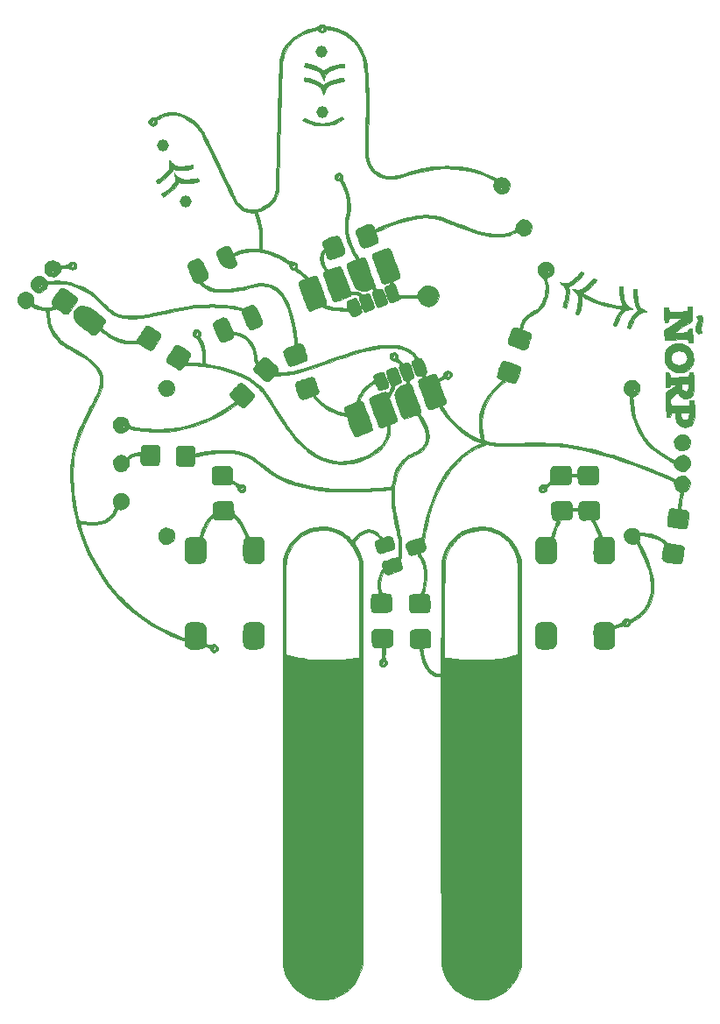
<source format=gbr>
G04 #@! TF.GenerationSoftware,KiCad,Pcbnew,5.0.2-bee76a0~70~ubuntu18.04.1*
G04 #@! TF.CreationDate,2019-07-17T02:08:38+03:00*
G04 #@! TF.ProjectId,Njorp_PCB,4e6a6f72-705f-4504-9342-2e6b69636164,rev?*
G04 #@! TF.SameCoordinates,Original*
G04 #@! TF.FileFunction,Copper,L1,Top*
G04 #@! TF.FilePolarity,Positive*
%FSLAX46Y46*%
G04 Gerber Fmt 4.6, Leading zero omitted, Abs format (unit mm)*
G04 Created by KiCad (PCBNEW 5.0.2-bee76a0~70~ubuntu18.04.1) date ke 17. heinäkuuta 2019 02.08.38*
%MOMM*%
%LPD*%
G01*
G04 APERTURE LIST*
G04 #@! TA.AperFunction,EtchedComponent*
%ADD10C,0.010000*%
G04 #@! TD*
G04 #@! TA.AperFunction,ComponentPad*
%ADD11C,0.767990*%
G04 #@! TD*
G04 #@! TA.AperFunction,ComponentPad*
%ADD12C,0.281902*%
G04 #@! TD*
G04 #@! TA.AperFunction,ComponentPad*
%ADD13C,1.158425*%
G04 #@! TD*
G04 APERTURE END LIST*
D10*
G04 #@! TO.C,G\002A\002A\002A*
G36*
X-8602535Y-1762230D02*
X-8066884Y-1865272D01*
X-7548505Y-2045081D01*
X-7056717Y-2301126D01*
X-6992237Y-2341914D01*
X-6816535Y-2465766D01*
X-6621026Y-2619102D01*
X-6445100Y-2770878D01*
X-6428867Y-2785928D01*
X-6153106Y-3043889D01*
X-5918764Y-2757039D01*
X-5674110Y-2500404D01*
X-5397514Y-2282910D01*
X-5110664Y-2119951D01*
X-4919357Y-2047718D01*
X-4614508Y-1999891D01*
X-4311280Y-2034764D01*
X-4008150Y-2152853D01*
X-3703595Y-2354675D01*
X-3509375Y-2525949D01*
X-3215179Y-2809971D01*
X-2916263Y-2713699D01*
X-2748896Y-2663981D01*
X-2635433Y-2643394D01*
X-2551363Y-2649142D01*
X-2499667Y-2666172D01*
X-2428655Y-2703463D01*
X-2371111Y-2758717D01*
X-2318053Y-2847337D01*
X-2260495Y-2984726D01*
X-2189454Y-3186289D01*
X-2180053Y-3214165D01*
X-2115212Y-3422354D01*
X-2083549Y-3584608D01*
X-2092563Y-3711490D01*
X-2149754Y-3813561D01*
X-2262622Y-3901384D01*
X-2438668Y-3985521D01*
X-2685393Y-4076534D01*
X-2826222Y-4124130D01*
X-3038837Y-4193475D01*
X-3226475Y-4251849D01*
X-3372775Y-4294373D01*
X-3461379Y-4316167D01*
X-3476258Y-4318000D01*
X-3588066Y-4287344D01*
X-3690033Y-4191313D01*
X-3786551Y-4023815D01*
X-3882011Y-3778756D01*
X-3896585Y-3734699D01*
X-3966075Y-3502185D01*
X-3997671Y-3331904D01*
X-3987804Y-3208694D01*
X-3932904Y-3117391D01*
X-3829404Y-3042831D01*
X-3721408Y-2990395D01*
X-3505487Y-2895103D01*
X-3710660Y-2692160D01*
X-3983298Y-2465929D01*
X-4258360Y-2324270D01*
X-4535965Y-2267190D01*
X-4816237Y-2294695D01*
X-5099297Y-2406792D01*
X-5385266Y-2603487D01*
X-5588000Y-2792297D01*
X-5753180Y-2965062D01*
X-5863342Y-3093757D01*
X-5923109Y-3194412D01*
X-5937102Y-3283054D01*
X-5909943Y-3375711D01*
X-5846252Y-3488413D01*
X-5806585Y-3550432D01*
X-5598849Y-3925770D01*
X-5418806Y-4360614D01*
X-5280863Y-4813005D01*
X-5185834Y-5185834D01*
X-5185834Y-44005500D01*
X-5280863Y-44378329D01*
X-5468226Y-44957625D01*
X-5720691Y-45487164D01*
X-6034902Y-45963382D01*
X-6407503Y-46382714D01*
X-6835138Y-46741597D01*
X-7314452Y-47036467D01*
X-7842087Y-47263760D01*
X-8064500Y-47334548D01*
X-8289960Y-47382399D01*
X-8572198Y-47416890D01*
X-8884506Y-47437094D01*
X-9200174Y-47442085D01*
X-9492494Y-47430934D01*
X-9734756Y-47402716D01*
X-9779000Y-47394057D01*
X-10343145Y-47231677D01*
X-10861938Y-46998864D01*
X-11332363Y-46698506D01*
X-11751405Y-46333493D01*
X-12116047Y-45906713D01*
X-12423272Y-45421055D01*
X-12670065Y-44879409D01*
X-12794618Y-44505696D01*
X-12890500Y-44174834D01*
X-12890500Y-9850483D01*
X-12615334Y-9850483D01*
X-12615283Y-10540313D01*
X-12615069Y-11150419D01*
X-12614603Y-11685744D01*
X-12613795Y-12151231D01*
X-12612554Y-12551823D01*
X-12610791Y-12892462D01*
X-12608417Y-13178092D01*
X-12605340Y-13413656D01*
X-12601471Y-13604096D01*
X-12596721Y-13754355D01*
X-12590999Y-13869377D01*
X-12584215Y-13954103D01*
X-12576279Y-14013478D01*
X-12567102Y-14052443D01*
X-12556593Y-14075942D01*
X-12544663Y-14088917D01*
X-12538147Y-14092997D01*
X-12418731Y-14140782D01*
X-12229022Y-14196972D01*
X-11982656Y-14258821D01*
X-11693268Y-14323583D01*
X-11374494Y-14388510D01*
X-11039969Y-14450857D01*
X-10703331Y-14507877D01*
X-10378213Y-14556824D01*
X-10078253Y-14594951D01*
X-10008529Y-14602497D01*
X-9815697Y-14615944D01*
X-9553999Y-14624657D01*
X-9239089Y-14628912D01*
X-8886619Y-14628983D01*
X-8512242Y-14625145D01*
X-8131611Y-14617673D01*
X-7760379Y-14606842D01*
X-7414198Y-14592926D01*
X-7108722Y-14576200D01*
X-6859604Y-14556938D01*
X-6752167Y-14545349D01*
X-6505973Y-14514286D01*
X-6245218Y-14480748D01*
X-6006462Y-14449466D01*
X-5872507Y-14431513D01*
X-5500848Y-14380970D01*
X-5513314Y-9741068D01*
X-5525780Y-5101167D01*
X-5622347Y-4767839D01*
X-5820097Y-4223248D01*
X-6081127Y-3729897D01*
X-6401558Y-3291667D01*
X-6777511Y-2912435D01*
X-7205108Y-2596082D01*
X-7680469Y-2346487D01*
X-8199717Y-2167530D01*
X-8230022Y-2159673D01*
X-8560168Y-2100309D01*
X-8935039Y-2073429D01*
X-9321161Y-2079062D01*
X-9685061Y-2117238D01*
X-9888645Y-2158213D01*
X-10201714Y-2259211D01*
X-10540568Y-2406549D01*
X-10873532Y-2584387D01*
X-11168931Y-2776885D01*
X-11250972Y-2839489D01*
X-11544834Y-3114175D01*
X-11824564Y-3450294D01*
X-12075608Y-3825351D01*
X-12283409Y-4216855D01*
X-12433414Y-4602311D01*
X-12465880Y-4716964D01*
X-12489725Y-4815319D01*
X-12510910Y-4916226D01*
X-12529588Y-5025038D01*
X-12545917Y-5147108D01*
X-12560052Y-5287789D01*
X-12572149Y-5452434D01*
X-12582364Y-5646396D01*
X-12590853Y-5875028D01*
X-12597771Y-6143684D01*
X-12603275Y-6457716D01*
X-12607520Y-6822478D01*
X-12610662Y-7243323D01*
X-12612856Y-7725603D01*
X-12614260Y-8274672D01*
X-12615028Y-8895883D01*
X-12615317Y-9594589D01*
X-12615334Y-9850483D01*
X-12890500Y-9850483D01*
X-12890500Y-4974167D01*
X-12773710Y-4601819D01*
X-12554214Y-4029022D01*
X-12273415Y-3513073D01*
X-11932591Y-3055519D01*
X-11533018Y-2657907D01*
X-11075977Y-2321787D01*
X-10731500Y-2128382D01*
X-10219942Y-1919032D01*
X-9688382Y-1788578D01*
X-9146141Y-1736488D01*
X-8602535Y-1762230D01*
X-8602535Y-1762230D01*
G37*
X-8602535Y-1762230D02*
X-8066884Y-1865272D01*
X-7548505Y-2045081D01*
X-7056717Y-2301126D01*
X-6992237Y-2341914D01*
X-6816535Y-2465766D01*
X-6621026Y-2619102D01*
X-6445100Y-2770878D01*
X-6428867Y-2785928D01*
X-6153106Y-3043889D01*
X-5918764Y-2757039D01*
X-5674110Y-2500404D01*
X-5397514Y-2282910D01*
X-5110664Y-2119951D01*
X-4919357Y-2047718D01*
X-4614508Y-1999891D01*
X-4311280Y-2034764D01*
X-4008150Y-2152853D01*
X-3703595Y-2354675D01*
X-3509375Y-2525949D01*
X-3215179Y-2809971D01*
X-2916263Y-2713699D01*
X-2748896Y-2663981D01*
X-2635433Y-2643394D01*
X-2551363Y-2649142D01*
X-2499667Y-2666172D01*
X-2428655Y-2703463D01*
X-2371111Y-2758717D01*
X-2318053Y-2847337D01*
X-2260495Y-2984726D01*
X-2189454Y-3186289D01*
X-2180053Y-3214165D01*
X-2115212Y-3422354D01*
X-2083549Y-3584608D01*
X-2092563Y-3711490D01*
X-2149754Y-3813561D01*
X-2262622Y-3901384D01*
X-2438668Y-3985521D01*
X-2685393Y-4076534D01*
X-2826222Y-4124130D01*
X-3038837Y-4193475D01*
X-3226475Y-4251849D01*
X-3372775Y-4294373D01*
X-3461379Y-4316167D01*
X-3476258Y-4318000D01*
X-3588066Y-4287344D01*
X-3690033Y-4191313D01*
X-3786551Y-4023815D01*
X-3882011Y-3778756D01*
X-3896585Y-3734699D01*
X-3966075Y-3502185D01*
X-3997671Y-3331904D01*
X-3987804Y-3208694D01*
X-3932904Y-3117391D01*
X-3829404Y-3042831D01*
X-3721408Y-2990395D01*
X-3505487Y-2895103D01*
X-3710660Y-2692160D01*
X-3983298Y-2465929D01*
X-4258360Y-2324270D01*
X-4535965Y-2267190D01*
X-4816237Y-2294695D01*
X-5099297Y-2406792D01*
X-5385266Y-2603487D01*
X-5588000Y-2792297D01*
X-5753180Y-2965062D01*
X-5863342Y-3093757D01*
X-5923109Y-3194412D01*
X-5937102Y-3283054D01*
X-5909943Y-3375711D01*
X-5846252Y-3488413D01*
X-5806585Y-3550432D01*
X-5598849Y-3925770D01*
X-5418806Y-4360614D01*
X-5280863Y-4813005D01*
X-5185834Y-5185834D01*
X-5185834Y-44005500D01*
X-5280863Y-44378329D01*
X-5468226Y-44957625D01*
X-5720691Y-45487164D01*
X-6034902Y-45963382D01*
X-6407503Y-46382714D01*
X-6835138Y-46741597D01*
X-7314452Y-47036467D01*
X-7842087Y-47263760D01*
X-8064500Y-47334548D01*
X-8289960Y-47382399D01*
X-8572198Y-47416890D01*
X-8884506Y-47437094D01*
X-9200174Y-47442085D01*
X-9492494Y-47430934D01*
X-9734756Y-47402716D01*
X-9779000Y-47394057D01*
X-10343145Y-47231677D01*
X-10861938Y-46998864D01*
X-11332363Y-46698506D01*
X-11751405Y-46333493D01*
X-12116047Y-45906713D01*
X-12423272Y-45421055D01*
X-12670065Y-44879409D01*
X-12794618Y-44505696D01*
X-12890500Y-44174834D01*
X-12890500Y-9850483D01*
X-12615334Y-9850483D01*
X-12615283Y-10540313D01*
X-12615069Y-11150419D01*
X-12614603Y-11685744D01*
X-12613795Y-12151231D01*
X-12612554Y-12551823D01*
X-12610791Y-12892462D01*
X-12608417Y-13178092D01*
X-12605340Y-13413656D01*
X-12601471Y-13604096D01*
X-12596721Y-13754355D01*
X-12590999Y-13869377D01*
X-12584215Y-13954103D01*
X-12576279Y-14013478D01*
X-12567102Y-14052443D01*
X-12556593Y-14075942D01*
X-12544663Y-14088917D01*
X-12538147Y-14092997D01*
X-12418731Y-14140782D01*
X-12229022Y-14196972D01*
X-11982656Y-14258821D01*
X-11693268Y-14323583D01*
X-11374494Y-14388510D01*
X-11039969Y-14450857D01*
X-10703331Y-14507877D01*
X-10378213Y-14556824D01*
X-10078253Y-14594951D01*
X-10008529Y-14602497D01*
X-9815697Y-14615944D01*
X-9553999Y-14624657D01*
X-9239089Y-14628912D01*
X-8886619Y-14628983D01*
X-8512242Y-14625145D01*
X-8131611Y-14617673D01*
X-7760379Y-14606842D01*
X-7414198Y-14592926D01*
X-7108722Y-14576200D01*
X-6859604Y-14556938D01*
X-6752167Y-14545349D01*
X-6505973Y-14514286D01*
X-6245218Y-14480748D01*
X-6006462Y-14449466D01*
X-5872507Y-14431513D01*
X-5500848Y-14380970D01*
X-5513314Y-9741068D01*
X-5525780Y-5101167D01*
X-5622347Y-4767839D01*
X-5820097Y-4223248D01*
X-6081127Y-3729897D01*
X-6401558Y-3291667D01*
X-6777511Y-2912435D01*
X-7205108Y-2596082D01*
X-7680469Y-2346487D01*
X-8199717Y-2167530D01*
X-8230022Y-2159673D01*
X-8560168Y-2100309D01*
X-8935039Y-2073429D01*
X-9321161Y-2079062D01*
X-9685061Y-2117238D01*
X-9888645Y-2158213D01*
X-10201714Y-2259211D01*
X-10540568Y-2406549D01*
X-10873532Y-2584387D01*
X-11168931Y-2776885D01*
X-11250972Y-2839489D01*
X-11544834Y-3114175D01*
X-11824564Y-3450294D01*
X-12075608Y-3825351D01*
X-12283409Y-4216855D01*
X-12433414Y-4602311D01*
X-12465880Y-4716964D01*
X-12489725Y-4815319D01*
X-12510910Y-4916226D01*
X-12529588Y-5025038D01*
X-12545917Y-5147108D01*
X-12560052Y-5287789D01*
X-12572149Y-5452434D01*
X-12582364Y-5646396D01*
X-12590853Y-5875028D01*
X-12597771Y-6143684D01*
X-12603275Y-6457716D01*
X-12607520Y-6822478D01*
X-12610662Y-7243323D01*
X-12612856Y-7725603D01*
X-12614260Y-8274672D01*
X-12615028Y-8895883D01*
X-12615317Y-9594589D01*
X-12615334Y-9850483D01*
X-12890500Y-9850483D01*
X-12890500Y-4974167D01*
X-12773710Y-4601819D01*
X-12554214Y-4029022D01*
X-12273415Y-3513073D01*
X-11932591Y-3055519D01*
X-11533018Y-2657907D01*
X-11075977Y-2321787D01*
X-10731500Y-2128382D01*
X-10219942Y-1919032D01*
X-9688382Y-1788578D01*
X-9146141Y-1736488D01*
X-8602535Y-1762230D01*
G36*
X6570473Y-1762219D02*
X6769913Y-1768502D01*
X6927267Y-1781358D01*
X7063815Y-1803190D01*
X7200840Y-1836397D01*
X7336222Y-1876171D01*
X7829491Y-2058312D01*
X8268376Y-2289370D01*
X8672507Y-2581433D01*
X9042655Y-2926963D01*
X9408834Y-3361789D01*
X9704075Y-3836531D01*
X9932773Y-4359000D01*
X10039985Y-4699022D01*
X10138833Y-5058834D01*
X10138833Y-44132500D01*
X10040297Y-44492334D01*
X9847742Y-45046556D01*
X9588349Y-45556780D01*
X9267538Y-46017929D01*
X8890730Y-46424923D01*
X8463344Y-46772687D01*
X7990803Y-47056143D01*
X7478525Y-47270212D01*
X6931932Y-47409817D01*
X6924308Y-47411175D01*
X6726333Y-47434402D01*
X6475611Y-47446964D01*
X6203394Y-47448833D01*
X5940932Y-47439977D01*
X5719473Y-47420370D01*
X5665506Y-47412353D01*
X5150042Y-47283807D01*
X4649606Y-47078574D01*
X4176549Y-46804593D01*
X3743223Y-46469803D01*
X3361981Y-46082142D01*
X3134038Y-45785495D01*
X2998258Y-45562430D01*
X2856441Y-45285826D01*
X2721632Y-44984631D01*
X2606875Y-44687793D01*
X2531480Y-44448157D01*
X2435400Y-44090167D01*
X2413617Y-30162500D01*
X2391833Y-16234834D01*
X2137833Y-16222666D01*
X1814789Y-16166397D01*
X1516798Y-16032041D01*
X1246592Y-15823183D01*
X1006904Y-15543409D01*
X800467Y-15196305D01*
X630015Y-14785455D01*
X498279Y-14314444D01*
X436829Y-13991167D01*
X407022Y-13807144D01*
X380925Y-13652143D01*
X362071Y-13546823D01*
X355406Y-13514917D01*
X312756Y-13485212D01*
X199670Y-13467904D01*
X9515Y-13462013D01*
X-1928Y-13462000D01*
X-175367Y-13459888D01*
X-288227Y-13449301D01*
X-364569Y-13423864D01*
X-428454Y-13377201D01*
X-468924Y-13338257D01*
X-592667Y-13214513D01*
X-592667Y-12541303D01*
X-593026Y-12264376D01*
X-587347Y-12053563D01*
X-565497Y-11899560D01*
X-517340Y-11793067D01*
X-432742Y-11724783D01*
X-301570Y-11685405D01*
X-113690Y-11665633D01*
X141034Y-11656165D01*
X378063Y-11650335D01*
X1138233Y-11630388D01*
X1267616Y-11759771D01*
X1397000Y-11889154D01*
X1397000Y-12562364D01*
X1395415Y-12846862D01*
X1386387Y-13058426D01*
X1363506Y-13208780D01*
X1320363Y-13309652D01*
X1250547Y-13372767D01*
X1147649Y-13409851D01*
X1005258Y-13432629D01*
X915898Y-13442460D01*
X625297Y-13472903D01*
X654001Y-13726611D01*
X696568Y-13994950D01*
X763887Y-14294960D01*
X847627Y-14596105D01*
X939461Y-14867847D01*
X1013200Y-15043634D01*
X1195788Y-15356303D01*
X1413785Y-15610867D01*
X1658624Y-15800659D01*
X1921738Y-15919009D01*
X2189522Y-15959253D01*
X2410545Y-15959667D01*
X2414343Y-14385891D01*
X2751666Y-14385891D01*
X2910416Y-14410270D01*
X3203587Y-14452601D01*
X3539639Y-14496813D01*
X3886915Y-14539053D01*
X4213762Y-14575472D01*
X4487333Y-14602114D01*
X4737275Y-14617619D01*
X5049185Y-14627340D01*
X5406124Y-14631588D01*
X5791153Y-14630675D01*
X6187334Y-14624912D01*
X6577728Y-14614609D01*
X6945397Y-14600079D01*
X7273403Y-14581633D01*
X7544807Y-14559582D01*
X7683500Y-14543372D01*
X8109745Y-14476462D01*
X8553389Y-14393238D01*
X8984314Y-14299947D01*
X9372405Y-14202835D01*
X9503833Y-14165807D01*
X9842500Y-14066659D01*
X9854862Y-10049580D01*
X9856934Y-9300094D01*
X9858164Y-8630051D01*
X9858374Y-8034232D01*
X9857385Y-7507416D01*
X9855019Y-7044383D01*
X9851098Y-6639912D01*
X9845444Y-6288784D01*
X9837879Y-5985778D01*
X9828224Y-5725673D01*
X9816302Y-5503250D01*
X9801934Y-5313288D01*
X9784941Y-5150566D01*
X9765147Y-5009865D01*
X9742372Y-4885964D01*
X9716439Y-4773643D01*
X9687169Y-4667681D01*
X9669170Y-4608908D01*
X9462160Y-4083913D01*
X9189837Y-3608347D01*
X8856889Y-3186721D01*
X8468002Y-2823545D01*
X8027864Y-2523329D01*
X7541161Y-2290584D01*
X7119765Y-2155573D01*
X6715331Y-2086418D01*
X6272475Y-2070095D01*
X5817083Y-2104363D01*
X5375045Y-2186984D01*
X4972246Y-2315719D01*
X4896198Y-2347900D01*
X4435250Y-2597891D01*
X4016009Y-2916068D01*
X3645239Y-3293502D01*
X3329700Y-3721261D01*
X3076154Y-4190413D01*
X2891363Y-4692028D01*
X2795720Y-5122334D01*
X2788147Y-5214344D01*
X2781234Y-5388807D01*
X2775001Y-5643513D01*
X2769469Y-5976251D01*
X2764658Y-6384809D01*
X2760588Y-6866977D01*
X2757279Y-7420543D01*
X2754752Y-8043297D01*
X2753026Y-8733028D01*
X2752123Y-9487525D01*
X2751986Y-9891696D01*
X2751666Y-14385891D01*
X2414343Y-14385891D01*
X2423650Y-10530417D01*
X2436756Y-5101167D01*
X2532158Y-4743177D01*
X2617392Y-4474860D01*
X2734700Y-4175855D01*
X2870985Y-3875267D01*
X3013147Y-3602198D01*
X3134038Y-3405839D01*
X3410261Y-3059061D01*
X3745518Y-2726698D01*
X4117300Y-2427694D01*
X4503101Y-2180992D01*
X4719046Y-2071765D01*
X5006259Y-1950738D01*
X5267822Y-1863983D01*
X5528451Y-1806651D01*
X5812858Y-1773893D01*
X6145758Y-1760861D01*
X6307666Y-1760109D01*
X6570473Y-1762219D01*
X6570473Y-1762219D01*
G37*
X6570473Y-1762219D02*
X6769913Y-1768502D01*
X6927267Y-1781358D01*
X7063815Y-1803190D01*
X7200840Y-1836397D01*
X7336222Y-1876171D01*
X7829491Y-2058312D01*
X8268376Y-2289370D01*
X8672507Y-2581433D01*
X9042655Y-2926963D01*
X9408834Y-3361789D01*
X9704075Y-3836531D01*
X9932773Y-4359000D01*
X10039985Y-4699022D01*
X10138833Y-5058834D01*
X10138833Y-44132500D01*
X10040297Y-44492334D01*
X9847742Y-45046556D01*
X9588349Y-45556780D01*
X9267538Y-46017929D01*
X8890730Y-46424923D01*
X8463344Y-46772687D01*
X7990803Y-47056143D01*
X7478525Y-47270212D01*
X6931932Y-47409817D01*
X6924308Y-47411175D01*
X6726333Y-47434402D01*
X6475611Y-47446964D01*
X6203394Y-47448833D01*
X5940932Y-47439977D01*
X5719473Y-47420370D01*
X5665506Y-47412353D01*
X5150042Y-47283807D01*
X4649606Y-47078574D01*
X4176549Y-46804593D01*
X3743223Y-46469803D01*
X3361981Y-46082142D01*
X3134038Y-45785495D01*
X2998258Y-45562430D01*
X2856441Y-45285826D01*
X2721632Y-44984631D01*
X2606875Y-44687793D01*
X2531480Y-44448157D01*
X2435400Y-44090167D01*
X2413617Y-30162500D01*
X2391833Y-16234834D01*
X2137833Y-16222666D01*
X1814789Y-16166397D01*
X1516798Y-16032041D01*
X1246592Y-15823183D01*
X1006904Y-15543409D01*
X800467Y-15196305D01*
X630015Y-14785455D01*
X498279Y-14314444D01*
X436829Y-13991167D01*
X407022Y-13807144D01*
X380925Y-13652143D01*
X362071Y-13546823D01*
X355406Y-13514917D01*
X312756Y-13485212D01*
X199670Y-13467904D01*
X9515Y-13462013D01*
X-1928Y-13462000D01*
X-175367Y-13459888D01*
X-288227Y-13449301D01*
X-364569Y-13423864D01*
X-428454Y-13377201D01*
X-468924Y-13338257D01*
X-592667Y-13214513D01*
X-592667Y-12541303D01*
X-593026Y-12264376D01*
X-587347Y-12053563D01*
X-565497Y-11899560D01*
X-517340Y-11793067D01*
X-432742Y-11724783D01*
X-301570Y-11685405D01*
X-113690Y-11665633D01*
X141034Y-11656165D01*
X378063Y-11650335D01*
X1138233Y-11630388D01*
X1267616Y-11759771D01*
X1397000Y-11889154D01*
X1397000Y-12562364D01*
X1395415Y-12846862D01*
X1386387Y-13058426D01*
X1363506Y-13208780D01*
X1320363Y-13309652D01*
X1250547Y-13372767D01*
X1147649Y-13409851D01*
X1005258Y-13432629D01*
X915898Y-13442460D01*
X625297Y-13472903D01*
X654001Y-13726611D01*
X696568Y-13994950D01*
X763887Y-14294960D01*
X847627Y-14596105D01*
X939461Y-14867847D01*
X1013200Y-15043634D01*
X1195788Y-15356303D01*
X1413785Y-15610867D01*
X1658624Y-15800659D01*
X1921738Y-15919009D01*
X2189522Y-15959253D01*
X2410545Y-15959667D01*
X2414343Y-14385891D01*
X2751666Y-14385891D01*
X2910416Y-14410270D01*
X3203587Y-14452601D01*
X3539639Y-14496813D01*
X3886915Y-14539053D01*
X4213762Y-14575472D01*
X4487333Y-14602114D01*
X4737275Y-14617619D01*
X5049185Y-14627340D01*
X5406124Y-14631588D01*
X5791153Y-14630675D01*
X6187334Y-14624912D01*
X6577728Y-14614609D01*
X6945397Y-14600079D01*
X7273403Y-14581633D01*
X7544807Y-14559582D01*
X7683500Y-14543372D01*
X8109745Y-14476462D01*
X8553389Y-14393238D01*
X8984314Y-14299947D01*
X9372405Y-14202835D01*
X9503833Y-14165807D01*
X9842500Y-14066659D01*
X9854862Y-10049580D01*
X9856934Y-9300094D01*
X9858164Y-8630051D01*
X9858374Y-8034232D01*
X9857385Y-7507416D01*
X9855019Y-7044383D01*
X9851098Y-6639912D01*
X9845444Y-6288784D01*
X9837879Y-5985778D01*
X9828224Y-5725673D01*
X9816302Y-5503250D01*
X9801934Y-5313288D01*
X9784941Y-5150566D01*
X9765147Y-5009865D01*
X9742372Y-4885964D01*
X9716439Y-4773643D01*
X9687169Y-4667681D01*
X9669170Y-4608908D01*
X9462160Y-4083913D01*
X9189837Y-3608347D01*
X8856889Y-3186721D01*
X8468002Y-2823545D01*
X8027864Y-2523329D01*
X7541161Y-2290584D01*
X7119765Y-2155573D01*
X6715331Y-2086418D01*
X6272475Y-2070095D01*
X5817083Y-2104363D01*
X5375045Y-2186984D01*
X4972246Y-2315719D01*
X4896198Y-2347900D01*
X4435250Y-2597891D01*
X4016009Y-2916068D01*
X3645239Y-3293502D01*
X3329700Y-3721261D01*
X3076154Y-4190413D01*
X2891363Y-4692028D01*
X2795720Y-5122334D01*
X2788147Y-5214344D01*
X2781234Y-5388807D01*
X2775001Y-5643513D01*
X2769469Y-5976251D01*
X2764658Y-6384809D01*
X2760588Y-6866977D01*
X2757279Y-7420543D01*
X2754752Y-8043297D01*
X2753026Y-8733028D01*
X2752123Y-9487525D01*
X2751986Y-9891696D01*
X2751666Y-14385891D01*
X2414343Y-14385891D01*
X2423650Y-10530417D01*
X2436756Y-5101167D01*
X2532158Y-4743177D01*
X2617392Y-4474860D01*
X2734700Y-4175855D01*
X2870985Y-3875267D01*
X3013147Y-3602198D01*
X3134038Y-3405839D01*
X3410261Y-3059061D01*
X3745518Y-2726698D01*
X4117300Y-2427694D01*
X4503101Y-2180992D01*
X4719046Y-2071765D01*
X5006259Y-1950738D01*
X5267822Y-1863983D01*
X5528451Y-1806651D01*
X5812858Y-1773893D01*
X6145758Y-1760861D01*
X6307666Y-1760109D01*
X6570473Y-1762219D01*
G36*
X-2957362Y-11600043D02*
X-2775617Y-11602943D01*
X-2649215Y-11610176D01*
X-2563493Y-11623649D01*
X-2503791Y-11645269D01*
X-2455447Y-11676942D01*
X-2425944Y-11701436D01*
X-2307167Y-11803538D01*
X-2293027Y-12475520D01*
X-2288428Y-12730786D01*
X-2287916Y-12915725D01*
X-2292782Y-13044632D01*
X-2304321Y-13131800D01*
X-2323825Y-13191523D01*
X-2352586Y-13238096D01*
X-2363217Y-13251646D01*
X-2428749Y-13313254D01*
X-2518102Y-13350250D01*
X-2657538Y-13371972D01*
X-2716024Y-13377145D01*
X-2984500Y-13398500D01*
X-2996358Y-13965916D01*
X-3000140Y-14198473D01*
X-2998988Y-14361982D01*
X-2991218Y-14471997D01*
X-2975149Y-14544073D01*
X-2949099Y-14593767D01*
X-2925413Y-14622082D01*
X-2829191Y-14777581D01*
X-2814325Y-14944574D01*
X-2854494Y-15064852D01*
X-2968023Y-15207071D01*
X-3113857Y-15278430D01*
X-3274055Y-15276219D01*
X-3430676Y-15197726D01*
X-3474590Y-15158590D01*
X-3566655Y-15014591D01*
X-3589493Y-14853859D01*
X-3582452Y-14828276D01*
X-3363918Y-14828276D01*
X-3362558Y-14937510D01*
X-3351465Y-14966087D01*
X-3277752Y-15050106D01*
X-3181652Y-15065759D01*
X-3092268Y-15009497D01*
X-3049574Y-14908174D01*
X-3070187Y-14811140D01*
X-3144467Y-14748430D01*
X-3178624Y-14740443D01*
X-3298287Y-14756947D01*
X-3363918Y-14828276D01*
X-3582452Y-14828276D01*
X-3546974Y-14699382D01*
X-3442968Y-14574150D01*
X-3368675Y-14529483D01*
X-3323545Y-14506486D01*
X-3292989Y-14476048D01*
X-3274165Y-14423055D01*
X-3264232Y-14332391D01*
X-3260347Y-14188942D01*
X-3259668Y-13977592D01*
X-3259667Y-13949741D01*
X-3259667Y-13419667D01*
X-3617509Y-13419667D01*
X-3859480Y-13411122D01*
X-4031337Y-13382840D01*
X-4146153Y-13330853D01*
X-4216999Y-13251190D01*
X-4225387Y-13235074D01*
X-4242905Y-13161154D01*
X-4260858Y-13020740D01*
X-4277449Y-12831975D01*
X-4290883Y-12613001D01*
X-4294184Y-12540398D01*
X-4303732Y-12258436D01*
X-4300008Y-12039333D01*
X-4273865Y-11875160D01*
X-4216159Y-11757986D01*
X-4117742Y-11679881D01*
X-3969470Y-11632915D01*
X-3762196Y-11609158D01*
X-3486774Y-11600680D01*
X-3209111Y-11599570D01*
X-2957362Y-11600043D01*
X-2957362Y-11600043D01*
G37*
X-2957362Y-11600043D02*
X-2775617Y-11602943D01*
X-2649215Y-11610176D01*
X-2563493Y-11623649D01*
X-2503791Y-11645269D01*
X-2455447Y-11676942D01*
X-2425944Y-11701436D01*
X-2307167Y-11803538D01*
X-2293027Y-12475520D01*
X-2288428Y-12730786D01*
X-2287916Y-12915725D01*
X-2292782Y-13044632D01*
X-2304321Y-13131800D01*
X-2323825Y-13191523D01*
X-2352586Y-13238096D01*
X-2363217Y-13251646D01*
X-2428749Y-13313254D01*
X-2518102Y-13350250D01*
X-2657538Y-13371972D01*
X-2716024Y-13377145D01*
X-2984500Y-13398500D01*
X-2996358Y-13965916D01*
X-3000140Y-14198473D01*
X-2998988Y-14361982D01*
X-2991218Y-14471997D01*
X-2975149Y-14544073D01*
X-2949099Y-14593767D01*
X-2925413Y-14622082D01*
X-2829191Y-14777581D01*
X-2814325Y-14944574D01*
X-2854494Y-15064852D01*
X-2968023Y-15207071D01*
X-3113857Y-15278430D01*
X-3274055Y-15276219D01*
X-3430676Y-15197726D01*
X-3474590Y-15158590D01*
X-3566655Y-15014591D01*
X-3589493Y-14853859D01*
X-3582452Y-14828276D01*
X-3363918Y-14828276D01*
X-3362558Y-14937510D01*
X-3351465Y-14966087D01*
X-3277752Y-15050106D01*
X-3181652Y-15065759D01*
X-3092268Y-15009497D01*
X-3049574Y-14908174D01*
X-3070187Y-14811140D01*
X-3144467Y-14748430D01*
X-3178624Y-14740443D01*
X-3298287Y-14756947D01*
X-3363918Y-14828276D01*
X-3582452Y-14828276D01*
X-3546974Y-14699382D01*
X-3442968Y-14574150D01*
X-3368675Y-14529483D01*
X-3323545Y-14506486D01*
X-3292989Y-14476048D01*
X-3274165Y-14423055D01*
X-3264232Y-14332391D01*
X-3260347Y-14188942D01*
X-3259668Y-13977592D01*
X-3259667Y-13949741D01*
X-3259667Y-13419667D01*
X-3617509Y-13419667D01*
X-3859480Y-13411122D01*
X-4031337Y-13382840D01*
X-4146153Y-13330853D01*
X-4216999Y-13251190D01*
X-4225387Y-13235074D01*
X-4242905Y-13161154D01*
X-4260858Y-13020740D01*
X-4277449Y-12831975D01*
X-4290883Y-12613001D01*
X-4294184Y-12540398D01*
X-4303732Y-12258436D01*
X-4300008Y-12039333D01*
X-4273865Y-11875160D01*
X-4216159Y-11757986D01*
X-4117742Y-11679881D01*
X-3969470Y-11632915D01*
X-3762196Y-11609158D01*
X-3486774Y-11600680D01*
X-3209111Y-11599570D01*
X-2957362Y-11600043D01*
G36*
X-34096583Y21312156D02*
X-33975974Y21247113D01*
X-33816562Y21150605D01*
X-33632763Y21032366D01*
X-33438991Y20902130D01*
X-33249663Y20769631D01*
X-33079193Y20644604D01*
X-32941996Y20536782D01*
X-32852488Y20455898D01*
X-32840084Y20442035D01*
X-32785352Y20359356D01*
X-32762926Y20271415D01*
X-32776670Y20167299D01*
X-32830451Y20036096D01*
X-32928135Y19866895D01*
X-33073587Y19648784D01*
X-33169484Y19512273D01*
X-33309780Y19317450D01*
X-33437763Y19144747D01*
X-33543543Y19007131D01*
X-33617229Y18917567D01*
X-33643242Y18891250D01*
X-33738620Y18843505D01*
X-33850274Y18839833D01*
X-33989810Y18883756D01*
X-34168836Y18978801D01*
X-34378565Y19114539D01*
X-34784630Y19391389D01*
X-34980098Y19307601D01*
X-35132813Y19250065D01*
X-35284426Y19204986D01*
X-35331100Y19194636D01*
X-35486634Y19165457D01*
X-35462979Y18694979D01*
X-35423951Y18283396D01*
X-35345609Y17916401D01*
X-35218885Y17559498D01*
X-35094496Y17293166D01*
X-34897029Y16950209D01*
X-34664073Y16638347D01*
X-34386234Y16349014D01*
X-34054121Y16073642D01*
X-33658341Y15803664D01*
X-33189502Y15530512D01*
X-33122097Y15494000D01*
X-32555346Y15176136D01*
X-32058189Y14869609D01*
X-31634185Y14576809D01*
X-31286888Y14300131D01*
X-31124066Y14150015D01*
X-30877281Y13893341D01*
X-30687008Y13659974D01*
X-30537829Y13428562D01*
X-30414327Y13177753D01*
X-30403214Y13151775D01*
X-30353495Y13024212D01*
X-30321079Y12907037D01*
X-30302304Y12775809D01*
X-30293508Y12606087D01*
X-30291107Y12403666D01*
X-30294454Y12198405D01*
X-30308150Y12006332D01*
X-30335549Y11818293D01*
X-30380002Y11625132D01*
X-30444865Y11417694D01*
X-30533490Y11186824D01*
X-30649231Y10923365D01*
X-30795441Y10618164D01*
X-30975474Y10262064D01*
X-31192683Y9845909D01*
X-31307226Y9629494D01*
X-31681368Y8907143D01*
X-32005477Y8240605D01*
X-32282504Y7619658D01*
X-32515400Y7034076D01*
X-32707118Y6473636D01*
X-32860608Y5928113D01*
X-32978823Y5387285D01*
X-33064713Y4840926D01*
X-33121231Y4278812D01*
X-33151328Y3690720D01*
X-33158351Y3217333D01*
X-33154379Y2732981D01*
X-33139737Y2296171D01*
X-33112277Y1879360D01*
X-33069847Y1455007D01*
X-33010297Y995571D01*
X-32956759Y635000D01*
X-32920138Y412942D01*
X-32875344Y164662D01*
X-32825343Y-95798D01*
X-32773100Y-354396D01*
X-32721581Y-597094D01*
X-32673752Y-809848D01*
X-32632577Y-978618D01*
X-32601023Y-1089363D01*
X-32584663Y-1126782D01*
X-32525452Y-1150365D01*
X-32400358Y-1178972D01*
X-32227802Y-1209783D01*
X-32026205Y-1239979D01*
X-31813985Y-1266740D01*
X-31609563Y-1287245D01*
X-31474834Y-1296696D01*
X-30985337Y-1292198D01*
X-30543389Y-1225573D01*
X-30152351Y-1098364D01*
X-29815585Y-912116D01*
X-29536452Y-668374D01*
X-29318313Y-368682D01*
X-29273929Y-285649D01*
X-29188281Y-105638D01*
X-29142522Y24910D01*
X-29134208Y129859D01*
X-29160898Y233068D01*
X-29210000Y338666D01*
X-29285887Y569240D01*
X-29288481Y678341D01*
X-28865945Y678341D01*
X-28823006Y543142D01*
X-28729381Y438005D01*
X-28593153Y384056D01*
X-28547978Y381000D01*
X-28423431Y392693D01*
X-28325493Y420978D01*
X-28322670Y422440D01*
X-28247322Y500759D01*
X-28192099Y622414D01*
X-28172684Y746190D01*
X-28180928Y794943D01*
X-28269261Y942552D01*
X-28397394Y1031741D01*
X-28545034Y1056990D01*
X-28691885Y1012782D01*
X-28767425Y954424D01*
X-28850113Y822477D01*
X-28865945Y678341D01*
X-29288481Y678341D01*
X-29291537Y806810D01*
X-29231919Y1032642D01*
X-29111999Y1227999D01*
X-28936744Y1374146D01*
X-28935289Y1374976D01*
X-28737042Y1469708D01*
X-28564675Y1505700D01*
X-28388638Y1488214D01*
X-28351164Y1478969D01*
X-28112538Y1377606D01*
X-27926728Y1222217D01*
X-27800441Y1026113D01*
X-27740383Y802609D01*
X-27753259Y565018D01*
X-27807906Y400415D01*
X-27943207Y194757D01*
X-28129360Y41722D01*
X-28348672Y-49505D01*
X-28583455Y-69740D01*
X-28684087Y-54481D01*
X-28856674Y-15101D01*
X-28999635Y-332793D01*
X-29199960Y-679579D01*
X-29462147Y-970891D01*
X-29783082Y-1205542D01*
X-30159655Y-1382344D01*
X-30588753Y-1500109D01*
X-31067264Y-1557648D01*
X-31592076Y-1553774D01*
X-32063952Y-1502563D01*
X-32241860Y-1477344D01*
X-32385522Y-1459991D01*
X-32476433Y-1452567D01*
X-32498601Y-1454156D01*
X-32491544Y-1497441D01*
X-32462251Y-1606893D01*
X-32414853Y-1768223D01*
X-32353480Y-1967142D01*
X-32318087Y-2078594D01*
X-31916854Y-3209612D01*
X-31455227Y-4284526D01*
X-30929692Y-5309949D01*
X-30336735Y-6292491D01*
X-29672840Y-7238765D01*
X-29362256Y-7639196D01*
X-29178884Y-7856932D01*
X-28945462Y-8115837D01*
X-28676040Y-8401764D01*
X-28384666Y-8700568D01*
X-28085391Y-8998104D01*
X-27792264Y-9280224D01*
X-27519335Y-9532784D01*
X-27280654Y-9741639D01*
X-27242581Y-9773360D01*
X-26476230Y-10362139D01*
X-25648475Y-10916503D01*
X-24779867Y-11423294D01*
X-24193500Y-11725660D01*
X-23968530Y-11833006D01*
X-23719539Y-11947400D01*
X-23459409Y-12063393D01*
X-23201021Y-12175536D01*
X-22957256Y-12278381D01*
X-22740996Y-12366479D01*
X-22565121Y-12434381D01*
X-22442514Y-12476639D01*
X-22390490Y-12488334D01*
X-22376371Y-12448577D01*
X-22364583Y-12339596D01*
X-22356173Y-12176822D01*
X-22352184Y-11975687D01*
X-22352000Y-11920082D01*
X-22351352Y-11690189D01*
X-22347603Y-11528302D01*
X-22338046Y-11417763D01*
X-22319973Y-11341911D01*
X-22290678Y-11284087D01*
X-22247454Y-11227632D01*
X-22237560Y-11215825D01*
X-22139735Y-11116159D01*
X-22030375Y-11045938D01*
X-21892952Y-11000475D01*
X-21710938Y-10975084D01*
X-21467807Y-10965078D01*
X-21350726Y-10964334D01*
X-21055703Y-10972284D01*
X-20830982Y-10999432D01*
X-20663406Y-11050722D01*
X-20539817Y-11131099D01*
X-20447060Y-11245506D01*
X-20407212Y-11318910D01*
X-20375613Y-11391849D01*
X-20352642Y-11470143D01*
X-20336954Y-11568342D01*
X-20327206Y-11700995D01*
X-20322054Y-11882650D01*
X-20320153Y-12127858D01*
X-20320000Y-12262991D01*
X-20320000Y-13026917D01*
X-20086287Y-13116354D01*
X-19950895Y-13165057D01*
X-19862223Y-13182845D01*
X-19788892Y-13171495D01*
X-19709754Y-13137685D01*
X-19540206Y-13093843D01*
X-19387344Y-13118654D01*
X-19261916Y-13197260D01*
X-19174670Y-13314803D01*
X-19136357Y-13456424D01*
X-19157723Y-13607266D01*
X-19249519Y-13752469D01*
X-19258411Y-13761590D01*
X-19407141Y-13861840D01*
X-19570193Y-13878776D01*
X-19732786Y-13821475D01*
X-19820092Y-13743283D01*
X-19896968Y-13625270D01*
X-19910737Y-13594392D01*
X-19963892Y-13488486D01*
X-19973193Y-13479832D01*
X-19681751Y-13479832D01*
X-19661363Y-13581618D01*
X-19640733Y-13612497D01*
X-19552775Y-13669362D01*
X-19455255Y-13642735D01*
X-19412858Y-13607143D01*
X-19356355Y-13507835D01*
X-19371297Y-13416555D01*
X-19445471Y-13354381D01*
X-19566254Y-13342334D01*
X-19647068Y-13389264D01*
X-19681751Y-13479832D01*
X-19973193Y-13479832D01*
X-20035828Y-13421556D01*
X-20155668Y-13368856D01*
X-20189896Y-13357198D01*
X-20402388Y-13286620D01*
X-20558812Y-13406060D01*
X-20625893Y-13454419D01*
X-20689919Y-13488060D01*
X-20768123Y-13510155D01*
X-20877741Y-13523872D01*
X-21036009Y-13532383D01*
X-21260161Y-13538858D01*
X-21283906Y-13539443D01*
X-21556209Y-13543104D01*
X-21760076Y-13536165D01*
X-21911477Y-13514687D01*
X-22026382Y-13474728D01*
X-22120758Y-13412347D01*
X-22210575Y-13323603D01*
X-22225195Y-13307144D01*
X-22314288Y-13181056D01*
X-22349084Y-13049374D01*
X-22352000Y-12977195D01*
X-22356032Y-12866187D01*
X-22381824Y-12801957D01*
X-22449918Y-12758038D01*
X-22553084Y-12718120D01*
X-23669874Y-12266889D01*
X-24733342Y-11750140D01*
X-25742414Y-11168979D01*
X-26696014Y-10524508D01*
X-27593069Y-9817835D01*
X-28432505Y-9050062D01*
X-29213248Y-8222295D01*
X-29934223Y-7335638D01*
X-30594356Y-6391196D01*
X-31192573Y-5390075D01*
X-31727799Y-4333377D01*
X-32198961Y-3222209D01*
X-32445290Y-2544944D01*
X-32726538Y-1643745D01*
X-32963883Y-716492D01*
X-33155228Y222562D01*
X-33298474Y1159168D01*
X-33391522Y2079074D01*
X-33432276Y2968031D01*
X-33418635Y3811787D01*
X-33407920Y3993002D01*
X-33360060Y4556569D01*
X-33292851Y5090343D01*
X-33202895Y5604801D01*
X-33086795Y6110420D01*
X-32941153Y6617678D01*
X-32762572Y7137054D01*
X-32547656Y7679024D01*
X-32293006Y8254066D01*
X-31995225Y8872659D01*
X-31650917Y9545280D01*
X-31538752Y9757833D01*
X-31334404Y10145031D01*
X-31166437Y10469138D01*
X-31029831Y10740919D01*
X-30919567Y10971136D01*
X-30830624Y11170555D01*
X-30757985Y11349939D01*
X-30696628Y11520051D01*
X-30650391Y11662833D01*
X-30554457Y12078287D01*
X-30533184Y12470242D01*
X-30588188Y12842806D01*
X-30721085Y13200087D01*
X-30933489Y13546192D01*
X-31227015Y13885231D01*
X-31603280Y14221311D01*
X-31680318Y14282118D01*
X-31863687Y14421750D01*
X-32035583Y14545793D01*
X-32210603Y14663369D01*
X-32403345Y14783603D01*
X-32628406Y14915616D01*
X-32900382Y15068532D01*
X-33214139Y15240725D01*
X-33551579Y15427843D01*
X-33826555Y15588842D01*
X-34053254Y15733560D01*
X-34245861Y15871838D01*
X-34418563Y16013516D01*
X-34585547Y16168435D01*
X-34663678Y16246177D01*
X-35024786Y16669428D01*
X-35314144Y17135785D01*
X-35532327Y17646580D01*
X-35679906Y18203145D01*
X-35755956Y18785416D01*
X-35784164Y19177000D01*
X-35937516Y19177000D01*
X-36105331Y19194812D01*
X-36321636Y19242993D01*
X-36559386Y19313660D01*
X-36791538Y19398931D01*
X-36960858Y19475280D01*
X-37212058Y19602086D01*
X-37335814Y19510590D01*
X-37489757Y19437563D01*
X-37687076Y19399318D01*
X-37892191Y19400073D01*
X-38028773Y19428449D01*
X-38185953Y19515461D01*
X-38337670Y19658417D01*
X-38459997Y19830632D01*
X-38522857Y19979561D01*
X-38542827Y20172635D01*
X-38101155Y20172635D01*
X-38063942Y20017811D01*
X-37973763Y19894545D01*
X-37842318Y19822586D01*
X-37761334Y19812000D01*
X-37612754Y19851574D01*
X-37526576Y19915909D01*
X-37441900Y20050213D01*
X-37421980Y20200002D01*
X-37461154Y20342413D01*
X-37553763Y20454583D01*
X-37673630Y20509833D01*
X-37805375Y20508793D01*
X-37939949Y20463188D01*
X-38043069Y20387631D01*
X-38073704Y20339270D01*
X-38101155Y20172635D01*
X-38542827Y20172635D01*
X-38547295Y20215831D01*
X-38498869Y20436596D01*
X-38389239Y20631252D01*
X-38230068Y20789196D01*
X-38033014Y20899824D01*
X-37809740Y20952534D01*
X-37571905Y20936722D01*
X-37493895Y20915217D01*
X-37335504Y20827454D01*
X-37183345Y20683188D01*
X-37060922Y20508803D01*
X-36998449Y20359048D01*
X-36972186Y20219946D01*
X-36977516Y20084800D01*
X-37016585Y19916205D01*
X-37025609Y19885309D01*
X-37020640Y19836126D01*
X-36966678Y19784340D01*
X-36850944Y19719550D01*
X-36780182Y19685654D01*
X-36401552Y19536646D01*
X-36043239Y19455960D01*
X-35682784Y19438852D01*
X-35624815Y19441613D01*
X-35446490Y19457348D01*
X-35286735Y19480367D01*
X-35176107Y19506114D01*
X-35164898Y19510226D01*
X-35044962Y19558580D01*
X-35154315Y19688538D01*
X-35218023Y19774961D01*
X-35252136Y19858425D01*
X-35252969Y19950732D01*
X-35224319Y20040288D01*
X-34264600Y20040288D01*
X-34240925Y19901472D01*
X-34156419Y19792767D01*
X-34147940Y19785347D01*
X-34002950Y19700445D01*
X-33861419Y19699852D01*
X-33720542Y19783711D01*
X-33694077Y19808743D01*
X-33594430Y19949809D01*
X-33579262Y20091005D01*
X-33648429Y20235136D01*
X-33670681Y20262606D01*
X-33799750Y20359179D01*
X-33942964Y20385889D01*
X-34080165Y20350281D01*
X-34191199Y20259899D01*
X-34255910Y20122289D01*
X-34264600Y20040288D01*
X-35224319Y20040288D01*
X-35216834Y20063684D01*
X-35140044Y20209084D01*
X-35018913Y20398734D01*
X-34860537Y20629028D01*
X-34687228Y20873432D01*
X-34551101Y21055382D01*
X-34443532Y21183632D01*
X-34355896Y21266935D01*
X-34279569Y21314043D01*
X-34205928Y21333709D01*
X-34163974Y21336000D01*
X-34096583Y21312156D01*
X-34096583Y21312156D01*
G37*
X-34096583Y21312156D02*
X-33975974Y21247113D01*
X-33816562Y21150605D01*
X-33632763Y21032366D01*
X-33438991Y20902130D01*
X-33249663Y20769631D01*
X-33079193Y20644604D01*
X-32941996Y20536782D01*
X-32852488Y20455898D01*
X-32840084Y20442035D01*
X-32785352Y20359356D01*
X-32762926Y20271415D01*
X-32776670Y20167299D01*
X-32830451Y20036096D01*
X-32928135Y19866895D01*
X-33073587Y19648784D01*
X-33169484Y19512273D01*
X-33309780Y19317450D01*
X-33437763Y19144747D01*
X-33543543Y19007131D01*
X-33617229Y18917567D01*
X-33643242Y18891250D01*
X-33738620Y18843505D01*
X-33850274Y18839833D01*
X-33989810Y18883756D01*
X-34168836Y18978801D01*
X-34378565Y19114539D01*
X-34784630Y19391389D01*
X-34980098Y19307601D01*
X-35132813Y19250065D01*
X-35284426Y19204986D01*
X-35331100Y19194636D01*
X-35486634Y19165457D01*
X-35462979Y18694979D01*
X-35423951Y18283396D01*
X-35345609Y17916401D01*
X-35218885Y17559498D01*
X-35094496Y17293166D01*
X-34897029Y16950209D01*
X-34664073Y16638347D01*
X-34386234Y16349014D01*
X-34054121Y16073642D01*
X-33658341Y15803664D01*
X-33189502Y15530512D01*
X-33122097Y15494000D01*
X-32555346Y15176136D01*
X-32058189Y14869609D01*
X-31634185Y14576809D01*
X-31286888Y14300131D01*
X-31124066Y14150015D01*
X-30877281Y13893341D01*
X-30687008Y13659974D01*
X-30537829Y13428562D01*
X-30414327Y13177753D01*
X-30403214Y13151775D01*
X-30353495Y13024212D01*
X-30321079Y12907037D01*
X-30302304Y12775809D01*
X-30293508Y12606087D01*
X-30291107Y12403666D01*
X-30294454Y12198405D01*
X-30308150Y12006332D01*
X-30335549Y11818293D01*
X-30380002Y11625132D01*
X-30444865Y11417694D01*
X-30533490Y11186824D01*
X-30649231Y10923365D01*
X-30795441Y10618164D01*
X-30975474Y10262064D01*
X-31192683Y9845909D01*
X-31307226Y9629494D01*
X-31681368Y8907143D01*
X-32005477Y8240605D01*
X-32282504Y7619658D01*
X-32515400Y7034076D01*
X-32707118Y6473636D01*
X-32860608Y5928113D01*
X-32978823Y5387285D01*
X-33064713Y4840926D01*
X-33121231Y4278812D01*
X-33151328Y3690720D01*
X-33158351Y3217333D01*
X-33154379Y2732981D01*
X-33139737Y2296171D01*
X-33112277Y1879360D01*
X-33069847Y1455007D01*
X-33010297Y995571D01*
X-32956759Y635000D01*
X-32920138Y412942D01*
X-32875344Y164662D01*
X-32825343Y-95798D01*
X-32773100Y-354396D01*
X-32721581Y-597094D01*
X-32673752Y-809848D01*
X-32632577Y-978618D01*
X-32601023Y-1089363D01*
X-32584663Y-1126782D01*
X-32525452Y-1150365D01*
X-32400358Y-1178972D01*
X-32227802Y-1209783D01*
X-32026205Y-1239979D01*
X-31813985Y-1266740D01*
X-31609563Y-1287245D01*
X-31474834Y-1296696D01*
X-30985337Y-1292198D01*
X-30543389Y-1225573D01*
X-30152351Y-1098364D01*
X-29815585Y-912116D01*
X-29536452Y-668374D01*
X-29318313Y-368682D01*
X-29273929Y-285649D01*
X-29188281Y-105638D01*
X-29142522Y24910D01*
X-29134208Y129859D01*
X-29160898Y233068D01*
X-29210000Y338666D01*
X-29285887Y569240D01*
X-29288481Y678341D01*
X-28865945Y678341D01*
X-28823006Y543142D01*
X-28729381Y438005D01*
X-28593153Y384056D01*
X-28547978Y381000D01*
X-28423431Y392693D01*
X-28325493Y420978D01*
X-28322670Y422440D01*
X-28247322Y500759D01*
X-28192099Y622414D01*
X-28172684Y746190D01*
X-28180928Y794943D01*
X-28269261Y942552D01*
X-28397394Y1031741D01*
X-28545034Y1056990D01*
X-28691885Y1012782D01*
X-28767425Y954424D01*
X-28850113Y822477D01*
X-28865945Y678341D01*
X-29288481Y678341D01*
X-29291537Y806810D01*
X-29231919Y1032642D01*
X-29111999Y1227999D01*
X-28936744Y1374146D01*
X-28935289Y1374976D01*
X-28737042Y1469708D01*
X-28564675Y1505700D01*
X-28388638Y1488214D01*
X-28351164Y1478969D01*
X-28112538Y1377606D01*
X-27926728Y1222217D01*
X-27800441Y1026113D01*
X-27740383Y802609D01*
X-27753259Y565018D01*
X-27807906Y400415D01*
X-27943207Y194757D01*
X-28129360Y41722D01*
X-28348672Y-49505D01*
X-28583455Y-69740D01*
X-28684087Y-54481D01*
X-28856674Y-15101D01*
X-28999635Y-332793D01*
X-29199960Y-679579D01*
X-29462147Y-970891D01*
X-29783082Y-1205542D01*
X-30159655Y-1382344D01*
X-30588753Y-1500109D01*
X-31067264Y-1557648D01*
X-31592076Y-1553774D01*
X-32063952Y-1502563D01*
X-32241860Y-1477344D01*
X-32385522Y-1459991D01*
X-32476433Y-1452567D01*
X-32498601Y-1454156D01*
X-32491544Y-1497441D01*
X-32462251Y-1606893D01*
X-32414853Y-1768223D01*
X-32353480Y-1967142D01*
X-32318087Y-2078594D01*
X-31916854Y-3209612D01*
X-31455227Y-4284526D01*
X-30929692Y-5309949D01*
X-30336735Y-6292491D01*
X-29672840Y-7238765D01*
X-29362256Y-7639196D01*
X-29178884Y-7856932D01*
X-28945462Y-8115837D01*
X-28676040Y-8401764D01*
X-28384666Y-8700568D01*
X-28085391Y-8998104D01*
X-27792264Y-9280224D01*
X-27519335Y-9532784D01*
X-27280654Y-9741639D01*
X-27242581Y-9773360D01*
X-26476230Y-10362139D01*
X-25648475Y-10916503D01*
X-24779867Y-11423294D01*
X-24193500Y-11725660D01*
X-23968530Y-11833006D01*
X-23719539Y-11947400D01*
X-23459409Y-12063393D01*
X-23201021Y-12175536D01*
X-22957256Y-12278381D01*
X-22740996Y-12366479D01*
X-22565121Y-12434381D01*
X-22442514Y-12476639D01*
X-22390490Y-12488334D01*
X-22376371Y-12448577D01*
X-22364583Y-12339596D01*
X-22356173Y-12176822D01*
X-22352184Y-11975687D01*
X-22352000Y-11920082D01*
X-22351352Y-11690189D01*
X-22347603Y-11528302D01*
X-22338046Y-11417763D01*
X-22319973Y-11341911D01*
X-22290678Y-11284087D01*
X-22247454Y-11227632D01*
X-22237560Y-11215825D01*
X-22139735Y-11116159D01*
X-22030375Y-11045938D01*
X-21892952Y-11000475D01*
X-21710938Y-10975084D01*
X-21467807Y-10965078D01*
X-21350726Y-10964334D01*
X-21055703Y-10972284D01*
X-20830982Y-10999432D01*
X-20663406Y-11050722D01*
X-20539817Y-11131099D01*
X-20447060Y-11245506D01*
X-20407212Y-11318910D01*
X-20375613Y-11391849D01*
X-20352642Y-11470143D01*
X-20336954Y-11568342D01*
X-20327206Y-11700995D01*
X-20322054Y-11882650D01*
X-20320153Y-12127858D01*
X-20320000Y-12262991D01*
X-20320000Y-13026917D01*
X-20086287Y-13116354D01*
X-19950895Y-13165057D01*
X-19862223Y-13182845D01*
X-19788892Y-13171495D01*
X-19709754Y-13137685D01*
X-19540206Y-13093843D01*
X-19387344Y-13118654D01*
X-19261916Y-13197260D01*
X-19174670Y-13314803D01*
X-19136357Y-13456424D01*
X-19157723Y-13607266D01*
X-19249519Y-13752469D01*
X-19258411Y-13761590D01*
X-19407141Y-13861840D01*
X-19570193Y-13878776D01*
X-19732786Y-13821475D01*
X-19820092Y-13743283D01*
X-19896968Y-13625270D01*
X-19910737Y-13594392D01*
X-19963892Y-13488486D01*
X-19973193Y-13479832D01*
X-19681751Y-13479832D01*
X-19661363Y-13581618D01*
X-19640733Y-13612497D01*
X-19552775Y-13669362D01*
X-19455255Y-13642735D01*
X-19412858Y-13607143D01*
X-19356355Y-13507835D01*
X-19371297Y-13416555D01*
X-19445471Y-13354381D01*
X-19566254Y-13342334D01*
X-19647068Y-13389264D01*
X-19681751Y-13479832D01*
X-19973193Y-13479832D01*
X-20035828Y-13421556D01*
X-20155668Y-13368856D01*
X-20189896Y-13357198D01*
X-20402388Y-13286620D01*
X-20558812Y-13406060D01*
X-20625893Y-13454419D01*
X-20689919Y-13488060D01*
X-20768123Y-13510155D01*
X-20877741Y-13523872D01*
X-21036009Y-13532383D01*
X-21260161Y-13538858D01*
X-21283906Y-13539443D01*
X-21556209Y-13543104D01*
X-21760076Y-13536165D01*
X-21911477Y-13514687D01*
X-22026382Y-13474728D01*
X-22120758Y-13412347D01*
X-22210575Y-13323603D01*
X-22225195Y-13307144D01*
X-22314288Y-13181056D01*
X-22349084Y-13049374D01*
X-22352000Y-12977195D01*
X-22356032Y-12866187D01*
X-22381824Y-12801957D01*
X-22449918Y-12758038D01*
X-22553084Y-12718120D01*
X-23669874Y-12266889D01*
X-24733342Y-11750140D01*
X-25742414Y-11168979D01*
X-26696014Y-10524508D01*
X-27593069Y-9817835D01*
X-28432505Y-9050062D01*
X-29213248Y-8222295D01*
X-29934223Y-7335638D01*
X-30594356Y-6391196D01*
X-31192573Y-5390075D01*
X-31727799Y-4333377D01*
X-32198961Y-3222209D01*
X-32445290Y-2544944D01*
X-32726538Y-1643745D01*
X-32963883Y-716492D01*
X-33155228Y222562D01*
X-33298474Y1159168D01*
X-33391522Y2079074D01*
X-33432276Y2968031D01*
X-33418635Y3811787D01*
X-33407920Y3993002D01*
X-33360060Y4556569D01*
X-33292851Y5090343D01*
X-33202895Y5604801D01*
X-33086795Y6110420D01*
X-32941153Y6617678D01*
X-32762572Y7137054D01*
X-32547656Y7679024D01*
X-32293006Y8254066D01*
X-31995225Y8872659D01*
X-31650917Y9545280D01*
X-31538752Y9757833D01*
X-31334404Y10145031D01*
X-31166437Y10469138D01*
X-31029831Y10740919D01*
X-30919567Y10971136D01*
X-30830624Y11170555D01*
X-30757985Y11349939D01*
X-30696628Y11520051D01*
X-30650391Y11662833D01*
X-30554457Y12078287D01*
X-30533184Y12470242D01*
X-30588188Y12842806D01*
X-30721085Y13200087D01*
X-30933489Y13546192D01*
X-31227015Y13885231D01*
X-31603280Y14221311D01*
X-31680318Y14282118D01*
X-31863687Y14421750D01*
X-32035583Y14545793D01*
X-32210603Y14663369D01*
X-32403345Y14783603D01*
X-32628406Y14915616D01*
X-32900382Y15068532D01*
X-33214139Y15240725D01*
X-33551579Y15427843D01*
X-33826555Y15588842D01*
X-34053254Y15733560D01*
X-34245861Y15871838D01*
X-34418563Y16013516D01*
X-34585547Y16168435D01*
X-34663678Y16246177D01*
X-35024786Y16669428D01*
X-35314144Y17135785D01*
X-35532327Y17646580D01*
X-35679906Y18203145D01*
X-35755956Y18785416D01*
X-35784164Y19177000D01*
X-35937516Y19177000D01*
X-36105331Y19194812D01*
X-36321636Y19242993D01*
X-36559386Y19313660D01*
X-36791538Y19398931D01*
X-36960858Y19475280D01*
X-37212058Y19602086D01*
X-37335814Y19510590D01*
X-37489757Y19437563D01*
X-37687076Y19399318D01*
X-37892191Y19400073D01*
X-38028773Y19428449D01*
X-38185953Y19515461D01*
X-38337670Y19658417D01*
X-38459997Y19830632D01*
X-38522857Y19979561D01*
X-38542827Y20172635D01*
X-38101155Y20172635D01*
X-38063942Y20017811D01*
X-37973763Y19894545D01*
X-37842318Y19822586D01*
X-37761334Y19812000D01*
X-37612754Y19851574D01*
X-37526576Y19915909D01*
X-37441900Y20050213D01*
X-37421980Y20200002D01*
X-37461154Y20342413D01*
X-37553763Y20454583D01*
X-37673630Y20509833D01*
X-37805375Y20508793D01*
X-37939949Y20463188D01*
X-38043069Y20387631D01*
X-38073704Y20339270D01*
X-38101155Y20172635D01*
X-38542827Y20172635D01*
X-38547295Y20215831D01*
X-38498869Y20436596D01*
X-38389239Y20631252D01*
X-38230068Y20789196D01*
X-38033014Y20899824D01*
X-37809740Y20952534D01*
X-37571905Y20936722D01*
X-37493895Y20915217D01*
X-37335504Y20827454D01*
X-37183345Y20683188D01*
X-37060922Y20508803D01*
X-36998449Y20359048D01*
X-36972186Y20219946D01*
X-36977516Y20084800D01*
X-37016585Y19916205D01*
X-37025609Y19885309D01*
X-37020640Y19836126D01*
X-36966678Y19784340D01*
X-36850944Y19719550D01*
X-36780182Y19685654D01*
X-36401552Y19536646D01*
X-36043239Y19455960D01*
X-35682784Y19438852D01*
X-35624815Y19441613D01*
X-35446490Y19457348D01*
X-35286735Y19480367D01*
X-35176107Y19506114D01*
X-35164898Y19510226D01*
X-35044962Y19558580D01*
X-35154315Y19688538D01*
X-35218023Y19774961D01*
X-35252136Y19858425D01*
X-35252969Y19950732D01*
X-35224319Y20040288D01*
X-34264600Y20040288D01*
X-34240925Y19901472D01*
X-34156419Y19792767D01*
X-34147940Y19785347D01*
X-34002950Y19700445D01*
X-33861419Y19699852D01*
X-33720542Y19783711D01*
X-33694077Y19808743D01*
X-33594430Y19949809D01*
X-33579262Y20091005D01*
X-33648429Y20235136D01*
X-33670681Y20262606D01*
X-33799750Y20359179D01*
X-33942964Y20385889D01*
X-34080165Y20350281D01*
X-34191199Y20259899D01*
X-34255910Y20122289D01*
X-34264600Y20040288D01*
X-35224319Y20040288D01*
X-35216834Y20063684D01*
X-35140044Y20209084D01*
X-35018913Y20398734D01*
X-34860537Y20629028D01*
X-34687228Y20873432D01*
X-34551101Y21055382D01*
X-34443532Y21183632D01*
X-34355896Y21266935D01*
X-34279569Y21314043D01*
X-34205928Y21333709D01*
X-34163974Y21336000D01*
X-34096583Y21312156D01*
G36*
X-15251379Y-10982809D02*
X-15091598Y-11013225D01*
X-14970736Y-11066531D01*
X-14873716Y-11147237D01*
X-14785461Y-11259850D01*
X-14784917Y-11260645D01*
X-14752577Y-11311927D01*
X-14728519Y-11366190D01*
X-14711522Y-11436192D01*
X-14700365Y-11534689D01*
X-14693826Y-11674439D01*
X-14690684Y-11868199D01*
X-14689718Y-12128725D01*
X-14689667Y-12255500D01*
X-14690097Y-12546517D01*
X-14692207Y-12765683D01*
X-14697230Y-12925811D01*
X-14706398Y-13039716D01*
X-14720944Y-13120212D01*
X-14742101Y-13180113D01*
X-14771100Y-13232233D01*
X-14785761Y-13254656D01*
X-14873689Y-13366131D01*
X-14975393Y-13446037D01*
X-15106008Y-13499176D01*
X-15280667Y-13530349D01*
X-15514504Y-13544358D01*
X-15705667Y-13546535D01*
X-15949010Y-13543892D01*
X-16125206Y-13534695D01*
X-16251645Y-13517041D01*
X-16345719Y-13489026D01*
X-16382157Y-13472518D01*
X-16506311Y-13385167D01*
X-16615275Y-13269345D01*
X-16625573Y-13254656D01*
X-16658808Y-13200863D01*
X-16683352Y-13144516D01*
X-16700517Y-13072441D01*
X-16711617Y-12971462D01*
X-16717964Y-12828404D01*
X-16720871Y-12630091D01*
X-16721651Y-12363348D01*
X-16721667Y-12290213D01*
X-16719900Y-11964913D01*
X-16712881Y-11712310D01*
X-16698036Y-11520480D01*
X-16672790Y-11377494D01*
X-16634567Y-11271429D01*
X-16580791Y-11190356D01*
X-16508889Y-11122350D01*
X-16461873Y-11087043D01*
X-16397318Y-11045537D01*
X-16328779Y-11016533D01*
X-16239244Y-10997304D01*
X-16111698Y-10985124D01*
X-15929128Y-10977264D01*
X-15748000Y-10972612D01*
X-15465154Y-10970775D01*
X-15251379Y-10982809D01*
X-15251379Y-10982809D01*
G37*
X-15251379Y-10982809D02*
X-15091598Y-11013225D01*
X-14970736Y-11066531D01*
X-14873716Y-11147237D01*
X-14785461Y-11259850D01*
X-14784917Y-11260645D01*
X-14752577Y-11311927D01*
X-14728519Y-11366190D01*
X-14711522Y-11436192D01*
X-14700365Y-11534689D01*
X-14693826Y-11674439D01*
X-14690684Y-11868199D01*
X-14689718Y-12128725D01*
X-14689667Y-12255500D01*
X-14690097Y-12546517D01*
X-14692207Y-12765683D01*
X-14697230Y-12925811D01*
X-14706398Y-13039716D01*
X-14720944Y-13120212D01*
X-14742101Y-13180113D01*
X-14771100Y-13232233D01*
X-14785761Y-13254656D01*
X-14873689Y-13366131D01*
X-14975393Y-13446037D01*
X-15106008Y-13499176D01*
X-15280667Y-13530349D01*
X-15514504Y-13544358D01*
X-15705667Y-13546535D01*
X-15949010Y-13543892D01*
X-16125206Y-13534695D01*
X-16251645Y-13517041D01*
X-16345719Y-13489026D01*
X-16382157Y-13472518D01*
X-16506311Y-13385167D01*
X-16615275Y-13269345D01*
X-16625573Y-13254656D01*
X-16658808Y-13200863D01*
X-16683352Y-13144516D01*
X-16700517Y-13072441D01*
X-16711617Y-12971462D01*
X-16717964Y-12828404D01*
X-16720871Y-12630091D01*
X-16721651Y-12363348D01*
X-16721667Y-12290213D01*
X-16719900Y-11964913D01*
X-16712881Y-11712310D01*
X-16698036Y-11520480D01*
X-16672790Y-11377494D01*
X-16634567Y-11271429D01*
X-16580791Y-11190356D01*
X-16508889Y-11122350D01*
X-16461873Y-11087043D01*
X-16397318Y-11045537D01*
X-16328779Y-11016533D01*
X-16239244Y-10997304D01*
X-16111698Y-10985124D01*
X-15929128Y-10977264D01*
X-15748000Y-10972612D01*
X-15465154Y-10970775D01*
X-15251379Y-10982809D01*
G36*
X12737504Y-10966256D02*
X12899588Y-10973750D01*
X13017673Y-10989660D01*
X13112069Y-11016766D01*
X13203088Y-11057849D01*
X13206481Y-11059584D01*
X13314143Y-11120631D01*
X13396482Y-11187083D01*
X13456851Y-11270725D01*
X13498603Y-11383338D01*
X13525090Y-11536707D01*
X13539667Y-11742614D01*
X13545684Y-12012843D01*
X13546600Y-12254840D01*
X13544603Y-12575381D01*
X13536811Y-12823632D01*
X13520439Y-13011914D01*
X13492702Y-13152550D01*
X13450814Y-13257862D01*
X13391988Y-13340172D01*
X13313439Y-13411803D01*
X13279149Y-13437824D01*
X13220867Y-13473917D01*
X13150106Y-13499359D01*
X13050696Y-13516460D01*
X12906468Y-13527533D01*
X12701255Y-13534889D01*
X12580649Y-13537688D01*
X12336150Y-13541154D01*
X12159332Y-13538620D01*
X12033333Y-13528611D01*
X11941287Y-13509654D01*
X11866331Y-13480273D01*
X11854177Y-13474188D01*
X11729876Y-13385586D01*
X11620862Y-13269086D01*
X11610760Y-13254656D01*
X11578137Y-13201999D01*
X11553868Y-13146891D01*
X11536723Y-13076516D01*
X11525468Y-12978062D01*
X11518870Y-12838713D01*
X11515698Y-12645657D01*
X11514720Y-12386078D01*
X11514666Y-12255500D01*
X11515096Y-11964483D01*
X11517206Y-11745318D01*
X11522229Y-11585189D01*
X11531397Y-11471284D01*
X11545943Y-11390788D01*
X11567100Y-11330887D01*
X11596099Y-11278767D01*
X11610760Y-11256344D01*
X11700756Y-11143019D01*
X11805592Y-11062289D01*
X11940653Y-11009167D01*
X12121326Y-10978662D01*
X12362996Y-10965785D01*
X12511113Y-10964399D01*
X12737504Y-10966256D01*
X12737504Y-10966256D01*
G37*
X12737504Y-10966256D02*
X12899588Y-10973750D01*
X13017673Y-10989660D01*
X13112069Y-11016766D01*
X13203088Y-11057849D01*
X13206481Y-11059584D01*
X13314143Y-11120631D01*
X13396482Y-11187083D01*
X13456851Y-11270725D01*
X13498603Y-11383338D01*
X13525090Y-11536707D01*
X13539667Y-11742614D01*
X13545684Y-12012843D01*
X13546600Y-12254840D01*
X13544603Y-12575381D01*
X13536811Y-12823632D01*
X13520439Y-13011914D01*
X13492702Y-13152550D01*
X13450814Y-13257862D01*
X13391988Y-13340172D01*
X13313439Y-13411803D01*
X13279149Y-13437824D01*
X13220867Y-13473917D01*
X13150106Y-13499359D01*
X13050696Y-13516460D01*
X12906468Y-13527533D01*
X12701255Y-13534889D01*
X12580649Y-13537688D01*
X12336150Y-13541154D01*
X12159332Y-13538620D01*
X12033333Y-13528611D01*
X11941287Y-13509654D01*
X11866331Y-13480273D01*
X11854177Y-13474188D01*
X11729876Y-13385586D01*
X11620862Y-13269086D01*
X11610760Y-13254656D01*
X11578137Y-13201999D01*
X11553868Y-13146891D01*
X11536723Y-13076516D01*
X11525468Y-12978062D01*
X11518870Y-12838713D01*
X11515698Y-12645657D01*
X11514720Y-12386078D01*
X11514666Y-12255500D01*
X11515096Y-11964483D01*
X11517206Y-11745318D01*
X11522229Y-11585189D01*
X11531397Y-11471284D01*
X11545943Y-11390788D01*
X11567100Y-11330887D01*
X11596099Y-11278767D01*
X11610760Y-11256344D01*
X11700756Y-11143019D01*
X11805592Y-11062289D01*
X11940653Y-11009167D01*
X12121326Y-10978662D01*
X12362996Y-10965785D01*
X12511113Y-10964399D01*
X12737504Y-10966256D01*
G36*
X21091702Y-1883506D02*
X21310514Y-1990269D01*
X21483232Y-2157298D01*
X21496814Y-2176411D01*
X21542594Y-2239477D01*
X21588533Y-2281007D01*
X21653288Y-2306811D01*
X21755513Y-2322696D01*
X21913862Y-2334471D01*
X22025254Y-2340936D01*
X22246937Y-2359278D01*
X22472977Y-2387447D01*
X22666931Y-2420574D01*
X22733000Y-2435537D01*
X23024968Y-2529336D01*
X23332554Y-2661560D01*
X23628938Y-2818421D01*
X23887298Y-2986133D01*
X24031813Y-3103199D01*
X24278166Y-3328700D01*
X24955500Y-3425072D01*
X25192371Y-3461567D01*
X25405276Y-3499571D01*
X25577511Y-3535703D01*
X25692373Y-3566585D01*
X25726593Y-3581055D01*
X25798222Y-3633072D01*
X25847219Y-3692042D01*
X25874980Y-3771438D01*
X25882904Y-3884735D01*
X25872388Y-4045405D01*
X25844829Y-4266923D01*
X25817418Y-4456811D01*
X25776745Y-4729324D01*
X25738224Y-4939315D01*
X25691223Y-5093189D01*
X25625108Y-5197352D01*
X25529244Y-5258208D01*
X25393000Y-5282162D01*
X25205740Y-5275620D01*
X24956832Y-5244987D01*
X24635642Y-5196667D01*
X24598518Y-5191015D01*
X24347741Y-5151903D01*
X24166627Y-5120138D01*
X24040944Y-5091680D01*
X23956459Y-5062486D01*
X23898939Y-5028516D01*
X23854150Y-4985728D01*
X23847102Y-4977663D01*
X23780761Y-4883954D01*
X23749382Y-4806994D01*
X23749000Y-4801022D01*
X23755892Y-4716131D01*
X23774476Y-4572507D01*
X23801614Y-4389002D01*
X23834169Y-4184463D01*
X23869001Y-3977742D01*
X23902974Y-3787688D01*
X23932950Y-3633150D01*
X23955790Y-3532978D01*
X23964316Y-3507613D01*
X23958037Y-3434196D01*
X23885893Y-3334932D01*
X23758990Y-3219240D01*
X23588432Y-3096542D01*
X23385327Y-2976258D01*
X23266903Y-2916045D01*
X22970072Y-2795707D01*
X22633717Y-2695308D01*
X22290784Y-2622739D01*
X21974216Y-2585889D01*
X21875750Y-2582890D01*
X21738862Y-2584395D01*
X21666255Y-2596891D01*
X21637545Y-2631143D01*
X21632345Y-2697916D01*
X21632333Y-2711436D01*
X21611883Y-2845635D01*
X21568767Y-2963461D01*
X21536437Y-3036809D01*
X21533210Y-3100406D01*
X21564360Y-3181362D01*
X21635158Y-3306792D01*
X21635713Y-3307733D01*
X21922407Y-3835387D01*
X22191057Y-4409938D01*
X22432892Y-5008496D01*
X22639141Y-5608170D01*
X22801034Y-6186071D01*
X22882573Y-6561667D01*
X22922874Y-6846160D01*
X22948236Y-7173280D01*
X22958547Y-7518592D01*
X22953692Y-7857660D01*
X22933559Y-8166051D01*
X22898034Y-8419329D01*
X22891335Y-8451218D01*
X22733080Y-8980723D01*
X22504322Y-9463608D01*
X22205996Y-9898692D01*
X21839039Y-10284796D01*
X21404386Y-10620742D01*
X20970663Y-10871918D01*
X20809401Y-10963776D01*
X20717207Y-11044691D01*
X20684400Y-11109374D01*
X20608737Y-11256151D01*
X20479574Y-11351273D01*
X20315509Y-11387466D01*
X20135143Y-11357459D01*
X20093347Y-11340447D01*
X20030311Y-11322617D01*
X19948147Y-11325398D01*
X19828825Y-11351893D01*
X19654315Y-11405203D01*
X19585845Y-11427775D01*
X19181980Y-11562323D01*
X19168906Y-12381857D01*
X19164074Y-12664641D01*
X19158806Y-12875465D01*
X19151485Y-13027029D01*
X19140495Y-13132031D01*
X19124219Y-13203170D01*
X19101041Y-13253146D01*
X19069345Y-13294656D01*
X19050000Y-13315985D01*
X18952149Y-13406850D01*
X18842721Y-13471056D01*
X18705329Y-13512811D01*
X18523588Y-13536322D01*
X18281111Y-13545795D01*
X18151776Y-13546601D01*
X17910490Y-13543848D01*
X17736211Y-13534357D01*
X17611415Y-13516177D01*
X17518579Y-13487356D01*
X17486675Y-13472518D01*
X17385755Y-13417029D01*
X17308489Y-13358846D01*
X17251526Y-13286206D01*
X17211515Y-13187348D01*
X17185105Y-13050512D01*
X17168944Y-12863937D01*
X17159681Y-12615862D01*
X17154118Y-12305445D01*
X17151121Y-11974052D01*
X17154647Y-11715797D01*
X17167741Y-11519223D01*
X17193447Y-11372872D01*
X17234810Y-11265287D01*
X17294874Y-11185012D01*
X17376684Y-11120588D01*
X17483285Y-11060559D01*
X17485185Y-11059584D01*
X17577550Y-11017556D01*
X17672765Y-10989884D01*
X17791479Y-10973700D01*
X17954340Y-10966140D01*
X18171329Y-10964334D01*
X18450242Y-10970074D01*
X18659964Y-10989885D01*
X18815360Y-11027655D01*
X18931292Y-11087270D01*
X19022621Y-11172617D01*
X19037470Y-11190854D01*
X19123823Y-11300634D01*
X19507510Y-11171952D01*
X19687692Y-11109383D01*
X19802994Y-11061289D01*
X19869607Y-11017726D01*
X19886451Y-10993544D01*
X20149864Y-10993544D01*
X20172098Y-11084961D01*
X20237732Y-11154502D01*
X20320000Y-11176000D01*
X20408888Y-11147757D01*
X20438533Y-11125200D01*
X20488777Y-11030081D01*
X20471633Y-10937385D01*
X20402026Y-10869366D01*
X20294880Y-10848278D01*
X20257049Y-10854579D01*
X20176395Y-10907625D01*
X20149864Y-10993544D01*
X19886451Y-10993544D01*
X19903721Y-10968751D01*
X19918349Y-10919651D01*
X19987763Y-10781842D01*
X20111883Y-10682152D01*
X20265908Y-10629597D01*
X20425035Y-10633192D01*
X20549800Y-10690118D01*
X20596839Y-10716809D01*
X20651693Y-10718783D01*
X20733096Y-10690957D01*
X20859785Y-10628246D01*
X20944517Y-10583001D01*
X21410276Y-10291335D01*
X21802895Y-9957614D01*
X22123618Y-9580222D01*
X22373687Y-9157545D01*
X22554348Y-8687968D01*
X22626749Y-8398680D01*
X22663500Y-8143936D01*
X22683907Y-7832409D01*
X22688035Y-7490377D01*
X22675948Y-7144118D01*
X22647711Y-6819911D01*
X22622416Y-6643210D01*
X22490732Y-6035633D01*
X22298938Y-5407539D01*
X22043899Y-4749990D01*
X21722480Y-4054047D01*
X21695833Y-4000500D01*
X21551342Y-3719118D01*
X21436934Y-3512969D01*
X21353198Y-3383038D01*
X21300724Y-3330309D01*
X21293666Y-3329143D01*
X21215960Y-3343503D01*
X21094558Y-3372689D01*
X21039666Y-3387275D01*
X20805558Y-3412297D01*
X20586983Y-3364845D01*
X20394361Y-3256957D01*
X20238113Y-3100673D01*
X20128660Y-2908031D01*
X20076422Y-2691068D01*
X20085136Y-2561327D01*
X20513242Y-2561327D01*
X20518398Y-2711274D01*
X20532082Y-2752670D01*
X20606384Y-2876924D01*
X20713324Y-2942084D01*
X20875821Y-2962028D01*
X20877844Y-2962046D01*
X21009879Y-2943029D01*
X21105475Y-2870935D01*
X21121260Y-2851791D01*
X21193213Y-2705746D01*
X21194375Y-2561229D01*
X21137593Y-2432918D01*
X21035715Y-2335492D01*
X20901588Y-2283631D01*
X20748061Y-2292013D01*
X20661689Y-2326716D01*
X20564337Y-2422191D01*
X20513242Y-2561327D01*
X20085136Y-2561327D01*
X20091820Y-2461825D01*
X20131520Y-2338135D01*
X20265638Y-2110902D01*
X20448048Y-1952871D01*
X20676347Y-1865685D01*
X20848068Y-1847785D01*
X21091702Y-1883506D01*
X21091702Y-1883506D01*
G37*
X21091702Y-1883506D02*
X21310514Y-1990269D01*
X21483232Y-2157298D01*
X21496814Y-2176411D01*
X21542594Y-2239477D01*
X21588533Y-2281007D01*
X21653288Y-2306811D01*
X21755513Y-2322696D01*
X21913862Y-2334471D01*
X22025254Y-2340936D01*
X22246937Y-2359278D01*
X22472977Y-2387447D01*
X22666931Y-2420574D01*
X22733000Y-2435537D01*
X23024968Y-2529336D01*
X23332554Y-2661560D01*
X23628938Y-2818421D01*
X23887298Y-2986133D01*
X24031813Y-3103199D01*
X24278166Y-3328700D01*
X24955500Y-3425072D01*
X25192371Y-3461567D01*
X25405276Y-3499571D01*
X25577511Y-3535703D01*
X25692373Y-3566585D01*
X25726593Y-3581055D01*
X25798222Y-3633072D01*
X25847219Y-3692042D01*
X25874980Y-3771438D01*
X25882904Y-3884735D01*
X25872388Y-4045405D01*
X25844829Y-4266923D01*
X25817418Y-4456811D01*
X25776745Y-4729324D01*
X25738224Y-4939315D01*
X25691223Y-5093189D01*
X25625108Y-5197352D01*
X25529244Y-5258208D01*
X25393000Y-5282162D01*
X25205740Y-5275620D01*
X24956832Y-5244987D01*
X24635642Y-5196667D01*
X24598518Y-5191015D01*
X24347741Y-5151903D01*
X24166627Y-5120138D01*
X24040944Y-5091680D01*
X23956459Y-5062486D01*
X23898939Y-5028516D01*
X23854150Y-4985728D01*
X23847102Y-4977663D01*
X23780761Y-4883954D01*
X23749382Y-4806994D01*
X23749000Y-4801022D01*
X23755892Y-4716131D01*
X23774476Y-4572507D01*
X23801614Y-4389002D01*
X23834169Y-4184463D01*
X23869001Y-3977742D01*
X23902974Y-3787688D01*
X23932950Y-3633150D01*
X23955790Y-3532978D01*
X23964316Y-3507613D01*
X23958037Y-3434196D01*
X23885893Y-3334932D01*
X23758990Y-3219240D01*
X23588432Y-3096542D01*
X23385327Y-2976258D01*
X23266903Y-2916045D01*
X22970072Y-2795707D01*
X22633717Y-2695308D01*
X22290784Y-2622739D01*
X21974216Y-2585889D01*
X21875750Y-2582890D01*
X21738862Y-2584395D01*
X21666255Y-2596891D01*
X21637545Y-2631143D01*
X21632345Y-2697916D01*
X21632333Y-2711436D01*
X21611883Y-2845635D01*
X21568767Y-2963461D01*
X21536437Y-3036809D01*
X21533210Y-3100406D01*
X21564360Y-3181362D01*
X21635158Y-3306792D01*
X21635713Y-3307733D01*
X21922407Y-3835387D01*
X22191057Y-4409938D01*
X22432892Y-5008496D01*
X22639141Y-5608170D01*
X22801034Y-6186071D01*
X22882573Y-6561667D01*
X22922874Y-6846160D01*
X22948236Y-7173280D01*
X22958547Y-7518592D01*
X22953692Y-7857660D01*
X22933559Y-8166051D01*
X22898034Y-8419329D01*
X22891335Y-8451218D01*
X22733080Y-8980723D01*
X22504322Y-9463608D01*
X22205996Y-9898692D01*
X21839039Y-10284796D01*
X21404386Y-10620742D01*
X20970663Y-10871918D01*
X20809401Y-10963776D01*
X20717207Y-11044691D01*
X20684400Y-11109374D01*
X20608737Y-11256151D01*
X20479574Y-11351273D01*
X20315509Y-11387466D01*
X20135143Y-11357459D01*
X20093347Y-11340447D01*
X20030311Y-11322617D01*
X19948147Y-11325398D01*
X19828825Y-11351893D01*
X19654315Y-11405203D01*
X19585845Y-11427775D01*
X19181980Y-11562323D01*
X19168906Y-12381857D01*
X19164074Y-12664641D01*
X19158806Y-12875465D01*
X19151485Y-13027029D01*
X19140495Y-13132031D01*
X19124219Y-13203170D01*
X19101041Y-13253146D01*
X19069345Y-13294656D01*
X19050000Y-13315985D01*
X18952149Y-13406850D01*
X18842721Y-13471056D01*
X18705329Y-13512811D01*
X18523588Y-13536322D01*
X18281111Y-13545795D01*
X18151776Y-13546601D01*
X17910490Y-13543848D01*
X17736211Y-13534357D01*
X17611415Y-13516177D01*
X17518579Y-13487356D01*
X17486675Y-13472518D01*
X17385755Y-13417029D01*
X17308489Y-13358846D01*
X17251526Y-13286206D01*
X17211515Y-13187348D01*
X17185105Y-13050512D01*
X17168944Y-12863937D01*
X17159681Y-12615862D01*
X17154118Y-12305445D01*
X17151121Y-11974052D01*
X17154647Y-11715797D01*
X17167741Y-11519223D01*
X17193447Y-11372872D01*
X17234810Y-11265287D01*
X17294874Y-11185012D01*
X17376684Y-11120588D01*
X17483285Y-11060559D01*
X17485185Y-11059584D01*
X17577550Y-11017556D01*
X17672765Y-10989884D01*
X17791479Y-10973700D01*
X17954340Y-10966140D01*
X18171329Y-10964334D01*
X18450242Y-10970074D01*
X18659964Y-10989885D01*
X18815360Y-11027655D01*
X18931292Y-11087270D01*
X19022621Y-11172617D01*
X19037470Y-11190854D01*
X19123823Y-11300634D01*
X19507510Y-11171952D01*
X19687692Y-11109383D01*
X19802994Y-11061289D01*
X19869607Y-11017726D01*
X19886451Y-10993544D01*
X20149864Y-10993544D01*
X20172098Y-11084961D01*
X20237732Y-11154502D01*
X20320000Y-11176000D01*
X20408888Y-11147757D01*
X20438533Y-11125200D01*
X20488777Y-11030081D01*
X20471633Y-10937385D01*
X20402026Y-10869366D01*
X20294880Y-10848278D01*
X20257049Y-10854579D01*
X20176395Y-10907625D01*
X20149864Y-10993544D01*
X19886451Y-10993544D01*
X19903721Y-10968751D01*
X19918349Y-10919651D01*
X19987763Y-10781842D01*
X20111883Y-10682152D01*
X20265908Y-10629597D01*
X20425035Y-10633192D01*
X20549800Y-10690118D01*
X20596839Y-10716809D01*
X20651693Y-10718783D01*
X20733096Y-10690957D01*
X20859785Y-10628246D01*
X20944517Y-10583001D01*
X21410276Y-10291335D01*
X21802895Y-9957614D01*
X22123618Y-9580222D01*
X22373687Y-9157545D01*
X22554348Y-8687968D01*
X22626749Y-8398680D01*
X22663500Y-8143936D01*
X22683907Y-7832409D01*
X22688035Y-7490377D01*
X22675948Y-7144118D01*
X22647711Y-6819911D01*
X22622416Y-6643210D01*
X22490732Y-6035633D01*
X22298938Y-5407539D01*
X22043899Y-4749990D01*
X21722480Y-4054047D01*
X21695833Y-4000500D01*
X21551342Y-3719118D01*
X21436934Y-3512969D01*
X21353198Y-3383038D01*
X21300724Y-3330309D01*
X21293666Y-3329143D01*
X21215960Y-3343503D01*
X21094558Y-3372689D01*
X21039666Y-3387275D01*
X20805558Y-3412297D01*
X20586983Y-3364845D01*
X20394361Y-3256957D01*
X20238113Y-3100673D01*
X20128660Y-2908031D01*
X20076422Y-2691068D01*
X20085136Y-2561327D01*
X20513242Y-2561327D01*
X20518398Y-2711274D01*
X20532082Y-2752670D01*
X20606384Y-2876924D01*
X20713324Y-2942084D01*
X20875821Y-2962028D01*
X20877844Y-2962046D01*
X21009879Y-2943029D01*
X21105475Y-2870935D01*
X21121260Y-2851791D01*
X21193213Y-2705746D01*
X21194375Y-2561229D01*
X21137593Y-2432918D01*
X21035715Y-2335492D01*
X20901588Y-2283631D01*
X20748061Y-2292013D01*
X20661689Y-2326716D01*
X20564337Y-2422191D01*
X20513242Y-2561327D01*
X20085136Y-2561327D01*
X20091820Y-2461825D01*
X20131520Y-2338135D01*
X20265638Y-2110902D01*
X20448048Y-1952871D01*
X20676347Y-1865685D01*
X20848068Y-1847785D01*
X21091702Y-1883506D01*
G36*
X-18500621Y18461489D02*
X-18429719Y18431045D01*
X-18366647Y18396252D01*
X-18313044Y18352252D01*
X-18261067Y18286448D01*
X-18202875Y18186243D01*
X-18130627Y18039039D01*
X-18036479Y17832237D01*
X-17984934Y17716500D01*
X-17703033Y17081500D01*
X-17476934Y17055375D01*
X-17086436Y16983356D01*
X-16748311Y16859028D01*
X-16442056Y16673184D01*
X-16227880Y16494354D01*
X-15968338Y16209543D01*
X-15759726Y15881201D01*
X-15597513Y15499739D01*
X-15477167Y15055565D01*
X-15431665Y14809374D01*
X-15398191Y14617208D01*
X-15363245Y14442492D01*
X-15332365Y14311984D01*
X-15320641Y14272979D01*
X-15274746Y14141325D01*
X-15033995Y14394329D01*
X-14907205Y14522531D01*
X-14814867Y14598856D01*
X-14736814Y14636123D01*
X-14652879Y14647147D01*
X-14635891Y14647333D01*
X-14553961Y14639552D01*
X-14473215Y14609320D01*
X-14376431Y14546301D01*
X-14246387Y14440163D01*
X-14150186Y14355883D01*
X-13900166Y14133042D01*
X-13706902Y13957720D01*
X-13563177Y13821977D01*
X-13461773Y13717875D01*
X-13395472Y13637472D01*
X-13357054Y13572830D01*
X-13339303Y13516008D01*
X-13335000Y13459214D01*
X-13355437Y13326037D01*
X-13404627Y13212103D01*
X-13405086Y13211444D01*
X-13475172Y13111382D01*
X-13077003Y13140825D01*
X-12685356Y13177490D01*
X-12291124Y13230876D01*
X-11885683Y13303298D01*
X-11460411Y13397075D01*
X-11006687Y13514523D01*
X-10515887Y13657959D01*
X-9979391Y13829699D01*
X-9388575Y14032060D01*
X-8734818Y14267359D01*
X-8339667Y14413757D01*
X-7625592Y14676212D01*
X-6977562Y14904694D01*
X-6385473Y15102242D01*
X-5839219Y15271893D01*
X-5328697Y15416684D01*
X-4843802Y15539651D01*
X-4374428Y15643833D01*
X-4015346Y15713506D01*
X-3803878Y15749102D01*
X-3604884Y15775007D01*
X-3397868Y15792645D01*
X-3162336Y15803440D01*
X-2877792Y15808816D01*
X-2624667Y15810141D01*
X-2250398Y15807119D01*
X-1943155Y15794694D01*
X-1685533Y15769776D01*
X-1460128Y15729272D01*
X-1249536Y15670092D01*
X-1036350Y15589142D01*
X-813924Y15488475D01*
X-607326Y15366868D01*
X-385233Y15198679D01*
X-173189Y15006340D01*
X3264Y14812281D01*
X84480Y14699520D01*
X155733Y14596817D01*
X217088Y14551568D01*
X298286Y14546411D01*
X338714Y14551109D01*
X422035Y14555677D01*
X490509Y14537450D01*
X551594Y14486045D01*
X612748Y14391078D01*
X681428Y14242165D01*
X765093Y14028922D01*
X819984Y13881039D01*
X912070Y13623321D01*
X972728Y13431091D01*
X1003359Y13291794D01*
X1005360Y13192874D01*
X980132Y13121774D01*
X929073Y13065941D01*
X912282Y13052781D01*
X808565Y12975166D01*
X895229Y12870146D01*
X981894Y12765126D01*
X1360811Y12900076D01*
X1578911Y12971596D01*
X1735604Y13003356D01*
X1845781Y12992298D01*
X1924335Y12935361D01*
X1986157Y12829487D01*
X2012020Y12766283D01*
X2063677Y12654137D01*
X2112762Y12584482D01*
X2133001Y12573175D01*
X2191795Y12593805D01*
X2297770Y12647347D01*
X2410213Y12711727D01*
X2567314Y12821791D01*
X2653435Y12923212D01*
X2671028Y12967124D01*
X2912367Y12967124D01*
X2929328Y12862506D01*
X2946580Y12833545D01*
X3033855Y12754136D01*
X3126912Y12759080D01*
X3193142Y12808857D01*
X3250988Y12909598D01*
X3234987Y13001895D01*
X3155077Y13065098D01*
X3062189Y13081000D01*
X2960571Y13048339D01*
X2912367Y12967124D01*
X2671028Y12967124D01*
X2672615Y12971085D01*
X2753061Y13140105D01*
X2880079Y13257932D01*
X3035541Y13314146D01*
X3201321Y13298324D01*
X3225838Y13289144D01*
X3365089Y13191310D01*
X3445118Y13051456D01*
X3461626Y12891995D01*
X3410313Y12735342D01*
X3347589Y12654410D01*
X3195221Y12554544D01*
X3024851Y12530327D01*
X2873915Y12575543D01*
X2814232Y12591717D01*
X2735166Y12575856D01*
X2617210Y12522091D01*
X2518726Y12468678D01*
X2383719Y12390396D01*
X2280185Y12325161D01*
X2228495Y12285886D01*
X2226848Y12283703D01*
X2234965Y12236135D01*
X2268931Y12120852D01*
X2324903Y11949426D01*
X2399037Y11733431D01*
X2487492Y11484440D01*
X2542487Y11333164D01*
X2638867Y11066050D01*
X2724401Y10821085D01*
X2794909Y10610894D01*
X2846212Y10448102D01*
X2874130Y10345333D01*
X2878018Y10319680D01*
X2856937Y10201967D01*
X2784543Y10114568D01*
X2647465Y10038718D01*
X2490774Y9969500D01*
X2767291Y9555987D01*
X3049407Y9153930D01*
X3331688Y8796284D01*
X3638694Y8453823D01*
X3985080Y8106833D01*
X4526277Y7637442D01*
X5102818Y7233251D01*
X5703488Y6901578D01*
X6090741Y6732569D01*
X6318316Y6643371D01*
X6289609Y6740102D01*
X6198319Y7115324D01*
X6131765Y7529811D01*
X6091649Y7958928D01*
X6079674Y8378043D01*
X6097542Y8762523D01*
X6132241Y9017000D01*
X6293193Y9643267D01*
X6533865Y10244047D01*
X6852203Y10815810D01*
X7246156Y11355028D01*
X7713674Y11858169D01*
X7865690Y11999501D01*
X8009815Y12126785D01*
X8145426Y12242436D01*
X8249478Y12326925D01*
X8273370Y12344936D01*
X8396522Y12434372D01*
X8177617Y12507081D01*
X7987115Y12595083D01*
X7873606Y12709404D01*
X7832059Y12855370D01*
X7831666Y12873360D01*
X7844124Y12954691D01*
X7878202Y13097512D01*
X7928958Y13282921D01*
X7991449Y13492017D01*
X8003556Y13530690D01*
X8096084Y13805331D01*
X8179452Y14006252D01*
X8260000Y14142970D01*
X8344064Y14224999D01*
X8437983Y14261858D01*
X8493508Y14266333D01*
X8584295Y14252370D01*
X8733532Y14214347D01*
X8924213Y14158062D01*
X9139327Y14089314D01*
X9361866Y14013899D01*
X9574822Y13937618D01*
X9761186Y13866268D01*
X9903949Y13805647D01*
X9986101Y13761554D01*
X9994275Y13754724D01*
X10053984Y13653094D01*
X10075333Y13544864D01*
X10061009Y13439642D01*
X10022359Y13279433D01*
X9965868Y13083603D01*
X9898018Y12871516D01*
X9825293Y12662537D01*
X9754178Y12476031D01*
X9691155Y12331363D01*
X9642708Y12247898D01*
X9640094Y12244916D01*
X9556882Y12181081D01*
X9448845Y12154710D01*
X9300657Y12165668D01*
X9096992Y12213820D01*
X9010053Y12239348D01*
X8714795Y12329030D01*
X8476775Y12165265D01*
X8251932Y11990811D01*
X8000913Y11763176D01*
X7741840Y11501329D01*
X7492835Y11224243D01*
X7272019Y10950889D01*
X7139413Y10765166D01*
X6862506Y10311407D01*
X6653430Y9876942D01*
X6505375Y9441096D01*
X6411537Y8983189D01*
X6365108Y8482545D01*
X6361836Y8403166D01*
X6362480Y7898963D01*
X6404525Y7443170D01*
X6491164Y7008644D01*
X6551097Y6794500D01*
X6628542Y6540500D01*
X6965521Y6468123D01*
X7152603Y6431162D01*
X7343961Y6400789D01*
X7548554Y6376682D01*
X7775336Y6358519D01*
X8033266Y6345978D01*
X8331301Y6338736D01*
X8678397Y6336470D01*
X9083511Y6338859D01*
X9555601Y6345580D01*
X10083724Y6355885D01*
X10867414Y6369013D01*
X11577609Y6372846D01*
X12225033Y6366793D01*
X12820409Y6350258D01*
X13374461Y6322649D01*
X13897912Y6283374D01*
X14401486Y6231838D01*
X14895906Y6167449D01*
X15391896Y6089613D01*
X15621000Y6049585D01*
X16215428Y5932194D01*
X16861418Y5785791D01*
X17533606Y5616737D01*
X18206631Y5431392D01*
X18817166Y5248061D01*
X19021730Y5184091D01*
X19221649Y5121932D01*
X19387040Y5070861D01*
X19452166Y5050948D01*
X19699677Y4971341D01*
X20014661Y4862946D01*
X20386549Y4729812D01*
X20804776Y4575989D01*
X21258774Y4405525D01*
X21737976Y4222471D01*
X22231814Y4030875D01*
X22729722Y3834787D01*
X23221132Y3638256D01*
X23695477Y3445331D01*
X24142190Y3260061D01*
X24306355Y3190874D01*
X25058413Y2872330D01*
X25231223Y3011204D01*
X25348998Y3094405D01*
X25462772Y3139921D01*
X25611116Y3161386D01*
X25666599Y3165086D01*
X25907053Y3154472D01*
X26102446Y3084879D01*
X26275699Y2946084D01*
X26351439Y2859697D01*
X26421972Y2762776D01*
X26460636Y2671935D01*
X26476697Y2555114D01*
X26479500Y2416562D01*
X26450921Y2153681D01*
X26361733Y1946090D01*
X26206758Y1785083D01*
X26048376Y1691612D01*
X25932041Y1635816D01*
X25852085Y1596246D01*
X25831013Y1584802D01*
X25820873Y1542470D01*
X25800409Y1432171D01*
X25772168Y1269623D01*
X25738700Y1070541D01*
X25702554Y850643D01*
X25666276Y625644D01*
X25632417Y411261D01*
X25603525Y223210D01*
X25582148Y77207D01*
X25570835Y-11031D01*
X25569699Y-26636D01*
X25608358Y-56327D01*
X25711733Y-88648D01*
X25860314Y-117601D01*
X25870614Y-119155D01*
X26052273Y-152419D01*
X26188931Y-198089D01*
X26284448Y-266461D01*
X26342679Y-367829D01*
X26367484Y-512489D01*
X26362719Y-710736D01*
X26332243Y-972864D01*
X26291027Y-1241124D01*
X26249069Y-1481861D01*
X26210039Y-1652726D01*
X26167819Y-1768033D01*
X26116293Y-1842091D01*
X26049345Y-1889214D01*
X26006028Y-1907968D01*
X25927682Y-1915159D01*
X25783905Y-1908220D01*
X25592261Y-1889748D01*
X25370317Y-1862341D01*
X25135639Y-1828596D01*
X24905792Y-1791112D01*
X24698343Y-1752484D01*
X24530856Y-1715312D01*
X24420899Y-1682192D01*
X24395668Y-1669836D01*
X24330635Y-1612857D01*
X24289897Y-1534542D01*
X24272082Y-1421213D01*
X24275815Y-1259192D01*
X24299721Y-1034801D01*
X24318232Y-898993D01*
X24364924Y-587362D01*
X24409223Y-350696D01*
X24457834Y-179783D01*
X24517463Y-65409D01*
X24594814Y1636D01*
X24696593Y30564D01*
X24829503Y30589D01*
X24982290Y13375D01*
X25159776Y-5285D01*
X25262679Y-2381D01*
X25297386Y18187D01*
X25308713Y72758D01*
X25330551Y196936D01*
X25360549Y376642D01*
X25396354Y597798D01*
X25433979Y835854D01*
X25554680Y1608207D01*
X25368713Y1698232D01*
X25166167Y1839998D01*
X25026663Y2037411D01*
X24951920Y2287742D01*
X24945852Y2342481D01*
X25365651Y2342481D01*
X25425696Y2207713D01*
X25550502Y2091992D01*
X25698687Y2050507D01*
X25851500Y2084054D01*
X25982083Y2184121D01*
X26064414Y2322248D01*
X26063774Y2466320D01*
X26028085Y2553366D01*
X25917887Y2689086D01*
X25781187Y2748599D01*
X25632119Y2729979D01*
X25484813Y2631298D01*
X25481410Y2627923D01*
X25381338Y2485730D01*
X25365651Y2342481D01*
X24945852Y2342481D01*
X24942160Y2375778D01*
X24922685Y2535535D01*
X24889191Y2628856D01*
X24847535Y2668141D01*
X24790074Y2694379D01*
X24664899Y2748608D01*
X24482502Y2826379D01*
X24253375Y2923246D01*
X23988011Y3034760D01*
X23696902Y3156473D01*
X23614465Y3190835D01*
X22337387Y3709361D01*
X21123989Y4174399D01*
X19972724Y4586439D01*
X18882046Y4945975D01*
X17850406Y5253496D01*
X16876259Y5509495D01*
X15958057Y5714463D01*
X15282333Y5838794D01*
X15017861Y5882404D01*
X14782556Y5920249D01*
X14568337Y5952741D01*
X14367120Y5980292D01*
X14170825Y6003314D01*
X13971367Y6022220D01*
X13760665Y6037421D01*
X13530636Y6049330D01*
X13273197Y6058359D01*
X12980267Y6064919D01*
X12643763Y6069424D01*
X12255603Y6072284D01*
X11807703Y6073913D01*
X11291982Y6074722D01*
X10700357Y6075123D01*
X10646833Y6075151D01*
X10060515Y6075622D01*
X9552162Y6076475D01*
X9115075Y6077862D01*
X8742553Y6079935D01*
X8427894Y6082846D01*
X8164399Y6086746D01*
X7945367Y6091789D01*
X7764097Y6098126D01*
X7613888Y6105908D01*
X7488041Y6115288D01*
X7379854Y6126418D01*
X7282627Y6139450D01*
X7196122Y6153418D01*
X6751079Y6230101D01*
X6412956Y6096292D01*
X5745853Y5786889D01*
X5111442Y5400103D01*
X4511087Y4937210D01*
X3946157Y4399487D01*
X3418017Y3788210D01*
X2928035Y3104655D01*
X2559381Y2497666D01*
X2201405Y1803964D01*
X1869377Y1042008D01*
X1567876Y225471D01*
X1301480Y-631976D01*
X1074766Y-1516660D01*
X892314Y-2414910D01*
X868927Y-2550683D01*
X760028Y-3198347D01*
X845680Y-3447301D01*
X911892Y-3670133D01*
X929978Y-3835268D01*
X894244Y-3958274D01*
X798995Y-4054722D01*
X638539Y-4140180D01*
X583867Y-4163158D01*
X342234Y-4261263D01*
X451647Y-4422280D01*
X591460Y-4661651D01*
X727084Y-4954301D01*
X845458Y-5269308D01*
X926272Y-5545667D01*
X1026258Y-6126627D01*
X1042517Y-6719160D01*
X975042Y-7323598D01*
X884438Y-7729958D01*
X826417Y-7946559D01*
X789180Y-8093998D01*
X773829Y-8185461D01*
X781465Y-8234135D01*
X813190Y-8253204D01*
X870108Y-8255855D01*
X928322Y-8255000D01*
X1084085Y-8276442D01*
X1198220Y-8348760D01*
X1202314Y-8352800D01*
X1240417Y-8396228D01*
X1267916Y-8447919D01*
X1287224Y-8522609D01*
X1300757Y-8635034D01*
X1310927Y-8799929D01*
X1320148Y-9032031D01*
X1321927Y-9083050D01*
X1329550Y-9362271D01*
X1328967Y-9570011D01*
X1318035Y-9719241D01*
X1294610Y-9822928D01*
X1256550Y-9894041D01*
X1201712Y-9945550D01*
X1176639Y-9962299D01*
X1089468Y-9990331D01*
X936000Y-10014144D01*
X734524Y-10033195D01*
X503330Y-10046942D01*
X260708Y-10054843D01*
X24947Y-10056354D01*
X-185663Y-10050934D01*
X-352833Y-10038040D01*
X-458274Y-10017129D01*
X-471760Y-10011189D01*
X-545925Y-9955790D01*
X-600660Y-9873876D01*
X-638565Y-9753643D01*
X-662240Y-9583286D01*
X-674286Y-9350999D01*
X-677334Y-9077946D01*
X-677334Y-8474193D01*
X-547086Y-8364597D01*
X-481961Y-8314780D01*
X-415827Y-8282862D01*
X-328330Y-8264894D01*
X-199117Y-8256927D01*
X-7835Y-8255011D01*
X17742Y-8255000D01*
X452321Y-8255000D01*
X562713Y-7884584D01*
X652332Y-7565186D01*
X713571Y-7294081D01*
X751003Y-7041571D01*
X769203Y-6777956D01*
X772957Y-6519334D01*
X742374Y-6007269D01*
X649933Y-5535557D01*
X490509Y-5081700D01*
X401607Y-4889500D01*
X294378Y-4673823D01*
X214268Y-4524021D01*
X150182Y-4430416D01*
X91027Y-4383328D01*
X25710Y-4373080D01*
X-56864Y-4389993D01*
X-141091Y-4416035D01*
X-341067Y-4469554D01*
X-485074Y-4481881D01*
X-591622Y-4452078D01*
X-670000Y-4389307D01*
X-718612Y-4312246D01*
X-782444Y-4177685D01*
X-852456Y-4009240D01*
X-919611Y-3830530D01*
X-974869Y-3665170D01*
X-1009193Y-3536778D01*
X-1016000Y-3485227D01*
X-988822Y-3421414D01*
X-921355Y-3331497D01*
X-899584Y-3307569D01*
X-809364Y-3243368D01*
X-657000Y-3166250D01*
X-462574Y-3083492D01*
X-246163Y-3002370D01*
X-27849Y-2930163D01*
X172290Y-2874146D01*
X334173Y-2841598D01*
X400722Y-2836334D01*
X497582Y-2828724D01*
X545193Y-2789337D01*
X570551Y-2693335D01*
X573254Y-2677584D01*
X777661Y-1630041D01*
X1030159Y-622464D01*
X1328353Y338619D01*
X1669848Y1246679D01*
X2052250Y2095186D01*
X2473165Y2877612D01*
X2803346Y3403260D01*
X3239846Y3994260D01*
X3727473Y4547946D01*
X4255338Y5054615D01*
X4812550Y5504564D01*
X5388218Y5888092D01*
X5900249Y6162391D01*
X6318235Y6360393D01*
X6025314Y6474360D01*
X5707157Y6612316D01*
X5356569Y6787958D01*
X5005475Y6983960D01*
X4685802Y7182994D01*
X4558839Y7270265D01*
X4140852Y7600199D01*
X3716757Y7993165D01*
X3303629Y8430765D01*
X2918544Y8894600D01*
X2578578Y9366271D01*
X2497626Y9491174D01*
X2395877Y9644987D01*
X2306061Y9767721D01*
X2239932Y9844024D01*
X2214016Y9861591D01*
X2154850Y9848735D01*
X2035685Y9812401D01*
X1875838Y9758728D01*
X1752043Y9714834D01*
X1533839Y9640746D01*
X1377426Y9602319D01*
X1267884Y9599394D01*
X1190287Y9631812D01*
X1129713Y9699413D01*
X1124001Y9708127D01*
X1095198Y9769772D01*
X1041728Y9900575D01*
X967623Y10090039D01*
X876912Y10327669D01*
X773624Y10602966D01*
X661792Y10905435D01*
X610436Y11045740D01*
X475916Y11414659D01*
X369223Y11712427D01*
X289741Y11947642D01*
X236857Y12128899D01*
X209955Y12264794D01*
X208421Y12363925D01*
X231639Y12434886D01*
X278996Y12486276D01*
X349876Y12526689D01*
X443664Y12564722D01*
X500280Y12586033D01*
X725394Y12671181D01*
X618944Y12777631D01*
X545232Y12842770D01*
X479268Y12862866D01*
X383642Y12845105D01*
X337594Y12831680D01*
X229960Y12805942D01*
X142849Y12806933D01*
X68537Y12843685D01*
X-702Y12925227D01*
X-72592Y13060588D01*
X-154859Y13258798D01*
X-252540Y13521474D01*
X-337056Y13756232D01*
X-395135Y13925332D01*
X-429704Y14042525D01*
X-443690Y14121563D01*
X-440020Y14176199D01*
X-421622Y14220186D01*
X-406452Y14244568D01*
X-339997Y14320770D01*
X-282282Y14351000D01*
X-206878Y14374393D01*
X-147573Y14409700D01*
X-101550Y14449906D01*
X-97037Y14491781D01*
X-138339Y14560548D01*
X-183618Y14620906D01*
X-456583Y14920487D01*
X-775924Y15161769D01*
X-1145577Y15346143D01*
X-1569476Y15475000D01*
X-2051559Y15549729D01*
X-2595759Y15571722D01*
X-2855486Y15565069D01*
X-3275152Y15537255D01*
X-3704328Y15488811D01*
X-4150244Y15417833D01*
X-4620125Y15322413D01*
X-5121201Y15200646D01*
X-5660697Y15050625D01*
X-6245842Y14870443D01*
X-6883862Y14658194D01*
X-7581987Y14411972D01*
X-8347442Y14129871D01*
X-8466667Y14085039D01*
X-9196601Y13816467D01*
X-9860726Y13586457D01*
X-10467461Y13392852D01*
X-11025230Y13233494D01*
X-11542453Y13106227D01*
X-12027552Y13008891D01*
X-12488948Y12939328D01*
X-12935062Y12895383D01*
X-13161721Y12882033D01*
X-13729274Y12856095D01*
X-13991719Y12579081D01*
X-14109261Y12457990D01*
X-14210383Y12368548D01*
X-14304038Y12313857D01*
X-14399180Y12297019D01*
X-14504761Y12321134D01*
X-14629735Y12389303D01*
X-14783055Y12504628D01*
X-14973674Y12670209D01*
X-15210545Y12889149D01*
X-15398750Y13066449D01*
X-15542945Y13206436D01*
X-15634181Y13307629D01*
X-15683900Y13386201D01*
X-15703541Y13458326D01*
X-15705667Y13500397D01*
X-15670160Y13660477D01*
X-15598002Y13785664D01*
X-15490337Y13926820D01*
X-15571784Y14191827D01*
X-15622015Y14378275D01*
X-15664548Y14575854D01*
X-15682999Y14689666D01*
X-15777000Y15180307D01*
X-15925295Y15608634D01*
X-16127278Y15973193D01*
X-16317211Y16207653D01*
X-16593278Y16454057D01*
X-16889824Y16629173D01*
X-17209981Y16741440D01*
X-17414909Y16788744D01*
X-17550834Y16804147D01*
X-17627259Y16787453D01*
X-17653688Y16738465D01*
X-17653942Y16732250D01*
X-17686717Y16624416D01*
X-17786314Y16517133D01*
X-17958825Y16405157D01*
X-18137626Y16315905D01*
X-18358391Y16218958D01*
X-18537207Y16157430D01*
X-18683599Y16137078D01*
X-18807090Y16163660D01*
X-18917205Y16242934D01*
X-19023469Y16380656D01*
X-19135406Y16582586D01*
X-19262541Y16854481D01*
X-19347284Y17047171D01*
X-19455923Y17297746D01*
X-19534445Y17483744D01*
X-19586538Y17618208D01*
X-19615896Y17714186D01*
X-19626209Y17784722D01*
X-19621168Y17842862D01*
X-19604464Y17901651D01*
X-19596024Y17926303D01*
X-19558162Y18016181D01*
X-19505233Y18084993D01*
X-19418380Y18149191D01*
X-19278750Y18225229D01*
X-19219334Y18255000D01*
X-18991612Y18364865D01*
X-18821816Y18436893D01*
X-18694009Y18474638D01*
X-18592256Y18481653D01*
X-18500621Y18461489D01*
X-18500621Y18461489D01*
G37*
X-18500621Y18461489D02*
X-18429719Y18431045D01*
X-18366647Y18396252D01*
X-18313044Y18352252D01*
X-18261067Y18286448D01*
X-18202875Y18186243D01*
X-18130627Y18039039D01*
X-18036479Y17832237D01*
X-17984934Y17716500D01*
X-17703033Y17081500D01*
X-17476934Y17055375D01*
X-17086436Y16983356D01*
X-16748311Y16859028D01*
X-16442056Y16673184D01*
X-16227880Y16494354D01*
X-15968338Y16209543D01*
X-15759726Y15881201D01*
X-15597513Y15499739D01*
X-15477167Y15055565D01*
X-15431665Y14809374D01*
X-15398191Y14617208D01*
X-15363245Y14442492D01*
X-15332365Y14311984D01*
X-15320641Y14272979D01*
X-15274746Y14141325D01*
X-15033995Y14394329D01*
X-14907205Y14522531D01*
X-14814867Y14598856D01*
X-14736814Y14636123D01*
X-14652879Y14647147D01*
X-14635891Y14647333D01*
X-14553961Y14639552D01*
X-14473215Y14609320D01*
X-14376431Y14546301D01*
X-14246387Y14440163D01*
X-14150186Y14355883D01*
X-13900166Y14133042D01*
X-13706902Y13957720D01*
X-13563177Y13821977D01*
X-13461773Y13717875D01*
X-13395472Y13637472D01*
X-13357054Y13572830D01*
X-13339303Y13516008D01*
X-13335000Y13459214D01*
X-13355437Y13326037D01*
X-13404627Y13212103D01*
X-13405086Y13211444D01*
X-13475172Y13111382D01*
X-13077003Y13140825D01*
X-12685356Y13177490D01*
X-12291124Y13230876D01*
X-11885683Y13303298D01*
X-11460411Y13397075D01*
X-11006687Y13514523D01*
X-10515887Y13657959D01*
X-9979391Y13829699D01*
X-9388575Y14032060D01*
X-8734818Y14267359D01*
X-8339667Y14413757D01*
X-7625592Y14676212D01*
X-6977562Y14904694D01*
X-6385473Y15102242D01*
X-5839219Y15271893D01*
X-5328697Y15416684D01*
X-4843802Y15539651D01*
X-4374428Y15643833D01*
X-4015346Y15713506D01*
X-3803878Y15749102D01*
X-3604884Y15775007D01*
X-3397868Y15792645D01*
X-3162336Y15803440D01*
X-2877792Y15808816D01*
X-2624667Y15810141D01*
X-2250398Y15807119D01*
X-1943155Y15794694D01*
X-1685533Y15769776D01*
X-1460128Y15729272D01*
X-1249536Y15670092D01*
X-1036350Y15589142D01*
X-813924Y15488475D01*
X-607326Y15366868D01*
X-385233Y15198679D01*
X-173189Y15006340D01*
X3264Y14812281D01*
X84480Y14699520D01*
X155733Y14596817D01*
X217088Y14551568D01*
X298286Y14546411D01*
X338714Y14551109D01*
X422035Y14555677D01*
X490509Y14537450D01*
X551594Y14486045D01*
X612748Y14391078D01*
X681428Y14242165D01*
X765093Y14028922D01*
X819984Y13881039D01*
X912070Y13623321D01*
X972728Y13431091D01*
X1003359Y13291794D01*
X1005360Y13192874D01*
X980132Y13121774D01*
X929073Y13065941D01*
X912282Y13052781D01*
X808565Y12975166D01*
X895229Y12870146D01*
X981894Y12765126D01*
X1360811Y12900076D01*
X1578911Y12971596D01*
X1735604Y13003356D01*
X1845781Y12992298D01*
X1924335Y12935361D01*
X1986157Y12829487D01*
X2012020Y12766283D01*
X2063677Y12654137D01*
X2112762Y12584482D01*
X2133001Y12573175D01*
X2191795Y12593805D01*
X2297770Y12647347D01*
X2410213Y12711727D01*
X2567314Y12821791D01*
X2653435Y12923212D01*
X2671028Y12967124D01*
X2912367Y12967124D01*
X2929328Y12862506D01*
X2946580Y12833545D01*
X3033855Y12754136D01*
X3126912Y12759080D01*
X3193142Y12808857D01*
X3250988Y12909598D01*
X3234987Y13001895D01*
X3155077Y13065098D01*
X3062189Y13081000D01*
X2960571Y13048339D01*
X2912367Y12967124D01*
X2671028Y12967124D01*
X2672615Y12971085D01*
X2753061Y13140105D01*
X2880079Y13257932D01*
X3035541Y13314146D01*
X3201321Y13298324D01*
X3225838Y13289144D01*
X3365089Y13191310D01*
X3445118Y13051456D01*
X3461626Y12891995D01*
X3410313Y12735342D01*
X3347589Y12654410D01*
X3195221Y12554544D01*
X3024851Y12530327D01*
X2873915Y12575543D01*
X2814232Y12591717D01*
X2735166Y12575856D01*
X2617210Y12522091D01*
X2518726Y12468678D01*
X2383719Y12390396D01*
X2280185Y12325161D01*
X2228495Y12285886D01*
X2226848Y12283703D01*
X2234965Y12236135D01*
X2268931Y12120852D01*
X2324903Y11949426D01*
X2399037Y11733431D01*
X2487492Y11484440D01*
X2542487Y11333164D01*
X2638867Y11066050D01*
X2724401Y10821085D01*
X2794909Y10610894D01*
X2846212Y10448102D01*
X2874130Y10345333D01*
X2878018Y10319680D01*
X2856937Y10201967D01*
X2784543Y10114568D01*
X2647465Y10038718D01*
X2490774Y9969500D01*
X2767291Y9555987D01*
X3049407Y9153930D01*
X3331688Y8796284D01*
X3638694Y8453823D01*
X3985080Y8106833D01*
X4526277Y7637442D01*
X5102818Y7233251D01*
X5703488Y6901578D01*
X6090741Y6732569D01*
X6318316Y6643371D01*
X6289609Y6740102D01*
X6198319Y7115324D01*
X6131765Y7529811D01*
X6091649Y7958928D01*
X6079674Y8378043D01*
X6097542Y8762523D01*
X6132241Y9017000D01*
X6293193Y9643267D01*
X6533865Y10244047D01*
X6852203Y10815810D01*
X7246156Y11355028D01*
X7713674Y11858169D01*
X7865690Y11999501D01*
X8009815Y12126785D01*
X8145426Y12242436D01*
X8249478Y12326925D01*
X8273370Y12344936D01*
X8396522Y12434372D01*
X8177617Y12507081D01*
X7987115Y12595083D01*
X7873606Y12709404D01*
X7832059Y12855370D01*
X7831666Y12873360D01*
X7844124Y12954691D01*
X7878202Y13097512D01*
X7928958Y13282921D01*
X7991449Y13492017D01*
X8003556Y13530690D01*
X8096084Y13805331D01*
X8179452Y14006252D01*
X8260000Y14142970D01*
X8344064Y14224999D01*
X8437983Y14261858D01*
X8493508Y14266333D01*
X8584295Y14252370D01*
X8733532Y14214347D01*
X8924213Y14158062D01*
X9139327Y14089314D01*
X9361866Y14013899D01*
X9574822Y13937618D01*
X9761186Y13866268D01*
X9903949Y13805647D01*
X9986101Y13761554D01*
X9994275Y13754724D01*
X10053984Y13653094D01*
X10075333Y13544864D01*
X10061009Y13439642D01*
X10022359Y13279433D01*
X9965868Y13083603D01*
X9898018Y12871516D01*
X9825293Y12662537D01*
X9754178Y12476031D01*
X9691155Y12331363D01*
X9642708Y12247898D01*
X9640094Y12244916D01*
X9556882Y12181081D01*
X9448845Y12154710D01*
X9300657Y12165668D01*
X9096992Y12213820D01*
X9010053Y12239348D01*
X8714795Y12329030D01*
X8476775Y12165265D01*
X8251932Y11990811D01*
X8000913Y11763176D01*
X7741840Y11501329D01*
X7492835Y11224243D01*
X7272019Y10950889D01*
X7139413Y10765166D01*
X6862506Y10311407D01*
X6653430Y9876942D01*
X6505375Y9441096D01*
X6411537Y8983189D01*
X6365108Y8482545D01*
X6361836Y8403166D01*
X6362480Y7898963D01*
X6404525Y7443170D01*
X6491164Y7008644D01*
X6551097Y6794500D01*
X6628542Y6540500D01*
X6965521Y6468123D01*
X7152603Y6431162D01*
X7343961Y6400789D01*
X7548554Y6376682D01*
X7775336Y6358519D01*
X8033266Y6345978D01*
X8331301Y6338736D01*
X8678397Y6336470D01*
X9083511Y6338859D01*
X9555601Y6345580D01*
X10083724Y6355885D01*
X10867414Y6369013D01*
X11577609Y6372846D01*
X12225033Y6366793D01*
X12820409Y6350258D01*
X13374461Y6322649D01*
X13897912Y6283374D01*
X14401486Y6231838D01*
X14895906Y6167449D01*
X15391896Y6089613D01*
X15621000Y6049585D01*
X16215428Y5932194D01*
X16861418Y5785791D01*
X17533606Y5616737D01*
X18206631Y5431392D01*
X18817166Y5248061D01*
X19021730Y5184091D01*
X19221649Y5121932D01*
X19387040Y5070861D01*
X19452166Y5050948D01*
X19699677Y4971341D01*
X20014661Y4862946D01*
X20386549Y4729812D01*
X20804776Y4575989D01*
X21258774Y4405525D01*
X21737976Y4222471D01*
X22231814Y4030875D01*
X22729722Y3834787D01*
X23221132Y3638256D01*
X23695477Y3445331D01*
X24142190Y3260061D01*
X24306355Y3190874D01*
X25058413Y2872330D01*
X25231223Y3011204D01*
X25348998Y3094405D01*
X25462772Y3139921D01*
X25611116Y3161386D01*
X25666599Y3165086D01*
X25907053Y3154472D01*
X26102446Y3084879D01*
X26275699Y2946084D01*
X26351439Y2859697D01*
X26421972Y2762776D01*
X26460636Y2671935D01*
X26476697Y2555114D01*
X26479500Y2416562D01*
X26450921Y2153681D01*
X26361733Y1946090D01*
X26206758Y1785083D01*
X26048376Y1691612D01*
X25932041Y1635816D01*
X25852085Y1596246D01*
X25831013Y1584802D01*
X25820873Y1542470D01*
X25800409Y1432171D01*
X25772168Y1269623D01*
X25738700Y1070541D01*
X25702554Y850643D01*
X25666276Y625644D01*
X25632417Y411261D01*
X25603525Y223210D01*
X25582148Y77207D01*
X25570835Y-11031D01*
X25569699Y-26636D01*
X25608358Y-56327D01*
X25711733Y-88648D01*
X25860314Y-117601D01*
X25870614Y-119155D01*
X26052273Y-152419D01*
X26188931Y-198089D01*
X26284448Y-266461D01*
X26342679Y-367829D01*
X26367484Y-512489D01*
X26362719Y-710736D01*
X26332243Y-972864D01*
X26291027Y-1241124D01*
X26249069Y-1481861D01*
X26210039Y-1652726D01*
X26167819Y-1768033D01*
X26116293Y-1842091D01*
X26049345Y-1889214D01*
X26006028Y-1907968D01*
X25927682Y-1915159D01*
X25783905Y-1908220D01*
X25592261Y-1889748D01*
X25370317Y-1862341D01*
X25135639Y-1828596D01*
X24905792Y-1791112D01*
X24698343Y-1752484D01*
X24530856Y-1715312D01*
X24420899Y-1682192D01*
X24395668Y-1669836D01*
X24330635Y-1612857D01*
X24289897Y-1534542D01*
X24272082Y-1421213D01*
X24275815Y-1259192D01*
X24299721Y-1034801D01*
X24318232Y-898993D01*
X24364924Y-587362D01*
X24409223Y-350696D01*
X24457834Y-179783D01*
X24517463Y-65409D01*
X24594814Y1636D01*
X24696593Y30564D01*
X24829503Y30589D01*
X24982290Y13375D01*
X25159776Y-5285D01*
X25262679Y-2381D01*
X25297386Y18187D01*
X25308713Y72758D01*
X25330551Y196936D01*
X25360549Y376642D01*
X25396354Y597798D01*
X25433979Y835854D01*
X25554680Y1608207D01*
X25368713Y1698232D01*
X25166167Y1839998D01*
X25026663Y2037411D01*
X24951920Y2287742D01*
X24945852Y2342481D01*
X25365651Y2342481D01*
X25425696Y2207713D01*
X25550502Y2091992D01*
X25698687Y2050507D01*
X25851500Y2084054D01*
X25982083Y2184121D01*
X26064414Y2322248D01*
X26063774Y2466320D01*
X26028085Y2553366D01*
X25917887Y2689086D01*
X25781187Y2748599D01*
X25632119Y2729979D01*
X25484813Y2631298D01*
X25481410Y2627923D01*
X25381338Y2485730D01*
X25365651Y2342481D01*
X24945852Y2342481D01*
X24942160Y2375778D01*
X24922685Y2535535D01*
X24889191Y2628856D01*
X24847535Y2668141D01*
X24790074Y2694379D01*
X24664899Y2748608D01*
X24482502Y2826379D01*
X24253375Y2923246D01*
X23988011Y3034760D01*
X23696902Y3156473D01*
X23614465Y3190835D01*
X22337387Y3709361D01*
X21123989Y4174399D01*
X19972724Y4586439D01*
X18882046Y4945975D01*
X17850406Y5253496D01*
X16876259Y5509495D01*
X15958057Y5714463D01*
X15282333Y5838794D01*
X15017861Y5882404D01*
X14782556Y5920249D01*
X14568337Y5952741D01*
X14367120Y5980292D01*
X14170825Y6003314D01*
X13971367Y6022220D01*
X13760665Y6037421D01*
X13530636Y6049330D01*
X13273197Y6058359D01*
X12980267Y6064919D01*
X12643763Y6069424D01*
X12255603Y6072284D01*
X11807703Y6073913D01*
X11291982Y6074722D01*
X10700357Y6075123D01*
X10646833Y6075151D01*
X10060515Y6075622D01*
X9552162Y6076475D01*
X9115075Y6077862D01*
X8742553Y6079935D01*
X8427894Y6082846D01*
X8164399Y6086746D01*
X7945367Y6091789D01*
X7764097Y6098126D01*
X7613888Y6105908D01*
X7488041Y6115288D01*
X7379854Y6126418D01*
X7282627Y6139450D01*
X7196122Y6153418D01*
X6751079Y6230101D01*
X6412956Y6096292D01*
X5745853Y5786889D01*
X5111442Y5400103D01*
X4511087Y4937210D01*
X3946157Y4399487D01*
X3418017Y3788210D01*
X2928035Y3104655D01*
X2559381Y2497666D01*
X2201405Y1803964D01*
X1869377Y1042008D01*
X1567876Y225471D01*
X1301480Y-631976D01*
X1074766Y-1516660D01*
X892314Y-2414910D01*
X868927Y-2550683D01*
X760028Y-3198347D01*
X845680Y-3447301D01*
X911892Y-3670133D01*
X929978Y-3835268D01*
X894244Y-3958274D01*
X798995Y-4054722D01*
X638539Y-4140180D01*
X583867Y-4163158D01*
X342234Y-4261263D01*
X451647Y-4422280D01*
X591460Y-4661651D01*
X727084Y-4954301D01*
X845458Y-5269308D01*
X926272Y-5545667D01*
X1026258Y-6126627D01*
X1042517Y-6719160D01*
X975042Y-7323598D01*
X884438Y-7729958D01*
X826417Y-7946559D01*
X789180Y-8093998D01*
X773829Y-8185461D01*
X781465Y-8234135D01*
X813190Y-8253204D01*
X870108Y-8255855D01*
X928322Y-8255000D01*
X1084085Y-8276442D01*
X1198220Y-8348760D01*
X1202314Y-8352800D01*
X1240417Y-8396228D01*
X1267916Y-8447919D01*
X1287224Y-8522609D01*
X1300757Y-8635034D01*
X1310927Y-8799929D01*
X1320148Y-9032031D01*
X1321927Y-9083050D01*
X1329550Y-9362271D01*
X1328967Y-9570011D01*
X1318035Y-9719241D01*
X1294610Y-9822928D01*
X1256550Y-9894041D01*
X1201712Y-9945550D01*
X1176639Y-9962299D01*
X1089468Y-9990331D01*
X936000Y-10014144D01*
X734524Y-10033195D01*
X503330Y-10046942D01*
X260708Y-10054843D01*
X24947Y-10056354D01*
X-185663Y-10050934D01*
X-352833Y-10038040D01*
X-458274Y-10017129D01*
X-471760Y-10011189D01*
X-545925Y-9955790D01*
X-600660Y-9873876D01*
X-638565Y-9753643D01*
X-662240Y-9583286D01*
X-674286Y-9350999D01*
X-677334Y-9077946D01*
X-677334Y-8474193D01*
X-547086Y-8364597D01*
X-481961Y-8314780D01*
X-415827Y-8282862D01*
X-328330Y-8264894D01*
X-199117Y-8256927D01*
X-7835Y-8255011D01*
X17742Y-8255000D01*
X452321Y-8255000D01*
X562713Y-7884584D01*
X652332Y-7565186D01*
X713571Y-7294081D01*
X751003Y-7041571D01*
X769203Y-6777956D01*
X772957Y-6519334D01*
X742374Y-6007269D01*
X649933Y-5535557D01*
X490509Y-5081700D01*
X401607Y-4889500D01*
X294378Y-4673823D01*
X214268Y-4524021D01*
X150182Y-4430416D01*
X91027Y-4383328D01*
X25710Y-4373080D01*
X-56864Y-4389993D01*
X-141091Y-4416035D01*
X-341067Y-4469554D01*
X-485074Y-4481881D01*
X-591622Y-4452078D01*
X-670000Y-4389307D01*
X-718612Y-4312246D01*
X-782444Y-4177685D01*
X-852456Y-4009240D01*
X-919611Y-3830530D01*
X-974869Y-3665170D01*
X-1009193Y-3536778D01*
X-1016000Y-3485227D01*
X-988822Y-3421414D01*
X-921355Y-3331497D01*
X-899584Y-3307569D01*
X-809364Y-3243368D01*
X-657000Y-3166250D01*
X-462574Y-3083492D01*
X-246163Y-3002370D01*
X-27849Y-2930163D01*
X172290Y-2874146D01*
X334173Y-2841598D01*
X400722Y-2836334D01*
X497582Y-2828724D01*
X545193Y-2789337D01*
X570551Y-2693335D01*
X573254Y-2677584D01*
X777661Y-1630041D01*
X1030159Y-622464D01*
X1328353Y338619D01*
X1669848Y1246679D01*
X2052250Y2095186D01*
X2473165Y2877612D01*
X2803346Y3403260D01*
X3239846Y3994260D01*
X3727473Y4547946D01*
X4255338Y5054615D01*
X4812550Y5504564D01*
X5388218Y5888092D01*
X5900249Y6162391D01*
X6318235Y6360393D01*
X6025314Y6474360D01*
X5707157Y6612316D01*
X5356569Y6787958D01*
X5005475Y6983960D01*
X4685802Y7182994D01*
X4558839Y7270265D01*
X4140852Y7600199D01*
X3716757Y7993165D01*
X3303629Y8430765D01*
X2918544Y8894600D01*
X2578578Y9366271D01*
X2497626Y9491174D01*
X2395877Y9644987D01*
X2306061Y9767721D01*
X2239932Y9844024D01*
X2214016Y9861591D01*
X2154850Y9848735D01*
X2035685Y9812401D01*
X1875838Y9758728D01*
X1752043Y9714834D01*
X1533839Y9640746D01*
X1377426Y9602319D01*
X1267884Y9599394D01*
X1190287Y9631812D01*
X1129713Y9699413D01*
X1124001Y9708127D01*
X1095198Y9769772D01*
X1041728Y9900575D01*
X967623Y10090039D01*
X876912Y10327669D01*
X773624Y10602966D01*
X661792Y10905435D01*
X610436Y11045740D01*
X475916Y11414659D01*
X369223Y11712427D01*
X289741Y11947642D01*
X236857Y12128899D01*
X209955Y12264794D01*
X208421Y12363925D01*
X231639Y12434886D01*
X278996Y12486276D01*
X349876Y12526689D01*
X443664Y12564722D01*
X500280Y12586033D01*
X725394Y12671181D01*
X618944Y12777631D01*
X545232Y12842770D01*
X479268Y12862866D01*
X383642Y12845105D01*
X337594Y12831680D01*
X229960Y12805942D01*
X142849Y12806933D01*
X68537Y12843685D01*
X-702Y12925227D01*
X-72592Y13060588D01*
X-154859Y13258798D01*
X-252540Y13521474D01*
X-337056Y13756232D01*
X-395135Y13925332D01*
X-429704Y14042525D01*
X-443690Y14121563D01*
X-440020Y14176199D01*
X-421622Y14220186D01*
X-406452Y14244568D01*
X-339997Y14320770D01*
X-282282Y14351000D01*
X-206878Y14374393D01*
X-147573Y14409700D01*
X-101550Y14449906D01*
X-97037Y14491781D01*
X-138339Y14560548D01*
X-183618Y14620906D01*
X-456583Y14920487D01*
X-775924Y15161769D01*
X-1145577Y15346143D01*
X-1569476Y15475000D01*
X-2051559Y15549729D01*
X-2595759Y15571722D01*
X-2855486Y15565069D01*
X-3275152Y15537255D01*
X-3704328Y15488811D01*
X-4150244Y15417833D01*
X-4620125Y15322413D01*
X-5121201Y15200646D01*
X-5660697Y15050625D01*
X-6245842Y14870443D01*
X-6883862Y14658194D01*
X-7581987Y14411972D01*
X-8347442Y14129871D01*
X-8466667Y14085039D01*
X-9196601Y13816467D01*
X-9860726Y13586457D01*
X-10467461Y13392852D01*
X-11025230Y13233494D01*
X-11542453Y13106227D01*
X-12027552Y13008891D01*
X-12488948Y12939328D01*
X-12935062Y12895383D01*
X-13161721Y12882033D01*
X-13729274Y12856095D01*
X-13991719Y12579081D01*
X-14109261Y12457990D01*
X-14210383Y12368548D01*
X-14304038Y12313857D01*
X-14399180Y12297019D01*
X-14504761Y12321134D01*
X-14629735Y12389303D01*
X-14783055Y12504628D01*
X-14973674Y12670209D01*
X-15210545Y12889149D01*
X-15398750Y13066449D01*
X-15542945Y13206436D01*
X-15634181Y13307629D01*
X-15683900Y13386201D01*
X-15703541Y13458326D01*
X-15705667Y13500397D01*
X-15670160Y13660477D01*
X-15598002Y13785664D01*
X-15490337Y13926820D01*
X-15571784Y14191827D01*
X-15622015Y14378275D01*
X-15664548Y14575854D01*
X-15682999Y14689666D01*
X-15777000Y15180307D01*
X-15925295Y15608634D01*
X-16127278Y15973193D01*
X-16317211Y16207653D01*
X-16593278Y16454057D01*
X-16889824Y16629173D01*
X-17209981Y16741440D01*
X-17414909Y16788744D01*
X-17550834Y16804147D01*
X-17627259Y16787453D01*
X-17653688Y16738465D01*
X-17653942Y16732250D01*
X-17686717Y16624416D01*
X-17786314Y16517133D01*
X-17958825Y16405157D01*
X-18137626Y16315905D01*
X-18358391Y16218958D01*
X-18537207Y16157430D01*
X-18683599Y16137078D01*
X-18807090Y16163660D01*
X-18917205Y16242934D01*
X-19023469Y16380656D01*
X-19135406Y16582586D01*
X-19262541Y16854481D01*
X-19347284Y17047171D01*
X-19455923Y17297746D01*
X-19534445Y17483744D01*
X-19586538Y17618208D01*
X-19615896Y17714186D01*
X-19626209Y17784722D01*
X-19621168Y17842862D01*
X-19604464Y17901651D01*
X-19596024Y17926303D01*
X-19558162Y18016181D01*
X-19505233Y18084993D01*
X-19418380Y18149191D01*
X-19278750Y18225229D01*
X-19219334Y18255000D01*
X-18991612Y18364865D01*
X-18821816Y18436893D01*
X-18694009Y18474638D01*
X-18592256Y18481653D01*
X-18500621Y18461489D01*
G36*
X-1980421Y15054461D02*
X-1857484Y14952855D01*
X-1789635Y14792196D01*
X-1778000Y14669719D01*
X-1773808Y14576422D01*
X-1752696Y14503202D01*
X-1701860Y14430244D01*
X-1608497Y14337735D01*
X-1502372Y14243171D01*
X-1226744Y14001183D01*
X-1045874Y14070258D01*
X-920228Y14114425D01*
X-821394Y14132978D01*
X-740984Y14117517D01*
X-670608Y14059640D01*
X-601876Y13950946D01*
X-526400Y13783033D01*
X-435791Y13547499D01*
X-384413Y13407830D01*
X-292131Y13148365D01*
X-232745Y12954887D01*
X-207052Y12815041D01*
X-215844Y12716470D01*
X-259916Y12646818D01*
X-340061Y12593728D01*
X-439453Y12551511D01*
X-556674Y12500259D01*
X-615546Y12447148D01*
X-639009Y12366653D01*
X-643320Y12324697D01*
X-635313Y12193401D01*
X-575396Y12098961D01*
X-561752Y12086166D01*
X-514751Y12015058D01*
X-442887Y11863676D01*
X-346105Y11631890D01*
X-224352Y11319567D01*
X-77573Y10926577D01*
X-463Y10715446D01*
X127905Y10361207D01*
X229721Y10077583D01*
X307525Y9855678D01*
X363861Y9686598D01*
X401270Y9561447D01*
X422293Y9471329D01*
X429474Y9407350D01*
X425354Y9360613D01*
X412475Y9322224D01*
X403240Y9302767D01*
X376188Y9241619D01*
X369459Y9187022D01*
X389320Y9121015D01*
X442038Y9025638D01*
X533877Y8882929D01*
X567494Y8831987D01*
X858029Y8344337D01*
X1068084Y7882285D01*
X1197742Y7445385D01*
X1247084Y7033192D01*
X1216194Y6645262D01*
X1105153Y6281150D01*
X1057687Y6179386D01*
X856298Y5873135D01*
X574568Y5592870D01*
X212817Y5338847D01*
X-228635Y5111321D01*
X-340878Y5062986D01*
X-740647Y4851900D01*
X-1090374Y4573099D01*
X-1389635Y4227469D01*
X-1638010Y3815897D01*
X-1835076Y3339269D01*
X-1980411Y2798471D01*
X-2073593Y2194391D01*
X-2114201Y1527913D01*
X-2116095Y1333500D01*
X-2090420Y636811D01*
X-2015637Y-112096D01*
X-1893890Y-898051D01*
X-1727329Y-1705884D01*
X-1628704Y-2110180D01*
X-1568652Y-2357991D01*
X-1512214Y-2615439D01*
X-1465716Y-2852149D01*
X-1435483Y-3037746D01*
X-1435415Y-3038261D01*
X-1416035Y-3245734D01*
X-1405446Y-3495708D01*
X-1403078Y-3769753D01*
X-1408364Y-4049440D01*
X-1420735Y-4316339D01*
X-1439623Y-4552020D01*
X-1464460Y-4738056D01*
X-1491192Y-4847167D01*
X-1521823Y-4941721D01*
X-1530284Y-5022907D01*
X-1514323Y-5118938D01*
X-1471689Y-5258026D01*
X-1454278Y-5309665D01*
X-1404996Y-5464579D01*
X-1369381Y-5595366D01*
X-1354721Y-5675088D01*
X-1354667Y-5677721D01*
X-1377077Y-5772249D01*
X-1449636Y-5861096D01*
X-1580335Y-5949519D01*
X-1777167Y-6042773D01*
X-2048122Y-6146114D01*
X-2088527Y-6160325D01*
X-2353593Y-6250170D01*
X-2553565Y-6309348D01*
X-2701933Y-6338703D01*
X-2812185Y-6339082D01*
X-2897812Y-6311329D01*
X-2972303Y-6256290D01*
X-3010270Y-6218073D01*
X-3133509Y-6086145D01*
X-3256002Y-6356298D01*
X-3399657Y-6772071D01*
X-3460842Y-7204582D01*
X-3439654Y-7655131D01*
X-3376395Y-7979834D01*
X-3322986Y-8191500D01*
X-3005576Y-8193097D01*
X-2799881Y-8198246D01*
X-2644096Y-8218231D01*
X-2531315Y-8263372D01*
X-2454632Y-8343990D01*
X-2407140Y-8470407D01*
X-2381933Y-8652944D01*
X-2372103Y-8901922D01*
X-2370667Y-9141898D01*
X-2370505Y-9403503D01*
X-2376633Y-9604045D01*
X-2398972Y-9751939D01*
X-2447441Y-9855601D01*
X-2531962Y-9923448D01*
X-2662454Y-9963895D01*
X-2848839Y-9985358D01*
X-3101037Y-9996255D01*
X-3386667Y-10003823D01*
X-3620453Y-10007938D01*
X-3829759Y-10007408D01*
X-3997435Y-10002596D01*
X-4106330Y-9993862D01*
X-4133554Y-9988072D01*
X-4213526Y-9949718D01*
X-4272440Y-9894434D01*
X-4313404Y-9809998D01*
X-4339529Y-9684191D01*
X-4353926Y-9504790D01*
X-4359703Y-9259576D01*
X-4360334Y-9096937D01*
X-4358787Y-8808486D01*
X-4350199Y-8593455D01*
X-4328649Y-8440603D01*
X-4288217Y-8338690D01*
X-4222982Y-8276478D01*
X-4127024Y-8242726D01*
X-3994422Y-8226194D01*
X-3898448Y-8220070D01*
X-3740252Y-8208316D01*
X-3651171Y-8192248D01*
X-3615655Y-8167107D01*
X-3616351Y-8133732D01*
X-3665784Y-7911111D01*
X-3700489Y-7640545D01*
X-3717045Y-7358002D01*
X-3713155Y-7115981D01*
X-3647460Y-6673339D01*
X-3506146Y-6261588D01*
X-3361384Y-5986295D01*
X-3282674Y-5848206D01*
X-3245008Y-5754466D01*
X-3241322Y-5679752D01*
X-3258177Y-5616412D01*
X-3299284Y-5414329D01*
X-3274425Y-5244350D01*
X-3240717Y-5180678D01*
X-3172846Y-5128547D01*
X-3041133Y-5061732D01*
X-2863748Y-4986567D01*
X-2658863Y-4909389D01*
X-2444652Y-4836532D01*
X-2239286Y-4774333D01*
X-2060938Y-4729128D01*
X-1927779Y-4707252D01*
X-1882621Y-4707176D01*
X-1766661Y-4704970D01*
X-1711463Y-4660261D01*
X-1710753Y-4658608D01*
X-1691445Y-4568158D01*
X-1676515Y-4411571D01*
X-1666236Y-4207275D01*
X-1660881Y-3973700D01*
X-1660721Y-3729276D01*
X-1666031Y-3492433D01*
X-1677082Y-3281599D01*
X-1688543Y-3157973D01*
X-1719476Y-2950642D01*
X-1767204Y-2695303D01*
X-1825056Y-2425300D01*
X-1882579Y-2188398D01*
X-2077313Y-1355176D01*
X-2224421Y-537223D01*
X-2321801Y250713D01*
X-2367356Y993884D01*
X-2370667Y1239909D01*
X-2370667Y1866503D01*
X-2508250Y1843935D01*
X-2618174Y1830313D01*
X-2804602Y1812499D01*
X-3059510Y1791120D01*
X-3374870Y1766800D01*
X-3742660Y1740165D01*
X-4154853Y1711841D01*
X-4466167Y1691302D01*
X-4758332Y1676237D01*
X-5111366Y1664360D01*
X-5509947Y1655667D01*
X-5938751Y1650157D01*
X-6382456Y1647829D01*
X-6825739Y1648680D01*
X-7253276Y1652710D01*
X-7649744Y1659917D01*
X-7999822Y1670298D01*
X-8288185Y1683853D01*
X-8403167Y1691720D01*
X-9316126Y1782882D01*
X-10158158Y1907721D01*
X-10936586Y2067583D01*
X-11658733Y2263814D01*
X-11852938Y2325820D01*
X-12248251Y2462952D01*
X-12614950Y2605609D01*
X-12963648Y2760014D01*
X-13304959Y2932386D01*
X-13649494Y3128945D01*
X-14007867Y3355912D01*
X-14390691Y3619507D01*
X-14808578Y3925951D01*
X-15272141Y4281463D01*
X-15515167Y4472292D01*
X-15795589Y4684524D01*
X-16043755Y4848738D01*
X-16284924Y4979049D01*
X-16544353Y5089572D01*
X-16751153Y5162992D01*
X-17254300Y5295889D01*
X-17817037Y5380638D01*
X-18429442Y5417428D01*
X-19081590Y5406451D01*
X-19763561Y5347895D01*
X-20465432Y5241950D01*
X-21177280Y5088806D01*
X-21222581Y5077494D01*
X-21420667Y5027615D01*
X-21420667Y4678989D01*
X-21423254Y4501219D01*
X-21434624Y4384477D01*
X-21460193Y4305191D01*
X-21505377Y4239787D01*
X-21527170Y4215444D01*
X-21633673Y4100526D01*
X-22307050Y4114013D01*
X-22560896Y4119693D01*
X-22744438Y4126385D01*
X-22872033Y4136221D01*
X-22958037Y4151329D01*
X-23016806Y4173840D01*
X-23062696Y4205886D01*
X-23089547Y4230129D01*
X-23129011Y4269217D01*
X-23157588Y4309854D01*
X-23177034Y4365457D01*
X-23189108Y4449448D01*
X-23195566Y4575243D01*
X-23198166Y4756264D01*
X-23198665Y5005929D01*
X-23198667Y5063457D01*
X-23196283Y5311662D01*
X-23189683Y5537131D01*
X-23179692Y5723331D01*
X-23167138Y5853730D01*
X-23156603Y5904792D01*
X-23111518Y5986284D01*
X-23039909Y6045328D01*
X-22930605Y6084261D01*
X-22772435Y6105420D01*
X-22554230Y6111143D01*
X-22264817Y6103767D01*
X-22215504Y6101715D01*
X-21970843Y6090237D01*
X-21795978Y6078648D01*
X-21676072Y6064407D01*
X-21596289Y6044974D01*
X-21541793Y6017807D01*
X-21497747Y5980365D01*
X-21495837Y5978462D01*
X-21441000Y5908807D01*
X-21411555Y5821536D01*
X-21400422Y5689437D01*
X-21399500Y5608156D01*
X-21393495Y5464807D01*
X-21377593Y5366802D01*
X-21357167Y5334329D01*
X-21301158Y5342739D01*
X-21180392Y5365534D01*
X-21012865Y5399195D01*
X-20824473Y5438523D01*
X-20178815Y5558885D01*
X-19566934Y5636170D01*
X-18952226Y5674365D01*
X-18605500Y5680141D01*
X-18116274Y5670802D01*
X-17686568Y5638167D01*
X-17293671Y5579087D01*
X-16914869Y5490412D01*
X-16642814Y5408022D01*
X-16388446Y5313943D01*
X-16140082Y5198289D01*
X-15884068Y5052796D01*
X-15606753Y4869200D01*
X-15294485Y4639237D01*
X-15028334Y4430727D01*
X-14511263Y4030020D01*
X-14032396Y3687013D01*
X-13576770Y3393516D01*
X-13129420Y3141341D01*
X-12675383Y2922296D01*
X-12199693Y2728192D01*
X-11687388Y2550839D01*
X-11469503Y2482947D01*
X-10848033Y2316457D01*
X-10170809Y2177516D01*
X-9430492Y2064916D01*
X-8619745Y1977449D01*
X-8191500Y1943179D01*
X-7883190Y1926725D01*
X-7511517Y1916228D01*
X-7088371Y1911341D01*
X-6625644Y1911713D01*
X-6135228Y1916997D01*
X-5629013Y1926842D01*
X-5118890Y1940900D01*
X-4616752Y1958822D01*
X-4134489Y1980258D01*
X-3683992Y2004860D01*
X-3277153Y2032278D01*
X-2925863Y2062164D01*
X-2642013Y2094168D01*
X-2540000Y2109080D01*
X-2349500Y2139729D01*
X-2319081Y2413948D01*
X-2236492Y2905417D01*
X-2102626Y3381674D01*
X-1924015Y3826807D01*
X-1707190Y4224904D01*
X-1458682Y4560053D01*
X-1421065Y4601769D01*
X-1186494Y4835028D01*
X-949263Y5024146D01*
X-682864Y5187531D01*
X-360789Y5343591D01*
X-338976Y5353184D01*
X73627Y5562180D01*
X406020Y5793891D01*
X660206Y6050797D01*
X838190Y6335378D01*
X941974Y6650111D01*
X973666Y6977585D01*
X954759Y7269480D01*
X895111Y7562801D01*
X790330Y7867847D01*
X636024Y8194915D01*
X427802Y8554304D01*
X161272Y8956311D01*
X81507Y9069611D01*
X35429Y9067775D01*
X-75471Y9040085D01*
X-236873Y8990770D01*
X-434459Y8924060D01*
X-545157Y8884481D01*
X-1147496Y8665158D01*
X-1254831Y8745829D01*
X-1298184Y8792775D01*
X-1349768Y8878283D01*
X-1413226Y9010571D01*
X-1492203Y9197859D01*
X-1590342Y9448365D01*
X-1711289Y9770307D01*
X-1722344Y9800166D01*
X-1854507Y10162454D01*
X-1955586Y10457411D01*
X-2026038Y10696281D01*
X-2066319Y10890307D01*
X-2076888Y11050731D01*
X-2058199Y11188796D01*
X-2010712Y11315744D01*
X-1934881Y11442818D01*
X-1831165Y11581261D01*
X-1796480Y11624470D01*
X-1701724Y11725336D01*
X-1590758Y11803180D01*
X-1437522Y11874144D01*
X-1325502Y11916191D01*
X-1170002Y11973741D01*
X-1046794Y12022819D01*
X-976513Y12055085D01*
X-968682Y12060388D01*
X-943510Y12116354D01*
X-918126Y12216917D01*
X-916824Y12223750D01*
X-905647Y12317465D01*
X-932551Y12354756D01*
X-1010498Y12361333D01*
X-1122671Y12386717D01*
X-1195246Y12435416D01*
X-1235269Y12504831D01*
X-1293896Y12636045D01*
X-1364209Y12810131D01*
X-1439290Y13008159D01*
X-1512222Y13211203D01*
X-1576087Y13400332D01*
X-1623968Y13556618D01*
X-1648947Y13661133D01*
X-1651000Y13682494D01*
X-1623166Y13787036D01*
X-1585471Y13845243D01*
X-1557238Y13886873D01*
X-1562518Y13929867D01*
X-1611061Y13989746D01*
X-1712615Y14082035D01*
X-1759461Y14122280D01*
X-1897412Y14233221D01*
X-1998684Y14294032D01*
X-2085029Y14315851D01*
X-2136047Y14315099D01*
X-2273720Y14332547D01*
X-2406557Y14415575D01*
X-2496860Y14508498D01*
X-2534350Y14608984D01*
X-2540000Y14707217D01*
X-2534885Y14734372D01*
X-2321771Y14734372D01*
X-2302464Y14623302D01*
X-2260763Y14575622D01*
X-2181754Y14527961D01*
X-2119248Y14535164D01*
X-2055016Y14577246D01*
X-2000200Y14648895D01*
X-2006044Y14749154D01*
X-2038617Y14828504D01*
X-2100880Y14853945D01*
X-2171036Y14850990D01*
X-2271710Y14826572D01*
X-2315306Y14766482D01*
X-2321771Y14734372D01*
X-2534885Y14734372D01*
X-2506032Y14887524D01*
X-2408244Y15014103D01*
X-2252813Y15080860D01*
X-2152121Y15089909D01*
X-1980421Y15054461D01*
X-1980421Y15054461D01*
G37*
X-1980421Y15054461D02*
X-1857484Y14952855D01*
X-1789635Y14792196D01*
X-1778000Y14669719D01*
X-1773808Y14576422D01*
X-1752696Y14503202D01*
X-1701860Y14430244D01*
X-1608497Y14337735D01*
X-1502372Y14243171D01*
X-1226744Y14001183D01*
X-1045874Y14070258D01*
X-920228Y14114425D01*
X-821394Y14132978D01*
X-740984Y14117517D01*
X-670608Y14059640D01*
X-601876Y13950946D01*
X-526400Y13783033D01*
X-435791Y13547499D01*
X-384413Y13407830D01*
X-292131Y13148365D01*
X-232745Y12954887D01*
X-207052Y12815041D01*
X-215844Y12716470D01*
X-259916Y12646818D01*
X-340061Y12593728D01*
X-439453Y12551511D01*
X-556674Y12500259D01*
X-615546Y12447148D01*
X-639009Y12366653D01*
X-643320Y12324697D01*
X-635313Y12193401D01*
X-575396Y12098961D01*
X-561752Y12086166D01*
X-514751Y12015058D01*
X-442887Y11863676D01*
X-346105Y11631890D01*
X-224352Y11319567D01*
X-77573Y10926577D01*
X-463Y10715446D01*
X127905Y10361207D01*
X229721Y10077583D01*
X307525Y9855678D01*
X363861Y9686598D01*
X401270Y9561447D01*
X422293Y9471329D01*
X429474Y9407350D01*
X425354Y9360613D01*
X412475Y9322224D01*
X403240Y9302767D01*
X376188Y9241619D01*
X369459Y9187022D01*
X389320Y9121015D01*
X442038Y9025638D01*
X533877Y8882929D01*
X567494Y8831987D01*
X858029Y8344337D01*
X1068084Y7882285D01*
X1197742Y7445385D01*
X1247084Y7033192D01*
X1216194Y6645262D01*
X1105153Y6281150D01*
X1057687Y6179386D01*
X856298Y5873135D01*
X574568Y5592870D01*
X212817Y5338847D01*
X-228635Y5111321D01*
X-340878Y5062986D01*
X-740647Y4851900D01*
X-1090374Y4573099D01*
X-1389635Y4227469D01*
X-1638010Y3815897D01*
X-1835076Y3339269D01*
X-1980411Y2798471D01*
X-2073593Y2194391D01*
X-2114201Y1527913D01*
X-2116095Y1333500D01*
X-2090420Y636811D01*
X-2015637Y-112096D01*
X-1893890Y-898051D01*
X-1727329Y-1705884D01*
X-1628704Y-2110180D01*
X-1568652Y-2357991D01*
X-1512214Y-2615439D01*
X-1465716Y-2852149D01*
X-1435483Y-3037746D01*
X-1435415Y-3038261D01*
X-1416035Y-3245734D01*
X-1405446Y-3495708D01*
X-1403078Y-3769753D01*
X-1408364Y-4049440D01*
X-1420735Y-4316339D01*
X-1439623Y-4552020D01*
X-1464460Y-4738056D01*
X-1491192Y-4847167D01*
X-1521823Y-4941721D01*
X-1530284Y-5022907D01*
X-1514323Y-5118938D01*
X-1471689Y-5258026D01*
X-1454278Y-5309665D01*
X-1404996Y-5464579D01*
X-1369381Y-5595366D01*
X-1354721Y-5675088D01*
X-1354667Y-5677721D01*
X-1377077Y-5772249D01*
X-1449636Y-5861096D01*
X-1580335Y-5949519D01*
X-1777167Y-6042773D01*
X-2048122Y-6146114D01*
X-2088527Y-6160325D01*
X-2353593Y-6250170D01*
X-2553565Y-6309348D01*
X-2701933Y-6338703D01*
X-2812185Y-6339082D01*
X-2897812Y-6311329D01*
X-2972303Y-6256290D01*
X-3010270Y-6218073D01*
X-3133509Y-6086145D01*
X-3256002Y-6356298D01*
X-3399657Y-6772071D01*
X-3460842Y-7204582D01*
X-3439654Y-7655131D01*
X-3376395Y-7979834D01*
X-3322986Y-8191500D01*
X-3005576Y-8193097D01*
X-2799881Y-8198246D01*
X-2644096Y-8218231D01*
X-2531315Y-8263372D01*
X-2454632Y-8343990D01*
X-2407140Y-8470407D01*
X-2381933Y-8652944D01*
X-2372103Y-8901922D01*
X-2370667Y-9141898D01*
X-2370505Y-9403503D01*
X-2376633Y-9604045D01*
X-2398972Y-9751939D01*
X-2447441Y-9855601D01*
X-2531962Y-9923448D01*
X-2662454Y-9963895D01*
X-2848839Y-9985358D01*
X-3101037Y-9996255D01*
X-3386667Y-10003823D01*
X-3620453Y-10007938D01*
X-3829759Y-10007408D01*
X-3997435Y-10002596D01*
X-4106330Y-9993862D01*
X-4133554Y-9988072D01*
X-4213526Y-9949718D01*
X-4272440Y-9894434D01*
X-4313404Y-9809998D01*
X-4339529Y-9684191D01*
X-4353926Y-9504790D01*
X-4359703Y-9259576D01*
X-4360334Y-9096937D01*
X-4358787Y-8808486D01*
X-4350199Y-8593455D01*
X-4328649Y-8440603D01*
X-4288217Y-8338690D01*
X-4222982Y-8276478D01*
X-4127024Y-8242726D01*
X-3994422Y-8226194D01*
X-3898448Y-8220070D01*
X-3740252Y-8208316D01*
X-3651171Y-8192248D01*
X-3615655Y-8167107D01*
X-3616351Y-8133732D01*
X-3665784Y-7911111D01*
X-3700489Y-7640545D01*
X-3717045Y-7358002D01*
X-3713155Y-7115981D01*
X-3647460Y-6673339D01*
X-3506146Y-6261588D01*
X-3361384Y-5986295D01*
X-3282674Y-5848206D01*
X-3245008Y-5754466D01*
X-3241322Y-5679752D01*
X-3258177Y-5616412D01*
X-3299284Y-5414329D01*
X-3274425Y-5244350D01*
X-3240717Y-5180678D01*
X-3172846Y-5128547D01*
X-3041133Y-5061732D01*
X-2863748Y-4986567D01*
X-2658863Y-4909389D01*
X-2444652Y-4836532D01*
X-2239286Y-4774333D01*
X-2060938Y-4729128D01*
X-1927779Y-4707252D01*
X-1882621Y-4707176D01*
X-1766661Y-4704970D01*
X-1711463Y-4660261D01*
X-1710753Y-4658608D01*
X-1691445Y-4568158D01*
X-1676515Y-4411571D01*
X-1666236Y-4207275D01*
X-1660881Y-3973700D01*
X-1660721Y-3729276D01*
X-1666031Y-3492433D01*
X-1677082Y-3281599D01*
X-1688543Y-3157973D01*
X-1719476Y-2950642D01*
X-1767204Y-2695303D01*
X-1825056Y-2425300D01*
X-1882579Y-2188398D01*
X-2077313Y-1355176D01*
X-2224421Y-537223D01*
X-2321801Y250713D01*
X-2367356Y993884D01*
X-2370667Y1239909D01*
X-2370667Y1866503D01*
X-2508250Y1843935D01*
X-2618174Y1830313D01*
X-2804602Y1812499D01*
X-3059510Y1791120D01*
X-3374870Y1766800D01*
X-3742660Y1740165D01*
X-4154853Y1711841D01*
X-4466167Y1691302D01*
X-4758332Y1676237D01*
X-5111366Y1664360D01*
X-5509947Y1655667D01*
X-5938751Y1650157D01*
X-6382456Y1647829D01*
X-6825739Y1648680D01*
X-7253276Y1652710D01*
X-7649744Y1659917D01*
X-7999822Y1670298D01*
X-8288185Y1683853D01*
X-8403167Y1691720D01*
X-9316126Y1782882D01*
X-10158158Y1907721D01*
X-10936586Y2067583D01*
X-11658733Y2263814D01*
X-11852938Y2325820D01*
X-12248251Y2462952D01*
X-12614950Y2605609D01*
X-12963648Y2760014D01*
X-13304959Y2932386D01*
X-13649494Y3128945D01*
X-14007867Y3355912D01*
X-14390691Y3619507D01*
X-14808578Y3925951D01*
X-15272141Y4281463D01*
X-15515167Y4472292D01*
X-15795589Y4684524D01*
X-16043755Y4848738D01*
X-16284924Y4979049D01*
X-16544353Y5089572D01*
X-16751153Y5162992D01*
X-17254300Y5295889D01*
X-17817037Y5380638D01*
X-18429442Y5417428D01*
X-19081590Y5406451D01*
X-19763561Y5347895D01*
X-20465432Y5241950D01*
X-21177280Y5088806D01*
X-21222581Y5077494D01*
X-21420667Y5027615D01*
X-21420667Y4678989D01*
X-21423254Y4501219D01*
X-21434624Y4384477D01*
X-21460193Y4305191D01*
X-21505377Y4239787D01*
X-21527170Y4215444D01*
X-21633673Y4100526D01*
X-22307050Y4114013D01*
X-22560896Y4119693D01*
X-22744438Y4126385D01*
X-22872033Y4136221D01*
X-22958037Y4151329D01*
X-23016806Y4173840D01*
X-23062696Y4205886D01*
X-23089547Y4230129D01*
X-23129011Y4269217D01*
X-23157588Y4309854D01*
X-23177034Y4365457D01*
X-23189108Y4449448D01*
X-23195566Y4575243D01*
X-23198166Y4756264D01*
X-23198665Y5005929D01*
X-23198667Y5063457D01*
X-23196283Y5311662D01*
X-23189683Y5537131D01*
X-23179692Y5723331D01*
X-23167138Y5853730D01*
X-23156603Y5904792D01*
X-23111518Y5986284D01*
X-23039909Y6045328D01*
X-22930605Y6084261D01*
X-22772435Y6105420D01*
X-22554230Y6111143D01*
X-22264817Y6103767D01*
X-22215504Y6101715D01*
X-21970843Y6090237D01*
X-21795978Y6078648D01*
X-21676072Y6064407D01*
X-21596289Y6044974D01*
X-21541793Y6017807D01*
X-21497747Y5980365D01*
X-21495837Y5978462D01*
X-21441000Y5908807D01*
X-21411555Y5821536D01*
X-21400422Y5689437D01*
X-21399500Y5608156D01*
X-21393495Y5464807D01*
X-21377593Y5366802D01*
X-21357167Y5334329D01*
X-21301158Y5342739D01*
X-21180392Y5365534D01*
X-21012865Y5399195D01*
X-20824473Y5438523D01*
X-20178815Y5558885D01*
X-19566934Y5636170D01*
X-18952226Y5674365D01*
X-18605500Y5680141D01*
X-18116274Y5670802D01*
X-17686568Y5638167D01*
X-17293671Y5579087D01*
X-16914869Y5490412D01*
X-16642814Y5408022D01*
X-16388446Y5313943D01*
X-16140082Y5198289D01*
X-15884068Y5052796D01*
X-15606753Y4869200D01*
X-15294485Y4639237D01*
X-15028334Y4430727D01*
X-14511263Y4030020D01*
X-14032396Y3687013D01*
X-13576770Y3393516D01*
X-13129420Y3141341D01*
X-12675383Y2922296D01*
X-12199693Y2728192D01*
X-11687388Y2550839D01*
X-11469503Y2482947D01*
X-10848033Y2316457D01*
X-10170809Y2177516D01*
X-9430492Y2064916D01*
X-8619745Y1977449D01*
X-8191500Y1943179D01*
X-7883190Y1926725D01*
X-7511517Y1916228D01*
X-7088371Y1911341D01*
X-6625644Y1911713D01*
X-6135228Y1916997D01*
X-5629013Y1926842D01*
X-5118890Y1940900D01*
X-4616752Y1958822D01*
X-4134489Y1980258D01*
X-3683992Y2004860D01*
X-3277153Y2032278D01*
X-2925863Y2062164D01*
X-2642013Y2094168D01*
X-2540000Y2109080D01*
X-2349500Y2139729D01*
X-2319081Y2413948D01*
X-2236492Y2905417D01*
X-2102626Y3381674D01*
X-1924015Y3826807D01*
X-1707190Y4224904D01*
X-1458682Y4560053D01*
X-1421065Y4601769D01*
X-1186494Y4835028D01*
X-949263Y5024146D01*
X-682864Y5187531D01*
X-360789Y5343591D01*
X-338976Y5353184D01*
X73627Y5562180D01*
X406020Y5793891D01*
X660206Y6050797D01*
X838190Y6335378D01*
X941974Y6650111D01*
X973666Y6977585D01*
X954759Y7269480D01*
X895111Y7562801D01*
X790330Y7867847D01*
X636024Y8194915D01*
X427802Y8554304D01*
X161272Y8956311D01*
X81507Y9069611D01*
X35429Y9067775D01*
X-75471Y9040085D01*
X-236873Y8990770D01*
X-434459Y8924060D01*
X-545157Y8884481D01*
X-1147496Y8665158D01*
X-1254831Y8745829D01*
X-1298184Y8792775D01*
X-1349768Y8878283D01*
X-1413226Y9010571D01*
X-1492203Y9197859D01*
X-1590342Y9448365D01*
X-1711289Y9770307D01*
X-1722344Y9800166D01*
X-1854507Y10162454D01*
X-1955586Y10457411D01*
X-2026038Y10696281D01*
X-2066319Y10890307D01*
X-2076888Y11050731D01*
X-2058199Y11188796D01*
X-2010712Y11315744D01*
X-1934881Y11442818D01*
X-1831165Y11581261D01*
X-1796480Y11624470D01*
X-1701724Y11725336D01*
X-1590758Y11803180D01*
X-1437522Y11874144D01*
X-1325502Y11916191D01*
X-1170002Y11973741D01*
X-1046794Y12022819D01*
X-976513Y12055085D01*
X-968682Y12060388D01*
X-943510Y12116354D01*
X-918126Y12216917D01*
X-916824Y12223750D01*
X-905647Y12317465D01*
X-932551Y12354756D01*
X-1010498Y12361333D01*
X-1122671Y12386717D01*
X-1195246Y12435416D01*
X-1235269Y12504831D01*
X-1293896Y12636045D01*
X-1364209Y12810131D01*
X-1439290Y13008159D01*
X-1512222Y13211203D01*
X-1576087Y13400332D01*
X-1623968Y13556618D01*
X-1648947Y13661133D01*
X-1651000Y13682494D01*
X-1623166Y13787036D01*
X-1585471Y13845243D01*
X-1557238Y13886873D01*
X-1562518Y13929867D01*
X-1611061Y13989746D01*
X-1712615Y14082035D01*
X-1759461Y14122280D01*
X-1897412Y14233221D01*
X-1998684Y14294032D01*
X-2085029Y14315851D01*
X-2136047Y14315099D01*
X-2273720Y14332547D01*
X-2406557Y14415575D01*
X-2496860Y14508498D01*
X-2534350Y14608984D01*
X-2540000Y14707217D01*
X-2534885Y14734372D01*
X-2321771Y14734372D01*
X-2302464Y14623302D01*
X-2260763Y14575622D01*
X-2181754Y14527961D01*
X-2119248Y14535164D01*
X-2055016Y14577246D01*
X-2000200Y14648895D01*
X-2006044Y14749154D01*
X-2038617Y14828504D01*
X-2100880Y14853945D01*
X-2171036Y14850990D01*
X-2271710Y14826572D01*
X-2315306Y14766482D01*
X-2321771Y14734372D01*
X-2534885Y14734372D01*
X-2506032Y14887524D01*
X-2408244Y15014103D01*
X-2252813Y15080860D01*
X-2152121Y15089909D01*
X-1980421Y15054461D01*
G36*
X-17786433Y620680D02*
X-17743365Y566558D01*
X-17713419Y500621D01*
X-17692972Y405174D01*
X-17678399Y262522D01*
X-17666077Y54970D01*
X-17664628Y25895D01*
X-17640453Y-464969D01*
X-17297477Y-815125D01*
X-16954956Y-1217454D01*
X-16654592Y-1683563D01*
X-16392301Y-2219940D01*
X-16351782Y-2317159D01*
X-16192500Y-2708151D01*
X-15684500Y-2708808D01*
X-15406777Y-2715126D01*
X-15197711Y-2736602D01*
X-15041902Y-2778249D01*
X-14923951Y-2845078D01*
X-14828458Y-2942103D01*
X-14785761Y-3001344D01*
X-14753138Y-3054001D01*
X-14728869Y-3109110D01*
X-14711724Y-3179484D01*
X-14700469Y-3277939D01*
X-14693871Y-3417287D01*
X-14690699Y-3610344D01*
X-14689721Y-3869922D01*
X-14689667Y-4000500D01*
X-14690097Y-4291517D01*
X-14692207Y-4510683D01*
X-14697230Y-4670811D01*
X-14706398Y-4784716D01*
X-14720944Y-4865212D01*
X-14742101Y-4925113D01*
X-14771100Y-4977233D01*
X-14785761Y-4999656D01*
X-14870854Y-5109908D01*
X-14966017Y-5189143D01*
X-15086023Y-5241704D01*
X-15245640Y-5271938D01*
X-15459641Y-5284187D01*
X-15742795Y-5282798D01*
X-15748000Y-5282688D01*
X-15982322Y-5276571D01*
X-16148988Y-5268092D01*
X-16265011Y-5254540D01*
X-16347401Y-5233207D01*
X-16413169Y-5201381D01*
X-16461873Y-5168957D01*
X-16545100Y-5102504D01*
X-16608565Y-5029190D01*
X-16654891Y-4936985D01*
X-16686705Y-4813863D01*
X-16706632Y-4647797D01*
X-16717295Y-4426757D01*
X-16721321Y-4138718D01*
X-16721667Y-3978591D01*
X-16720004Y-3665577D01*
X-16713629Y-3425048D01*
X-16700467Y-3244861D01*
X-16678441Y-3112875D01*
X-16645474Y-3016949D01*
X-16599491Y-2944941D01*
X-16538415Y-2884709D01*
X-16533958Y-2880983D01*
X-16491664Y-2834686D01*
X-16474932Y-2776112D01*
X-16486544Y-2690923D01*
X-16529285Y-2564782D01*
X-16605937Y-2383350D01*
X-16649459Y-2286000D01*
X-16860302Y-1865947D01*
X-17095307Y-1481657D01*
X-17341669Y-1153225D01*
X-17445392Y-1036834D01*
X-17656147Y-813993D01*
X-17778317Y-936163D01*
X-17833616Y-988146D01*
X-17887949Y-1023181D01*
X-17959136Y-1045054D01*
X-18064993Y-1057551D01*
X-18223338Y-1064461D01*
X-18401161Y-1068538D01*
X-18719180Y-1074912D01*
X-18963803Y-1078714D01*
X-19146287Y-1078886D01*
X-19277889Y-1074369D01*
X-19369867Y-1064103D01*
X-19433477Y-1047029D01*
X-19479977Y-1022087D01*
X-19520623Y-988219D01*
X-19549708Y-960464D01*
X-19673935Y-841428D01*
X-19849359Y-1045131D01*
X-19977064Y-1217793D01*
X-20118922Y-1450094D01*
X-20263852Y-1720855D01*
X-20400769Y-2008898D01*
X-20518591Y-2293044D01*
X-20555968Y-2395357D01*
X-20675609Y-2737547D01*
X-20525233Y-2887923D01*
X-20429394Y-3005895D01*
X-20361776Y-3129418D01*
X-20347429Y-3175441D01*
X-20338330Y-3262960D01*
X-20330621Y-3417772D01*
X-20324836Y-3622509D01*
X-20321509Y-3859801D01*
X-20320930Y-4037542D01*
X-20322450Y-4312408D01*
X-20327128Y-4517742D01*
X-20336353Y-4668661D01*
X-20351513Y-4780282D01*
X-20373996Y-4867721D01*
X-20404167Y-4943847D01*
X-20478715Y-5071900D01*
X-20577582Y-5165566D01*
X-20713455Y-5229441D01*
X-20899023Y-5268121D01*
X-21146975Y-5286203D01*
X-21357167Y-5289080D01*
X-21634245Y-5282931D01*
X-21843679Y-5265817D01*
X-21977936Y-5238411D01*
X-21994266Y-5232121D01*
X-22107615Y-5161361D01*
X-22220465Y-5059541D01*
X-22237683Y-5040030D01*
X-22352000Y-4904171D01*
X-22352000Y-3096830D01*
X-22237560Y-2960825D01*
X-22134930Y-2857571D01*
X-22018764Y-2785891D01*
X-21871862Y-2740694D01*
X-21677026Y-2716889D01*
X-21417055Y-2709384D01*
X-21388035Y-2709334D01*
X-20929349Y-2709334D01*
X-20833729Y-2402417D01*
X-20747618Y-2159420D01*
X-20633851Y-1885503D01*
X-20504933Y-1607387D01*
X-20373368Y-1351788D01*
X-20251660Y-1145425D01*
X-20230888Y-1114289D01*
X-20125637Y-973248D01*
X-19991920Y-811039D01*
X-19877792Y-683514D01*
X-19664391Y-456861D01*
X-19664112Y24198D01*
X-19663654Y237453D01*
X-19655821Y400123D01*
X-19630508Y519250D01*
X-19577611Y601875D01*
X-19487023Y655037D01*
X-19348639Y685779D01*
X-19152356Y701141D01*
X-18888066Y708165D01*
X-18677624Y711551D01*
X-17884063Y724602D01*
X-17786433Y620680D01*
X-17786433Y620680D01*
G37*
X-17786433Y620680D02*
X-17743365Y566558D01*
X-17713419Y500621D01*
X-17692972Y405174D01*
X-17678399Y262522D01*
X-17666077Y54970D01*
X-17664628Y25895D01*
X-17640453Y-464969D01*
X-17297477Y-815125D01*
X-16954956Y-1217454D01*
X-16654592Y-1683563D01*
X-16392301Y-2219940D01*
X-16351782Y-2317159D01*
X-16192500Y-2708151D01*
X-15684500Y-2708808D01*
X-15406777Y-2715126D01*
X-15197711Y-2736602D01*
X-15041902Y-2778249D01*
X-14923951Y-2845078D01*
X-14828458Y-2942103D01*
X-14785761Y-3001344D01*
X-14753138Y-3054001D01*
X-14728869Y-3109110D01*
X-14711724Y-3179484D01*
X-14700469Y-3277939D01*
X-14693871Y-3417287D01*
X-14690699Y-3610344D01*
X-14689721Y-3869922D01*
X-14689667Y-4000500D01*
X-14690097Y-4291517D01*
X-14692207Y-4510683D01*
X-14697230Y-4670811D01*
X-14706398Y-4784716D01*
X-14720944Y-4865212D01*
X-14742101Y-4925113D01*
X-14771100Y-4977233D01*
X-14785761Y-4999656D01*
X-14870854Y-5109908D01*
X-14966017Y-5189143D01*
X-15086023Y-5241704D01*
X-15245640Y-5271938D01*
X-15459641Y-5284187D01*
X-15742795Y-5282798D01*
X-15748000Y-5282688D01*
X-15982322Y-5276571D01*
X-16148988Y-5268092D01*
X-16265011Y-5254540D01*
X-16347401Y-5233207D01*
X-16413169Y-5201381D01*
X-16461873Y-5168957D01*
X-16545100Y-5102504D01*
X-16608565Y-5029190D01*
X-16654891Y-4936985D01*
X-16686705Y-4813863D01*
X-16706632Y-4647797D01*
X-16717295Y-4426757D01*
X-16721321Y-4138718D01*
X-16721667Y-3978591D01*
X-16720004Y-3665577D01*
X-16713629Y-3425048D01*
X-16700467Y-3244861D01*
X-16678441Y-3112875D01*
X-16645474Y-3016949D01*
X-16599491Y-2944941D01*
X-16538415Y-2884709D01*
X-16533958Y-2880983D01*
X-16491664Y-2834686D01*
X-16474932Y-2776112D01*
X-16486544Y-2690923D01*
X-16529285Y-2564782D01*
X-16605937Y-2383350D01*
X-16649459Y-2286000D01*
X-16860302Y-1865947D01*
X-17095307Y-1481657D01*
X-17341669Y-1153225D01*
X-17445392Y-1036834D01*
X-17656147Y-813993D01*
X-17778317Y-936163D01*
X-17833616Y-988146D01*
X-17887949Y-1023181D01*
X-17959136Y-1045054D01*
X-18064993Y-1057551D01*
X-18223338Y-1064461D01*
X-18401161Y-1068538D01*
X-18719180Y-1074912D01*
X-18963803Y-1078714D01*
X-19146287Y-1078886D01*
X-19277889Y-1074369D01*
X-19369867Y-1064103D01*
X-19433477Y-1047029D01*
X-19479977Y-1022087D01*
X-19520623Y-988219D01*
X-19549708Y-960464D01*
X-19673935Y-841428D01*
X-19849359Y-1045131D01*
X-19977064Y-1217793D01*
X-20118922Y-1450094D01*
X-20263852Y-1720855D01*
X-20400769Y-2008898D01*
X-20518591Y-2293044D01*
X-20555968Y-2395357D01*
X-20675609Y-2737547D01*
X-20525233Y-2887923D01*
X-20429394Y-3005895D01*
X-20361776Y-3129418D01*
X-20347429Y-3175441D01*
X-20338330Y-3262960D01*
X-20330621Y-3417772D01*
X-20324836Y-3622509D01*
X-20321509Y-3859801D01*
X-20320930Y-4037542D01*
X-20322450Y-4312408D01*
X-20327128Y-4517742D01*
X-20336353Y-4668661D01*
X-20351513Y-4780282D01*
X-20373996Y-4867721D01*
X-20404167Y-4943847D01*
X-20478715Y-5071900D01*
X-20577582Y-5165566D01*
X-20713455Y-5229441D01*
X-20899023Y-5268121D01*
X-21146975Y-5286203D01*
X-21357167Y-5289080D01*
X-21634245Y-5282931D01*
X-21843679Y-5265817D01*
X-21977936Y-5238411D01*
X-21994266Y-5232121D01*
X-22107615Y-5161361D01*
X-22220465Y-5059541D01*
X-22237683Y-5040030D01*
X-22352000Y-4904171D01*
X-22352000Y-3096830D01*
X-22237560Y-2960825D01*
X-22134930Y-2857571D01*
X-22018764Y-2785891D01*
X-21871862Y-2740694D01*
X-21677026Y-2716889D01*
X-21417055Y-2709384D01*
X-21388035Y-2709334D01*
X-20929349Y-2709334D01*
X-20833729Y-2402417D01*
X-20747618Y-2159420D01*
X-20633851Y-1885503D01*
X-20504933Y-1607387D01*
X-20373368Y-1351788D01*
X-20251660Y-1145425D01*
X-20230888Y-1114289D01*
X-20125637Y-973248D01*
X-19991920Y-811039D01*
X-19877792Y-683514D01*
X-19664391Y-456861D01*
X-19664112Y24198D01*
X-19663654Y237453D01*
X-19655821Y400123D01*
X-19630508Y519250D01*
X-19577611Y601875D01*
X-19487023Y655037D01*
X-19348639Y685779D01*
X-19152356Y701141D01*
X-18888066Y708165D01*
X-18677624Y711551D01*
X-17884063Y724602D01*
X-17786433Y620680D01*
G36*
X16997806Y719329D02*
X17197246Y717265D01*
X17338295Y711894D01*
X17434092Y701638D01*
X17497775Y684918D01*
X17542482Y660155D01*
X17581352Y625769D01*
X17591424Y615757D01*
X17635188Y566896D01*
X17664993Y512543D01*
X17683907Y435748D01*
X17694998Y319558D01*
X17701335Y147019D01*
X17704451Y-8659D01*
X17708905Y-296616D01*
X17709759Y-512435D01*
X17705502Y-668616D01*
X17694620Y-777662D01*
X17675601Y-852075D01*
X17646931Y-904357D01*
X17607098Y-947010D01*
X17588964Y-963084D01*
X17437332Y-1043332D01*
X17332608Y-1058334D01*
X17186271Y-1058334D01*
X17288236Y-1219856D01*
X17407597Y-1426097D01*
X17540286Y-1683129D01*
X17672193Y-1961644D01*
X17789210Y-2232335D01*
X17847310Y-2381250D01*
X17968486Y-2709334D01*
X18329326Y-2709399D01*
X18592567Y-2722620D01*
X18791126Y-2766434D01*
X18941453Y-2847230D01*
X19060000Y-2971399D01*
X19080906Y-3001344D01*
X19113529Y-3054001D01*
X19137797Y-3109110D01*
X19154943Y-3179484D01*
X19166198Y-3277939D01*
X19172795Y-3417287D01*
X19175967Y-3610344D01*
X19176946Y-3869922D01*
X19177000Y-4000500D01*
X19176570Y-4291517D01*
X19174460Y-4510683D01*
X19169437Y-4670811D01*
X19160268Y-4784716D01*
X19145722Y-4865212D01*
X19124566Y-4925113D01*
X19095567Y-4977233D01*
X19080906Y-4999656D01*
X18990910Y-5112981D01*
X18886074Y-5193711D01*
X18751012Y-5246834D01*
X18570340Y-5277339D01*
X18328670Y-5290215D01*
X18180553Y-5291601D01*
X17954161Y-5289744D01*
X17792078Y-5282250D01*
X17673993Y-5266341D01*
X17579596Y-5239235D01*
X17488578Y-5198152D01*
X17485185Y-5196417D01*
X17378168Y-5136365D01*
X17295990Y-5072100D01*
X17235606Y-4992164D01*
X17193971Y-4885100D01*
X17168041Y-4739451D01*
X17154772Y-4543760D01*
X17151118Y-4286569D01*
X17154035Y-3956421D01*
X17154118Y-3950555D01*
X17159735Y-3632728D01*
X17168912Y-3387680D01*
X17185289Y-3203524D01*
X17212510Y-3068372D01*
X17254217Y-2970336D01*
X17314050Y-2897529D01*
X17395652Y-2838064D01*
X17502665Y-2780052D01*
X17514562Y-2774046D01*
X17686998Y-2687228D01*
X17549849Y-2349031D01*
X17371547Y-1937770D01*
X17189636Y-1579279D01*
X17024331Y-1298852D01*
X16869833Y-1052538D01*
X16475827Y-1080735D01*
X16201602Y-1089242D01*
X15998567Y-1064851D01*
X15857090Y-999897D01*
X15767542Y-886715D01*
X15720293Y-717642D01*
X15705713Y-485013D01*
X15705666Y-467769D01*
X15705666Y-169334D01*
X15070666Y-169334D01*
X15070666Y-500018D01*
X15066785Y-678951D01*
X15052067Y-796176D01*
X15021896Y-874419D01*
X14984828Y-922839D01*
X14922639Y-979645D01*
X14849370Y-1018446D01*
X14747215Y-1043345D01*
X14598369Y-1058445D01*
X14385026Y-1067847D01*
X14351000Y-1068884D01*
X13991166Y-1079500D01*
X13854688Y-1333500D01*
X13723892Y-1602528D01*
X13591083Y-1920322D01*
X13469784Y-2252419D01*
X13377969Y-2548189D01*
X13338152Y-2699764D01*
X13322713Y-2791889D01*
X13330904Y-2845964D01*
X13361972Y-2883390D01*
X13366084Y-2886856D01*
X13425958Y-2948744D01*
X13471389Y-3029760D01*
X13504223Y-3141387D01*
X13526306Y-3295104D01*
X13539482Y-3502393D01*
X13545598Y-3774735D01*
X13546666Y-4010384D01*
X13544552Y-4332110D01*
X13536028Y-4581285D01*
X13517818Y-4769967D01*
X13486649Y-4910214D01*
X13439245Y-5014083D01*
X13372332Y-5093632D01*
X13282636Y-5160919D01*
X13224759Y-5195720D01*
X13145617Y-5236028D01*
X13062327Y-5263096D01*
X12956023Y-5279511D01*
X12807838Y-5287861D01*
X12598902Y-5290734D01*
X12530666Y-5290905D01*
X12287755Y-5288581D01*
X12111947Y-5279676D01*
X11985808Y-5262299D01*
X11891903Y-5234558D01*
X11854177Y-5217518D01*
X11730023Y-5130167D01*
X11621058Y-5014345D01*
X11610760Y-4999656D01*
X11578137Y-4946999D01*
X11553868Y-4891891D01*
X11536723Y-4821516D01*
X11525468Y-4723062D01*
X11518870Y-4583713D01*
X11515698Y-4390657D01*
X11514720Y-4131078D01*
X11514666Y-4000500D01*
X11515096Y-3709483D01*
X11517206Y-3490318D01*
X11522229Y-3330189D01*
X11531397Y-3216284D01*
X11545943Y-3135788D01*
X11567100Y-3075887D01*
X11596099Y-3023767D01*
X11610760Y-3001344D01*
X11697631Y-2890831D01*
X11797760Y-2811353D01*
X11926142Y-2758206D01*
X12097775Y-2726683D01*
X12327656Y-2712080D01*
X12541250Y-2709399D01*
X12770387Y-2707694D01*
X12926906Y-2701756D01*
X13022805Y-2690260D01*
X13070081Y-2671876D01*
X13081000Y-2649651D01*
X13096237Y-2563550D01*
X13137615Y-2417786D01*
X13198637Y-2230822D01*
X13272804Y-2021116D01*
X13353616Y-1807129D01*
X13434575Y-1607321D01*
X13499844Y-1459874D01*
X13663548Y-1110538D01*
X13468921Y-1088600D01*
X13341034Y-1067363D01*
X13245572Y-1028808D01*
X13177029Y-961320D01*
X13129899Y-853288D01*
X13098679Y-693097D01*
X13077862Y-469134D01*
X13065013Y-236536D01*
X13052785Y54818D01*
X13053215Y279907D01*
X13075577Y447290D01*
X13129146Y565527D01*
X13223193Y643179D01*
X13366993Y688806D01*
X13569820Y710968D01*
X13840946Y718226D01*
X14100204Y719042D01*
X14368041Y718864D01*
X14564384Y716776D01*
X14702404Y711228D01*
X14795272Y700668D01*
X14856159Y683543D01*
X14898238Y658302D01*
X14934679Y623393D01*
X14937505Y620392D01*
X15013953Y488504D01*
X15055778Y309947D01*
X15080788Y98778D01*
X15705666Y98778D01*
X15705666Y299626D01*
X15714402Y434752D01*
X15751359Y524509D01*
X15832660Y607323D01*
X15835914Y610070D01*
X15884388Y649045D01*
X15932336Y677474D01*
X15993283Y697021D01*
X16080752Y709349D01*
X16208269Y716121D01*
X16389357Y719003D01*
X16637542Y719656D01*
X16726838Y719666D01*
X16997806Y719329D01*
X16997806Y719329D01*
G37*
X16997806Y719329D02*
X17197246Y717265D01*
X17338295Y711894D01*
X17434092Y701638D01*
X17497775Y684918D01*
X17542482Y660155D01*
X17581352Y625769D01*
X17591424Y615757D01*
X17635188Y566896D01*
X17664993Y512543D01*
X17683907Y435748D01*
X17694998Y319558D01*
X17701335Y147019D01*
X17704451Y-8659D01*
X17708905Y-296616D01*
X17709759Y-512435D01*
X17705502Y-668616D01*
X17694620Y-777662D01*
X17675601Y-852075D01*
X17646931Y-904357D01*
X17607098Y-947010D01*
X17588964Y-963084D01*
X17437332Y-1043332D01*
X17332608Y-1058334D01*
X17186271Y-1058334D01*
X17288236Y-1219856D01*
X17407597Y-1426097D01*
X17540286Y-1683129D01*
X17672193Y-1961644D01*
X17789210Y-2232335D01*
X17847310Y-2381250D01*
X17968486Y-2709334D01*
X18329326Y-2709399D01*
X18592567Y-2722620D01*
X18791126Y-2766434D01*
X18941453Y-2847230D01*
X19060000Y-2971399D01*
X19080906Y-3001344D01*
X19113529Y-3054001D01*
X19137797Y-3109110D01*
X19154943Y-3179484D01*
X19166198Y-3277939D01*
X19172795Y-3417287D01*
X19175967Y-3610344D01*
X19176946Y-3869922D01*
X19177000Y-4000500D01*
X19176570Y-4291517D01*
X19174460Y-4510683D01*
X19169437Y-4670811D01*
X19160268Y-4784716D01*
X19145722Y-4865212D01*
X19124566Y-4925113D01*
X19095567Y-4977233D01*
X19080906Y-4999656D01*
X18990910Y-5112981D01*
X18886074Y-5193711D01*
X18751012Y-5246834D01*
X18570340Y-5277339D01*
X18328670Y-5290215D01*
X18180553Y-5291601D01*
X17954161Y-5289744D01*
X17792078Y-5282250D01*
X17673993Y-5266341D01*
X17579596Y-5239235D01*
X17488578Y-5198152D01*
X17485185Y-5196417D01*
X17378168Y-5136365D01*
X17295990Y-5072100D01*
X17235606Y-4992164D01*
X17193971Y-4885100D01*
X17168041Y-4739451D01*
X17154772Y-4543760D01*
X17151118Y-4286569D01*
X17154035Y-3956421D01*
X17154118Y-3950555D01*
X17159735Y-3632728D01*
X17168912Y-3387680D01*
X17185289Y-3203524D01*
X17212510Y-3068372D01*
X17254217Y-2970336D01*
X17314050Y-2897529D01*
X17395652Y-2838064D01*
X17502665Y-2780052D01*
X17514562Y-2774046D01*
X17686998Y-2687228D01*
X17549849Y-2349031D01*
X17371547Y-1937770D01*
X17189636Y-1579279D01*
X17024331Y-1298852D01*
X16869833Y-1052538D01*
X16475827Y-1080735D01*
X16201602Y-1089242D01*
X15998567Y-1064851D01*
X15857090Y-999897D01*
X15767542Y-886715D01*
X15720293Y-717642D01*
X15705713Y-485013D01*
X15705666Y-467769D01*
X15705666Y-169334D01*
X15070666Y-169334D01*
X15070666Y-500018D01*
X15066785Y-678951D01*
X15052067Y-796176D01*
X15021896Y-874419D01*
X14984828Y-922839D01*
X14922639Y-979645D01*
X14849370Y-1018446D01*
X14747215Y-1043345D01*
X14598369Y-1058445D01*
X14385026Y-1067847D01*
X14351000Y-1068884D01*
X13991166Y-1079500D01*
X13854688Y-1333500D01*
X13723892Y-1602528D01*
X13591083Y-1920322D01*
X13469784Y-2252419D01*
X13377969Y-2548189D01*
X13338152Y-2699764D01*
X13322713Y-2791889D01*
X13330904Y-2845964D01*
X13361972Y-2883390D01*
X13366084Y-2886856D01*
X13425958Y-2948744D01*
X13471389Y-3029760D01*
X13504223Y-3141387D01*
X13526306Y-3295104D01*
X13539482Y-3502393D01*
X13545598Y-3774735D01*
X13546666Y-4010384D01*
X13544552Y-4332110D01*
X13536028Y-4581285D01*
X13517818Y-4769967D01*
X13486649Y-4910214D01*
X13439245Y-5014083D01*
X13372332Y-5093632D01*
X13282636Y-5160919D01*
X13224759Y-5195720D01*
X13145617Y-5236028D01*
X13062327Y-5263096D01*
X12956023Y-5279511D01*
X12807838Y-5287861D01*
X12598902Y-5290734D01*
X12530666Y-5290905D01*
X12287755Y-5288581D01*
X12111947Y-5279676D01*
X11985808Y-5262299D01*
X11891903Y-5234558D01*
X11854177Y-5217518D01*
X11730023Y-5130167D01*
X11621058Y-5014345D01*
X11610760Y-4999656D01*
X11578137Y-4946999D01*
X11553868Y-4891891D01*
X11536723Y-4821516D01*
X11525468Y-4723062D01*
X11518870Y-4583713D01*
X11515698Y-4390657D01*
X11514720Y-4131078D01*
X11514666Y-4000500D01*
X11515096Y-3709483D01*
X11517206Y-3490318D01*
X11522229Y-3330189D01*
X11531397Y-3216284D01*
X11545943Y-3135788D01*
X11567100Y-3075887D01*
X11596099Y-3023767D01*
X11610760Y-3001344D01*
X11697631Y-2890831D01*
X11797760Y-2811353D01*
X11926142Y-2758206D01*
X12097775Y-2726683D01*
X12327656Y-2712080D01*
X12541250Y-2709399D01*
X12770387Y-2707694D01*
X12926906Y-2701756D01*
X13022805Y-2690260D01*
X13070081Y-2671876D01*
X13081000Y-2649651D01*
X13096237Y-2563550D01*
X13137615Y-2417786D01*
X13198637Y-2230822D01*
X13272804Y-2021116D01*
X13353616Y-1807129D01*
X13434575Y-1607321D01*
X13499844Y-1459874D01*
X13663548Y-1110538D01*
X13468921Y-1088600D01*
X13341034Y-1067363D01*
X13245572Y-1028808D01*
X13177029Y-961320D01*
X13129899Y-853288D01*
X13098679Y-693097D01*
X13077862Y-469134D01*
X13065013Y-236536D01*
X13052785Y54818D01*
X13053215Y279907D01*
X13075577Y447290D01*
X13129146Y565527D01*
X13223193Y643179D01*
X13366993Y688806D01*
X13569820Y710968D01*
X13840946Y718226D01*
X14100204Y719042D01*
X14368041Y718864D01*
X14564384Y716776D01*
X14702404Y711228D01*
X14795272Y700668D01*
X14856159Y683543D01*
X14898238Y658302D01*
X14934679Y623393D01*
X14937505Y620392D01*
X15013953Y488504D01*
X15055778Y309947D01*
X15080788Y98778D01*
X15705666Y98778D01*
X15705666Y299626D01*
X15714402Y434752D01*
X15751359Y524509D01*
X15832660Y607323D01*
X15835914Y610070D01*
X15884388Y649045D01*
X15932336Y677474D01*
X15993283Y697021D01*
X16080752Y709349D01*
X16208269Y716121D01*
X16389357Y719003D01*
X16637542Y719656D01*
X16726838Y719666D01*
X16997806Y719329D01*
G36*
X-23973595Y-1856788D02*
X-23748626Y-1937768D01*
X-23657123Y-1994801D01*
X-23486974Y-2163754D01*
X-23381805Y-2371000D01*
X-23342836Y-2599127D01*
X-23371288Y-2830723D01*
X-23468380Y-3048374D01*
X-23574107Y-3179400D01*
X-23783868Y-3335377D01*
X-24018675Y-3410815D01*
X-24274548Y-3404711D01*
X-24375051Y-3381215D01*
X-24541457Y-3296511D01*
X-24698475Y-3153475D01*
X-24823063Y-2977334D01*
X-24885893Y-2821884D01*
X-24905994Y-2618734D01*
X-24468667Y-2618734D01*
X-24433277Y-2776630D01*
X-24340612Y-2892380D01*
X-24210932Y-2957152D01*
X-24064495Y-2962114D01*
X-23921560Y-2898436D01*
X-23889312Y-2871288D01*
X-23804676Y-2742618D01*
X-23788069Y-2599064D01*
X-23830963Y-2461895D01*
X-23924825Y-2352378D01*
X-24061127Y-2291781D01*
X-24124068Y-2286000D01*
X-24289206Y-2321638D01*
X-24407491Y-2419722D01*
X-24465212Y-2567012D01*
X-24468667Y-2618734D01*
X-24905994Y-2618734D01*
X-24910205Y-2576187D01*
X-24863052Y-2353024D01*
X-24756383Y-2160441D01*
X-24602152Y-2006481D01*
X-24412309Y-1899189D01*
X-24198806Y-1846610D01*
X-23973595Y-1856788D01*
X-23973595Y-1856788D01*
G37*
X-23973595Y-1856788D02*
X-23748626Y-1937768D01*
X-23657123Y-1994801D01*
X-23486974Y-2163754D01*
X-23381805Y-2371000D01*
X-23342836Y-2599127D01*
X-23371288Y-2830723D01*
X-23468380Y-3048374D01*
X-23574107Y-3179400D01*
X-23783868Y-3335377D01*
X-24018675Y-3410815D01*
X-24274548Y-3404711D01*
X-24375051Y-3381215D01*
X-24541457Y-3296511D01*
X-24698475Y-3153475D01*
X-24823063Y-2977334D01*
X-24885893Y-2821884D01*
X-24905994Y-2618734D01*
X-24468667Y-2618734D01*
X-24433277Y-2776630D01*
X-24340612Y-2892380D01*
X-24210932Y-2957152D01*
X-24064495Y-2962114D01*
X-23921560Y-2898436D01*
X-23889312Y-2871288D01*
X-23804676Y-2742618D01*
X-23788069Y-2599064D01*
X-23830963Y-2461895D01*
X-23924825Y-2352378D01*
X-24061127Y-2291781D01*
X-24124068Y-2286000D01*
X-24289206Y-2321638D01*
X-24407491Y-2419722D01*
X-24465212Y-2567012D01*
X-24468667Y-2618734D01*
X-24905994Y-2618734D01*
X-24910205Y-2576187D01*
X-24863052Y-2353024D01*
X-24756383Y-2160441D01*
X-24602152Y-2006481D01*
X-24412309Y-1899189D01*
X-24198806Y-1846610D01*
X-23973595Y-1856788D01*
G36*
X14564508Y4142493D02*
X14664132Y4134741D01*
X14732624Y4119650D01*
X14783332Y4096592D01*
X14796991Y4088082D01*
X14898672Y3991689D01*
X14959060Y3854340D01*
X14984318Y3659286D01*
X14986000Y3574411D01*
X14986000Y3344333D01*
X15621000Y3344333D01*
X15621000Y3621424D01*
X15625889Y3782440D01*
X15645351Y3886406D01*
X15686573Y3960617D01*
X15720077Y3997592D01*
X15760515Y4033588D01*
X15808225Y4060461D01*
X15876530Y4080273D01*
X15978756Y4095083D01*
X16128227Y4106953D01*
X16338266Y4117943D01*
X16560404Y4127550D01*
X16856608Y4138220D01*
X17080873Y4141007D01*
X17245708Y4134118D01*
X17363620Y4115758D01*
X17447118Y4084133D01*
X17508710Y4037448D01*
X17552734Y3985194D01*
X17574883Y3915007D01*
X17595074Y3778981D01*
X17612465Y3595935D01*
X17626217Y3384691D01*
X17635488Y3164067D01*
X17639440Y2952885D01*
X17637230Y2769964D01*
X17628020Y2634125D01*
X17615753Y2573777D01*
X17574825Y2492368D01*
X17515196Y2430833D01*
X17425694Y2386519D01*
X17295148Y2356769D01*
X17112385Y2338928D01*
X16866234Y2330342D01*
X16582981Y2328333D01*
X16286045Y2329568D01*
X16062559Y2337046D01*
X15901305Y2356426D01*
X15791070Y2393370D01*
X15720636Y2453536D01*
X15678788Y2542585D01*
X15654311Y2666178D01*
X15638547Y2804942D01*
X15609307Y3090333D01*
X14986000Y3090333D01*
X14986000Y2822546D01*
X14981369Y2667192D01*
X14961886Y2567784D01*
X14919160Y2495846D01*
X14876870Y2452129D01*
X14834584Y2415412D01*
X14788532Y2388405D01*
X14725411Y2369327D01*
X14631920Y2356399D01*
X14494757Y2347840D01*
X14300620Y2341869D01*
X14036208Y2336707D01*
X14011201Y2336268D01*
X13677268Y2333487D01*
X13424567Y2338203D01*
X13254131Y2350377D01*
X13166990Y2369965D01*
X13166245Y2370357D01*
X13108634Y2388945D01*
X13044375Y2373609D01*
X12952930Y2315850D01*
X12858435Y2242994D01*
X12735301Y2137954D01*
X12667356Y2056067D01*
X12638709Y1974489D01*
X12633902Y1920248D01*
X12591126Y1755625D01*
X12488101Y1632162D01*
X12343890Y1561382D01*
X12177552Y1554810D01*
X12078916Y1584751D01*
X11936381Y1686637D01*
X11861158Y1825236D01*
X11858408Y1909794D01*
X12075046Y1909794D01*
X12123718Y1828173D01*
X12220727Y1786215D01*
X12273043Y1786443D01*
X12353297Y1812103D01*
X12380988Y1881388D01*
X12382500Y1921553D01*
X12354718Y2038181D01*
X12284418Y2104661D01*
X12191169Y2106096D01*
X12160250Y2090746D01*
X12084094Y2005758D01*
X12075046Y1909794D01*
X11858408Y1909794D01*
X11856045Y1982427D01*
X11923841Y2140089D01*
X11982354Y2209867D01*
X12072437Y2289348D01*
X12154849Y2321925D01*
X12269764Y2320731D01*
X12308929Y2316622D01*
X12415977Y2308865D01*
X12498850Y2321364D01*
X12583835Y2364519D01*
X12697219Y2448733D01*
X12750244Y2491260D01*
X12994006Y2688166D01*
X12989563Y3299363D01*
X12987673Y3552597D01*
X12992920Y3745214D01*
X13015434Y3885994D01*
X13065343Y3983719D01*
X13152777Y4047168D01*
X13287864Y4085124D01*
X13480734Y4106368D01*
X13741516Y4119680D01*
X13945356Y4127951D01*
X14218469Y4138472D01*
X14420404Y4143528D01*
X14564508Y4142493D01*
X14564508Y4142493D01*
G37*
X14564508Y4142493D02*
X14664132Y4134741D01*
X14732624Y4119650D01*
X14783332Y4096592D01*
X14796991Y4088082D01*
X14898672Y3991689D01*
X14959060Y3854340D01*
X14984318Y3659286D01*
X14986000Y3574411D01*
X14986000Y3344333D01*
X15621000Y3344333D01*
X15621000Y3621424D01*
X15625889Y3782440D01*
X15645351Y3886406D01*
X15686573Y3960617D01*
X15720077Y3997592D01*
X15760515Y4033588D01*
X15808225Y4060461D01*
X15876530Y4080273D01*
X15978756Y4095083D01*
X16128227Y4106953D01*
X16338266Y4117943D01*
X16560404Y4127550D01*
X16856608Y4138220D01*
X17080873Y4141007D01*
X17245708Y4134118D01*
X17363620Y4115758D01*
X17447118Y4084133D01*
X17508710Y4037448D01*
X17552734Y3985194D01*
X17574883Y3915007D01*
X17595074Y3778981D01*
X17612465Y3595935D01*
X17626217Y3384691D01*
X17635488Y3164067D01*
X17639440Y2952885D01*
X17637230Y2769964D01*
X17628020Y2634125D01*
X17615753Y2573777D01*
X17574825Y2492368D01*
X17515196Y2430833D01*
X17425694Y2386519D01*
X17295148Y2356769D01*
X17112385Y2338928D01*
X16866234Y2330342D01*
X16582981Y2328333D01*
X16286045Y2329568D01*
X16062559Y2337046D01*
X15901305Y2356426D01*
X15791070Y2393370D01*
X15720636Y2453536D01*
X15678788Y2542585D01*
X15654311Y2666178D01*
X15638547Y2804942D01*
X15609307Y3090333D01*
X14986000Y3090333D01*
X14986000Y2822546D01*
X14981369Y2667192D01*
X14961886Y2567784D01*
X14919160Y2495846D01*
X14876870Y2452129D01*
X14834584Y2415412D01*
X14788532Y2388405D01*
X14725411Y2369327D01*
X14631920Y2356399D01*
X14494757Y2347840D01*
X14300620Y2341869D01*
X14036208Y2336707D01*
X14011201Y2336268D01*
X13677268Y2333487D01*
X13424567Y2338203D01*
X13254131Y2350377D01*
X13166990Y2369965D01*
X13166245Y2370357D01*
X13108634Y2388945D01*
X13044375Y2373609D01*
X12952930Y2315850D01*
X12858435Y2242994D01*
X12735301Y2137954D01*
X12667356Y2056067D01*
X12638709Y1974489D01*
X12633902Y1920248D01*
X12591126Y1755625D01*
X12488101Y1632162D01*
X12343890Y1561382D01*
X12177552Y1554810D01*
X12078916Y1584751D01*
X11936381Y1686637D01*
X11861158Y1825236D01*
X11858408Y1909794D01*
X12075046Y1909794D01*
X12123718Y1828173D01*
X12220727Y1786215D01*
X12273043Y1786443D01*
X12353297Y1812103D01*
X12380988Y1881388D01*
X12382500Y1921553D01*
X12354718Y2038181D01*
X12284418Y2104661D01*
X12191169Y2106096D01*
X12160250Y2090746D01*
X12084094Y2005758D01*
X12075046Y1909794D01*
X11858408Y1909794D01*
X11856045Y1982427D01*
X11923841Y2140089D01*
X11982354Y2209867D01*
X12072437Y2289348D01*
X12154849Y2321925D01*
X12269764Y2320731D01*
X12308929Y2316622D01*
X12415977Y2308865D01*
X12498850Y2321364D01*
X12583835Y2364519D01*
X12697219Y2448733D01*
X12750244Y2491260D01*
X12994006Y2688166D01*
X12989563Y3299363D01*
X12987673Y3552597D01*
X12992920Y3745214D01*
X13015434Y3885994D01*
X13065343Y3983719D01*
X13152777Y4047168D01*
X13287864Y4085124D01*
X13480734Y4106368D01*
X13741516Y4119680D01*
X13945356Y4127951D01*
X14218469Y4138472D01*
X14420404Y4143528D01*
X14564508Y4142493D01*
G36*
X-18148328Y4135169D02*
X-18031540Y4124977D01*
X-18006517Y4119345D01*
X-17904097Y4066352D01*
X-17829548Y3976513D01*
X-17779397Y3838962D01*
X-17750167Y3642835D01*
X-17738386Y3377269D01*
X-17737733Y3278920D01*
X-17737667Y2769008D01*
X-17427086Y2553091D01*
X-17274007Y2449323D01*
X-17166311Y2387142D01*
X-17081274Y2357839D01*
X-16996169Y2352706D01*
X-16921108Y2359198D01*
X-16791993Y2366565D01*
X-16704974Y2342810D01*
X-16619351Y2274509D01*
X-16596688Y2252201D01*
X-16501395Y2105803D01*
X-16476182Y1944269D01*
X-16517503Y1789541D01*
X-16621814Y1663563D01*
X-16699318Y1616908D01*
X-16808503Y1576631D01*
X-16901401Y1576139D01*
X-17019667Y1616585D01*
X-17042506Y1626401D01*
X-17169744Y1726880D01*
X-17252948Y1894452D01*
X-17271498Y1985619D01*
X-17033231Y1985619D01*
X-17017046Y1903240D01*
X-17015897Y1901069D01*
X-16940255Y1835526D01*
X-16838201Y1825011D01*
X-16747571Y1869412D01*
X-16723308Y1901933D01*
X-16699006Y2011518D01*
X-16736325Y2096775D01*
X-16813080Y2142853D01*
X-16907086Y2134901D01*
X-16983008Y2075780D01*
X-17033231Y1985619D01*
X-17271498Y1985619D01*
X-17280615Y2030425D01*
X-17321681Y2118195D01*
X-17429983Y2224766D01*
X-17547167Y2312825D01*
X-17679409Y2403278D01*
X-17762727Y2449947D01*
X-17816490Y2459089D01*
X-17860071Y2436966D01*
X-17879579Y2420233D01*
X-17919884Y2394367D01*
X-17983592Y2374857D01*
X-18082790Y2360517D01*
X-18229565Y2350165D01*
X-18436004Y2342614D01*
X-18714195Y2336682D01*
X-18736142Y2336306D01*
X-19514294Y2323112D01*
X-19620814Y2429632D01*
X-19666464Y2480363D01*
X-19697265Y2535855D01*
X-19716576Y2613634D01*
X-19727755Y2731225D01*
X-19734162Y2906155D01*
X-19736912Y3035492D01*
X-19742268Y3325944D01*
X-19744768Y3543867D01*
X-19743098Y3701385D01*
X-19735944Y3810621D01*
X-19721990Y3883700D01*
X-19699920Y3932744D01*
X-19668421Y3969877D01*
X-19632063Y4002152D01*
X-19584363Y4037872D01*
X-19527237Y4064466D01*
X-19446614Y4084125D01*
X-19328417Y4099037D01*
X-19158572Y4111394D01*
X-18923005Y4123384D01*
X-18824467Y4127809D01*
X-18559453Y4136737D01*
X-18329186Y4139139D01*
X-18148328Y4135169D01*
X-18148328Y4135169D01*
G37*
X-18148328Y4135169D02*
X-18031540Y4124977D01*
X-18006517Y4119345D01*
X-17904097Y4066352D01*
X-17829548Y3976513D01*
X-17779397Y3838962D01*
X-17750167Y3642835D01*
X-17738386Y3377269D01*
X-17737733Y3278920D01*
X-17737667Y2769008D01*
X-17427086Y2553091D01*
X-17274007Y2449323D01*
X-17166311Y2387142D01*
X-17081274Y2357839D01*
X-16996169Y2352706D01*
X-16921108Y2359198D01*
X-16791993Y2366565D01*
X-16704974Y2342810D01*
X-16619351Y2274509D01*
X-16596688Y2252201D01*
X-16501395Y2105803D01*
X-16476182Y1944269D01*
X-16517503Y1789541D01*
X-16621814Y1663563D01*
X-16699318Y1616908D01*
X-16808503Y1576631D01*
X-16901401Y1576139D01*
X-17019667Y1616585D01*
X-17042506Y1626401D01*
X-17169744Y1726880D01*
X-17252948Y1894452D01*
X-17271498Y1985619D01*
X-17033231Y1985619D01*
X-17017046Y1903240D01*
X-17015897Y1901069D01*
X-16940255Y1835526D01*
X-16838201Y1825011D01*
X-16747571Y1869412D01*
X-16723308Y1901933D01*
X-16699006Y2011518D01*
X-16736325Y2096775D01*
X-16813080Y2142853D01*
X-16907086Y2134901D01*
X-16983008Y2075780D01*
X-17033231Y1985619D01*
X-17271498Y1985619D01*
X-17280615Y2030425D01*
X-17321681Y2118195D01*
X-17429983Y2224766D01*
X-17547167Y2312825D01*
X-17679409Y2403278D01*
X-17762727Y2449947D01*
X-17816490Y2459089D01*
X-17860071Y2436966D01*
X-17879579Y2420233D01*
X-17919884Y2394367D01*
X-17983592Y2374857D01*
X-18082790Y2360517D01*
X-18229565Y2350165D01*
X-18436004Y2342614D01*
X-18714195Y2336682D01*
X-18736142Y2336306D01*
X-19514294Y2323112D01*
X-19620814Y2429632D01*
X-19666464Y2480363D01*
X-19697265Y2535855D01*
X-19716576Y2613634D01*
X-19727755Y2731225D01*
X-19734162Y2906155D01*
X-19736912Y3035492D01*
X-19742268Y3325944D01*
X-19744768Y3543867D01*
X-19743098Y3701385D01*
X-19735944Y3810621D01*
X-19721990Y3883700D01*
X-19699920Y3932744D01*
X-19668421Y3969877D01*
X-19632063Y4002152D01*
X-19584363Y4037872D01*
X-19527237Y4064466D01*
X-19446614Y4084125D01*
X-19328417Y4099037D01*
X-19158572Y4111394D01*
X-18923005Y4123384D01*
X-18824467Y4127809D01*
X-18559453Y4136737D01*
X-18329186Y4139139D01*
X-18148328Y4135169D01*
G36*
X-25926290Y6177298D02*
X-25698645Y6172983D01*
X-25444863Y6167302D01*
X-25261381Y6160608D01*
X-25133836Y6150767D01*
X-25047870Y6135648D01*
X-24989121Y6113120D01*
X-24943230Y6081050D01*
X-24916454Y6056871D01*
X-24807334Y5954241D01*
X-24807334Y5218685D01*
X-24808614Y4890693D01*
X-24818438Y4637999D01*
X-24845778Y4451235D01*
X-24899608Y4321035D01*
X-24988901Y4238029D01*
X-25122632Y4192852D01*
X-25309773Y4176135D01*
X-25559298Y4178511D01*
X-25795344Y4187288D01*
X-26038070Y4197358D01*
X-26210956Y4207121D01*
X-26328770Y4219483D01*
X-26406277Y4237348D01*
X-26458245Y4263622D01*
X-26499439Y4301210D01*
X-26525594Y4330944D01*
X-26576613Y4399806D01*
X-26607251Y4475654D01*
X-26622526Y4581898D01*
X-26627455Y4741948D01*
X-26627667Y4807194D01*
X-26627667Y5164666D01*
X-26838880Y5164666D01*
X-27108699Y5128807D01*
X-27383821Y5029197D01*
X-27631633Y4877793D01*
X-27640585Y4870774D01*
X-27739684Y4785972D01*
X-27781656Y4724462D01*
X-27779443Y4662011D01*
X-27768822Y4630648D01*
X-27732538Y4424448D01*
X-27763748Y4204850D01*
X-27854550Y3996973D01*
X-27997039Y3825934D01*
X-28030643Y3798659D01*
X-28137064Y3734133D01*
X-28272475Y3671962D01*
X-28406520Y3623985D01*
X-28508842Y3602039D01*
X-28532667Y3602903D01*
X-28584605Y3614630D01*
X-28681359Y3637411D01*
X-28686837Y3638716D01*
X-28926860Y3735413D01*
X-29113481Y3892596D01*
X-29238297Y4099714D01*
X-29291602Y4340331D01*
X-28861026Y4340331D01*
X-28798081Y4202791D01*
X-28767425Y4167909D01*
X-28632882Y4082960D01*
X-28483250Y4064658D01*
X-28345194Y4113488D01*
X-28292355Y4159250D01*
X-28199022Y4290525D01*
X-28174659Y4414566D01*
X-28200240Y4529367D01*
X-28272780Y4655782D01*
X-28389846Y4723233D01*
X-28547978Y4741333D01*
X-28694795Y4705708D01*
X-28801299Y4612915D01*
X-28859404Y4484081D01*
X-28861026Y4340331D01*
X-29291602Y4340331D01*
X-29292906Y4346214D01*
X-29294667Y4402033D01*
X-29260846Y4661487D01*
X-29157881Y4873739D01*
X-28989591Y5039133D01*
X-28776382Y5148026D01*
X-28543670Y5190525D01*
X-28313508Y5166540D01*
X-28107947Y5075980D01*
X-28062999Y5042938D01*
X-28004874Y5000854D01*
X-27955098Y4992593D01*
X-27888495Y5023416D01*
X-27779887Y5098585D01*
X-27772999Y5103533D01*
X-27435174Y5294953D01*
X-27060269Y5413731D01*
X-26862424Y5444303D01*
X-26585334Y5472692D01*
X-26585334Y5722770D01*
X-26579251Y5876182D01*
X-26554835Y5976325D01*
X-26502835Y6054107D01*
X-26478525Y6079657D01*
X-26436359Y6119620D01*
X-26393189Y6147840D01*
X-26334806Y6166017D01*
X-26247002Y6175852D01*
X-26115566Y6179046D01*
X-25926290Y6177298D01*
X-25926290Y6177298D01*
G37*
X-25926290Y6177298D02*
X-25698645Y6172983D01*
X-25444863Y6167302D01*
X-25261381Y6160608D01*
X-25133836Y6150767D01*
X-25047870Y6135648D01*
X-24989121Y6113120D01*
X-24943230Y6081050D01*
X-24916454Y6056871D01*
X-24807334Y5954241D01*
X-24807334Y5218685D01*
X-24808614Y4890693D01*
X-24818438Y4637999D01*
X-24845778Y4451235D01*
X-24899608Y4321035D01*
X-24988901Y4238029D01*
X-25122632Y4192852D01*
X-25309773Y4176135D01*
X-25559298Y4178511D01*
X-25795344Y4187288D01*
X-26038070Y4197358D01*
X-26210956Y4207121D01*
X-26328770Y4219483D01*
X-26406277Y4237348D01*
X-26458245Y4263622D01*
X-26499439Y4301210D01*
X-26525594Y4330944D01*
X-26576613Y4399806D01*
X-26607251Y4475654D01*
X-26622526Y4581898D01*
X-26627455Y4741948D01*
X-26627667Y4807194D01*
X-26627667Y5164666D01*
X-26838880Y5164666D01*
X-27108699Y5128807D01*
X-27383821Y5029197D01*
X-27631633Y4877793D01*
X-27640585Y4870774D01*
X-27739684Y4785972D01*
X-27781656Y4724462D01*
X-27779443Y4662011D01*
X-27768822Y4630648D01*
X-27732538Y4424448D01*
X-27763748Y4204850D01*
X-27854550Y3996973D01*
X-27997039Y3825934D01*
X-28030643Y3798659D01*
X-28137064Y3734133D01*
X-28272475Y3671962D01*
X-28406520Y3623985D01*
X-28508842Y3602039D01*
X-28532667Y3602903D01*
X-28584605Y3614630D01*
X-28681359Y3637411D01*
X-28686837Y3638716D01*
X-28926860Y3735413D01*
X-29113481Y3892596D01*
X-29238297Y4099714D01*
X-29291602Y4340331D01*
X-28861026Y4340331D01*
X-28798081Y4202791D01*
X-28767425Y4167909D01*
X-28632882Y4082960D01*
X-28483250Y4064658D01*
X-28345194Y4113488D01*
X-28292355Y4159250D01*
X-28199022Y4290525D01*
X-28174659Y4414566D01*
X-28200240Y4529367D01*
X-28272780Y4655782D01*
X-28389846Y4723233D01*
X-28547978Y4741333D01*
X-28694795Y4705708D01*
X-28801299Y4612915D01*
X-28859404Y4484081D01*
X-28861026Y4340331D01*
X-29291602Y4340331D01*
X-29292906Y4346214D01*
X-29294667Y4402033D01*
X-29260846Y4661487D01*
X-29157881Y4873739D01*
X-28989591Y5039133D01*
X-28776382Y5148026D01*
X-28543670Y5190525D01*
X-28313508Y5166540D01*
X-28107947Y5075980D01*
X-28062999Y5042938D01*
X-28004874Y5000854D01*
X-27955098Y4992593D01*
X-27888495Y5023416D01*
X-27779887Y5098585D01*
X-27772999Y5103533D01*
X-27435174Y5294953D01*
X-27060269Y5413731D01*
X-26862424Y5444303D01*
X-26585334Y5472692D01*
X-26585334Y5722770D01*
X-26579251Y5876182D01*
X-26554835Y5976325D01*
X-26502835Y6054107D01*
X-26478525Y6079657D01*
X-26436359Y6119620D01*
X-26393189Y6147840D01*
X-26334806Y6166017D01*
X-26247002Y6175852D01*
X-26115566Y6179046D01*
X-25926290Y6177298D01*
G36*
X21080499Y12403604D02*
X21284050Y12312519D01*
X21452629Y12170468D01*
X21571155Y11983861D01*
X21621604Y11792208D01*
X21619570Y11515790D01*
X21545256Y11283215D01*
X21397468Y11092334D01*
X21175012Y10940999D01*
X21138720Y10923258D01*
X20942435Y10830993D01*
X20970653Y10303162D01*
X21050033Y9551735D01*
X21205087Y8837571D01*
X21434589Y8162509D01*
X21737311Y7528392D01*
X22112026Y6937060D01*
X22557507Y6390355D01*
X23072528Y5890116D01*
X23655861Y5438186D01*
X24306279Y5036405D01*
X24574908Y4895183D01*
X24944367Y4709691D01*
X25140433Y4912067D01*
X25353650Y5087393D01*
X25573776Y5178632D01*
X25803778Y5186271D01*
X26046619Y5110796D01*
X26120393Y5073142D01*
X26296989Y4929869D01*
X26422647Y4734305D01*
X26489993Y4506758D01*
X26491657Y4267536D01*
X26460883Y4135228D01*
X26375530Y3980733D01*
X26235294Y3829893D01*
X26067297Y3707424D01*
X25921579Y3643720D01*
X25776343Y3609461D01*
X25664839Y3606154D01*
X25542022Y3635455D01*
X25469310Y3660344D01*
X25272389Y3765323D01*
X25106974Y3919024D01*
X24989273Y4101258D01*
X24935496Y4291838D01*
X24933843Y4327223D01*
X24922846Y4371017D01*
X24896192Y4402666D01*
X25380757Y4402666D01*
X25395730Y4263908D01*
X25449351Y4171756D01*
X25479735Y4144147D01*
X25627319Y4073991D01*
X25790547Y4072390D01*
X25938854Y4137873D01*
X25973424Y4167909D01*
X26057515Y4301819D01*
X26071151Y4445774D01*
X26023027Y4579768D01*
X25921843Y4683795D01*
X25776296Y4737850D01*
X25724114Y4741333D01*
X25552648Y4708871D01*
X25437806Y4614528D01*
X25384215Y4462866D01*
X25380757Y4402666D01*
X24896192Y4402666D01*
X24883148Y4418153D01*
X24804016Y4475963D01*
X24674716Y4551780D01*
X24484513Y4652934D01*
X24372927Y4710343D01*
X23693397Y5099327D01*
X23082783Y5536658D01*
X22539539Y6023739D01*
X22062121Y6561974D01*
X21648984Y7152765D01*
X21606199Y7223014D01*
X21302619Y7803084D01*
X21055068Y8431741D01*
X20868850Y9089786D01*
X20749270Y9758015D01*
X20701632Y10417228D01*
X20701000Y10499704D01*
X20701000Y10862795D01*
X20511921Y10954657D01*
X20314383Y11092509D01*
X20175172Y11275367D01*
X20095502Y11487014D01*
X20078377Y11689991D01*
X20509415Y11689991D01*
X20529271Y11545282D01*
X20620124Y11413407D01*
X20631393Y11403347D01*
X20772955Y11318217D01*
X20914392Y11314112D01*
X21010699Y11352248D01*
X21146776Y11462219D01*
X21206069Y11598211D01*
X21186940Y11747234D01*
X21087750Y11896298D01*
X21080303Y11903875D01*
X20984354Y11986381D01*
X20901358Y12014090D01*
X20815867Y12005423D01*
X20658709Y11939630D01*
X20554560Y11827963D01*
X20509415Y11689991D01*
X20078377Y11689991D01*
X20076584Y11711237D01*
X20119630Y11931818D01*
X20225854Y12132543D01*
X20396466Y12297195D01*
X20410835Y12306941D01*
X20628811Y12407226D01*
X20857059Y12437310D01*
X21080499Y12403604D01*
X21080499Y12403604D01*
G37*
X21080499Y12403604D02*
X21284050Y12312519D01*
X21452629Y12170468D01*
X21571155Y11983861D01*
X21621604Y11792208D01*
X21619570Y11515790D01*
X21545256Y11283215D01*
X21397468Y11092334D01*
X21175012Y10940999D01*
X21138720Y10923258D01*
X20942435Y10830993D01*
X20970653Y10303162D01*
X21050033Y9551735D01*
X21205087Y8837571D01*
X21434589Y8162509D01*
X21737311Y7528392D01*
X22112026Y6937060D01*
X22557507Y6390355D01*
X23072528Y5890116D01*
X23655861Y5438186D01*
X24306279Y5036405D01*
X24574908Y4895183D01*
X24944367Y4709691D01*
X25140433Y4912067D01*
X25353650Y5087393D01*
X25573776Y5178632D01*
X25803778Y5186271D01*
X26046619Y5110796D01*
X26120393Y5073142D01*
X26296989Y4929869D01*
X26422647Y4734305D01*
X26489993Y4506758D01*
X26491657Y4267536D01*
X26460883Y4135228D01*
X26375530Y3980733D01*
X26235294Y3829893D01*
X26067297Y3707424D01*
X25921579Y3643720D01*
X25776343Y3609461D01*
X25664839Y3606154D01*
X25542022Y3635455D01*
X25469310Y3660344D01*
X25272389Y3765323D01*
X25106974Y3919024D01*
X24989273Y4101258D01*
X24935496Y4291838D01*
X24933843Y4327223D01*
X24922846Y4371017D01*
X24896192Y4402666D01*
X25380757Y4402666D01*
X25395730Y4263908D01*
X25449351Y4171756D01*
X25479735Y4144147D01*
X25627319Y4073991D01*
X25790547Y4072390D01*
X25938854Y4137873D01*
X25973424Y4167909D01*
X26057515Y4301819D01*
X26071151Y4445774D01*
X26023027Y4579768D01*
X25921843Y4683795D01*
X25776296Y4737850D01*
X25724114Y4741333D01*
X25552648Y4708871D01*
X25437806Y4614528D01*
X25384215Y4462866D01*
X25380757Y4402666D01*
X24896192Y4402666D01*
X24883148Y4418153D01*
X24804016Y4475963D01*
X24674716Y4551780D01*
X24484513Y4652934D01*
X24372927Y4710343D01*
X23693397Y5099327D01*
X23082783Y5536658D01*
X22539539Y6023739D01*
X22062121Y6561974D01*
X21648984Y7152765D01*
X21606199Y7223014D01*
X21302619Y7803084D01*
X21055068Y8431741D01*
X20868850Y9089786D01*
X20749270Y9758015D01*
X20701632Y10417228D01*
X20701000Y10499704D01*
X20701000Y10862795D01*
X20511921Y10954657D01*
X20314383Y11092509D01*
X20175172Y11275367D01*
X20095502Y11487014D01*
X20078377Y11689991D01*
X20509415Y11689991D01*
X20529271Y11545282D01*
X20620124Y11413407D01*
X20631393Y11403347D01*
X20772955Y11318217D01*
X20914392Y11314112D01*
X21010699Y11352248D01*
X21146776Y11462219D01*
X21206069Y11598211D01*
X21186940Y11747234D01*
X21087750Y11896298D01*
X21080303Y11903875D01*
X20984354Y11986381D01*
X20901358Y12014090D01*
X20815867Y12005423D01*
X20658709Y11939630D01*
X20554560Y11827963D01*
X20509415Y11689991D01*
X20078377Y11689991D01*
X20076584Y11711237D01*
X20119630Y11931818D01*
X20225854Y12132543D01*
X20396466Y12297195D01*
X20410835Y12306941D01*
X20628811Y12407226D01*
X20857059Y12437310D01*
X21080499Y12403604D01*
G36*
X-21006396Y17262751D02*
X-20895522Y17167236D01*
X-20829752Y17032506D01*
X-20824077Y16869488D01*
X-20855169Y16764026D01*
X-20881843Y16690883D01*
X-20887487Y16625885D01*
X-20867082Y16547274D01*
X-20815610Y16433296D01*
X-20748538Y16301730D01*
X-20580305Y15938824D01*
X-20467527Y15596535D01*
X-20400984Y15240839D01*
X-20374783Y14922500D01*
X-20369409Y14705413D01*
X-20372401Y14494563D01*
X-20382953Y14319436D01*
X-20393524Y14238504D01*
X-20434017Y14020175D01*
X-20091259Y13971151D01*
X-19654403Y13897221D01*
X-19171745Y13795829D01*
X-18674611Y13674428D01*
X-18194331Y13540471D01*
X-17917660Y13454020D01*
X-17234298Y13200484D01*
X-16594412Y12903896D01*
X-16005799Y12569165D01*
X-15476255Y12201204D01*
X-15013576Y11804924D01*
X-14625559Y11385238D01*
X-14617119Y11374782D01*
X-14525582Y11252084D01*
X-14399613Y11070420D01*
X-14248238Y10843488D01*
X-14080480Y10584985D01*
X-13905363Y10308609D01*
X-13757891Y10070557D01*
X-13385088Y9468887D01*
X-13045374Y8935531D01*
X-12733804Y8463162D01*
X-12445435Y8044449D01*
X-12175324Y7672063D01*
X-11918526Y7338676D01*
X-11896909Y7311595D01*
X-11658268Y7027256D01*
X-11388430Y6728846D01*
X-11103524Y6432616D01*
X-10819678Y6154819D01*
X-10553022Y5911707D01*
X-10319686Y5719532D01*
X-10308167Y5710784D01*
X-9731269Y5318445D01*
X-9148920Y5010117D01*
X-8558198Y4785182D01*
X-7956180Y4643021D01*
X-7339944Y4583017D01*
X-6706568Y4604551D01*
X-6053130Y4707005D01*
X-5820417Y4761544D01*
X-5270604Y4930026D01*
X-4759020Y5144434D01*
X-4291819Y5399613D01*
X-3875156Y5690407D01*
X-3515186Y6011660D01*
X-3218064Y6358218D01*
X-2989944Y6724925D01*
X-2836981Y7106625D01*
X-2791037Y7299149D01*
X-2773410Y7454653D01*
X-2769552Y7632788D01*
X-2778274Y7805200D01*
X-2798390Y7943533D01*
X-2820766Y8008769D01*
X-2865960Y8010216D01*
X-2968739Y7986752D01*
X-3107488Y7943392D01*
X-3117326Y7939973D01*
X-3315715Y7880745D01*
X-3455536Y7865330D01*
X-3550521Y7893482D01*
X-3591950Y7931491D01*
X-3620485Y7988874D01*
X-3672140Y8114243D01*
X-3742625Y8295644D01*
X-3827646Y8521122D01*
X-3922911Y8778722D01*
X-4024129Y9056488D01*
X-4127008Y9342466D01*
X-4227254Y9624700D01*
X-4320575Y9891236D01*
X-4402681Y10130117D01*
X-4469277Y10329390D01*
X-4516073Y10477098D01*
X-4538775Y10561288D01*
X-4540250Y10572798D01*
X-4517283Y10677051D01*
X-4482042Y10732847D01*
X-4425877Y10763967D01*
X-4305470Y10816515D01*
X-4136722Y10884613D01*
X-3935534Y10962381D01*
X-3717805Y11043943D01*
X-3499438Y11123419D01*
X-3296333Y11194932D01*
X-3124390Y11252603D01*
X-2999510Y11290554D01*
X-2939761Y11303000D01*
X-2867288Y11275047D01*
X-2790473Y11214805D01*
X-2723576Y11156892D01*
X-2687057Y11141832D01*
X-2663907Y11184465D01*
X-2614213Y11286497D01*
X-2546482Y11430255D01*
X-2503389Y11523390D01*
X-2426169Y11693689D01*
X-2381544Y11803951D01*
X-2366102Y11870765D01*
X-2376436Y11910725D01*
X-2409135Y11940422D01*
X-2416628Y11945613D01*
X-2464159Y12008600D01*
X-2528469Y12135006D01*
X-2603017Y12306859D01*
X-2681263Y12506186D01*
X-2756663Y12715015D01*
X-2822677Y12915375D01*
X-2872763Y13089292D01*
X-2900379Y13218795D01*
X-2901824Y13278643D01*
X-2872151Y13342556D01*
X-2809252Y13400805D01*
X-2700151Y13460946D01*
X-2531873Y13530532D01*
X-2364271Y13591612D01*
X-2213540Y13641803D01*
X-2097429Y13665791D01*
X-2006232Y13655210D01*
X-1930241Y13601692D01*
X-1859747Y13496871D01*
X-1785042Y13332380D01*
X-1696420Y13099851D01*
X-1651895Y12977634D01*
X-1557438Y12712031D01*
X-1494996Y12513046D01*
X-1466234Y12368254D01*
X-1472816Y12265234D01*
X-1516408Y12191562D01*
X-1598673Y12134815D01*
X-1721277Y12082571D01*
X-1774479Y12062886D01*
X-1943442Y11989255D01*
X-2035971Y11917950D01*
X-2056575Y11879845D01*
X-2084523Y11809548D01*
X-2142095Y11680366D01*
X-2221477Y11509351D01*
X-2314856Y11313557D01*
X-2336804Y11268229D01*
X-2590078Y10746625D01*
X-2196437Y9666522D01*
X-2070679Y9321512D01*
X-1973084Y9046997D01*
X-1903966Y8833516D01*
X-1863644Y8671607D01*
X-1852433Y8551808D01*
X-1870649Y8464659D01*
X-1918608Y8400697D01*
X-1996627Y8350462D01*
X-2105022Y8304492D01*
X-2243667Y8253488D01*
X-2407597Y8188912D01*
X-2503566Y8138489D01*
X-2545144Y8093535D01*
X-2548797Y8058200D01*
X-2509660Y7625316D01*
X-2536663Y7242869D01*
X-2557727Y7137962D01*
X-2697970Y6721888D01*
X-2915897Y6324475D01*
X-3205770Y5949923D01*
X-3561851Y5602428D01*
X-3978400Y5286190D01*
X-4449680Y5005406D01*
X-4969953Y4764276D01*
X-5533480Y4566997D01*
X-6134523Y4417768D01*
X-6323796Y4382566D01*
X-6623235Y4345944D01*
X-6971354Y4326971D01*
X-7337056Y4325593D01*
X-7689244Y4341754D01*
X-7996819Y4375401D01*
X-8057927Y4385598D01*
X-8601566Y4520669D01*
X-9157871Y4729131D01*
X-9711810Y5004366D01*
X-10248351Y5339756D01*
X-10287000Y5366819D01*
X-10472218Y5508370D01*
X-10696208Y5696877D01*
X-10940973Y5916481D01*
X-11188518Y6151321D01*
X-11282034Y6243721D01*
X-11555567Y6524110D01*
X-11811614Y6802082D01*
X-12056996Y7086845D01*
X-12298536Y7387605D01*
X-12543056Y7713570D01*
X-12797377Y8073949D01*
X-13068322Y8477949D01*
X-13362712Y8934776D01*
X-13687370Y9453640D01*
X-13821465Y9671220D01*
X-14046442Y10036905D01*
X-14233795Y10339132D01*
X-14389843Y10586812D01*
X-14520901Y10788858D01*
X-14633289Y10954183D01*
X-14733324Y11091698D01*
X-14827325Y11210316D01*
X-14921608Y11318950D01*
X-15022492Y11426511D01*
X-15136294Y11541911D01*
X-15174731Y11580221D01*
X-15651018Y11998147D01*
X-16200018Y12378590D01*
X-16817834Y12720112D01*
X-17500572Y13021277D01*
X-18244335Y13280650D01*
X-19045226Y13496795D01*
X-19899351Y13668276D01*
X-20802812Y13793655D01*
X-21310398Y13841732D01*
X-21546602Y13858871D01*
X-21780292Y13872842D01*
X-21983704Y13882156D01*
X-22123281Y13885333D01*
X-22390266Y13885333D01*
X-22517829Y13699927D01*
X-22613248Y13575567D01*
X-22705909Y13495954D01*
X-22807427Y13462335D01*
X-22929418Y13475956D01*
X-23083496Y13538065D01*
X-23281278Y13649908D01*
X-23527728Y13808325D01*
X-23715613Y13935908D01*
X-23879153Y14052836D01*
X-24004604Y14148835D01*
X-24078221Y14213628D01*
X-24090276Y14228875D01*
X-24120142Y14305767D01*
X-24124438Y14390246D01*
X-24098643Y14493655D01*
X-24038239Y14627337D01*
X-23938707Y14802635D01*
X-23795529Y15030893D01*
X-23731292Y15129959D01*
X-23569192Y15374941D01*
X-23442026Y15556459D01*
X-23341147Y15683641D01*
X-23257912Y15765613D01*
X-23183675Y15811502D01*
X-23109791Y15830436D01*
X-23065703Y15832666D01*
X-22997620Y15810017D01*
X-22876352Y15748744D01*
X-22718015Y15658862D01*
X-22538726Y15550385D01*
X-22354601Y15433328D01*
X-22181758Y15317704D01*
X-22036314Y15213529D01*
X-21934385Y15130815D01*
X-21930784Y15127482D01*
X-21849834Y15019342D01*
X-21827730Y14892783D01*
X-21865942Y14736807D01*
X-21965939Y14540418D01*
X-22021088Y14451910D01*
X-22215108Y14151985D01*
X-21659138Y14125228D01*
X-21429927Y14112821D01*
X-21212274Y14098596D01*
X-21030194Y14084275D01*
X-20907700Y14071579D01*
X-20904260Y14071113D01*
X-20783195Y14057792D01*
X-20719635Y14068493D01*
X-20687493Y14113808D01*
X-20671426Y14165627D01*
X-20657752Y14256673D01*
X-20646801Y14409609D01*
X-20639824Y14601667D01*
X-20637948Y14774333D01*
X-20654337Y15142768D01*
X-20707898Y15471013D01*
X-20806329Y15790700D01*
X-20957327Y16133458D01*
X-20979448Y16177847D01*
X-21063727Y16333901D01*
X-21137068Y16433813D01*
X-21219754Y16500137D01*
X-21310615Y16546105D01*
X-21469057Y16637860D01*
X-21557120Y16751300D01*
X-21586787Y16895794D01*
X-21368288Y16895794D01*
X-21319615Y16814173D01*
X-21222606Y16772215D01*
X-21170291Y16772443D01*
X-21090037Y16798103D01*
X-21062346Y16867388D01*
X-21060834Y16907553D01*
X-21088615Y17024181D01*
X-21158915Y17090661D01*
X-21252165Y17092096D01*
X-21283084Y17076746D01*
X-21359239Y16991758D01*
X-21368288Y16895794D01*
X-21586787Y16895794D01*
X-21589080Y16906960D01*
X-21590000Y16947954D01*
X-21568736Y17073012D01*
X-21491910Y17176180D01*
X-21459752Y17204737D01*
X-21303501Y17292427D01*
X-21147385Y17308123D01*
X-21006396Y17262751D01*
X-21006396Y17262751D01*
G37*
X-21006396Y17262751D02*
X-20895522Y17167236D01*
X-20829752Y17032506D01*
X-20824077Y16869488D01*
X-20855169Y16764026D01*
X-20881843Y16690883D01*
X-20887487Y16625885D01*
X-20867082Y16547274D01*
X-20815610Y16433296D01*
X-20748538Y16301730D01*
X-20580305Y15938824D01*
X-20467527Y15596535D01*
X-20400984Y15240839D01*
X-20374783Y14922500D01*
X-20369409Y14705413D01*
X-20372401Y14494563D01*
X-20382953Y14319436D01*
X-20393524Y14238504D01*
X-20434017Y14020175D01*
X-20091259Y13971151D01*
X-19654403Y13897221D01*
X-19171745Y13795829D01*
X-18674611Y13674428D01*
X-18194331Y13540471D01*
X-17917660Y13454020D01*
X-17234298Y13200484D01*
X-16594412Y12903896D01*
X-16005799Y12569165D01*
X-15476255Y12201204D01*
X-15013576Y11804924D01*
X-14625559Y11385238D01*
X-14617119Y11374782D01*
X-14525582Y11252084D01*
X-14399613Y11070420D01*
X-14248238Y10843488D01*
X-14080480Y10584985D01*
X-13905363Y10308609D01*
X-13757891Y10070557D01*
X-13385088Y9468887D01*
X-13045374Y8935531D01*
X-12733804Y8463162D01*
X-12445435Y8044449D01*
X-12175324Y7672063D01*
X-11918526Y7338676D01*
X-11896909Y7311595D01*
X-11658268Y7027256D01*
X-11388430Y6728846D01*
X-11103524Y6432616D01*
X-10819678Y6154819D01*
X-10553022Y5911707D01*
X-10319686Y5719532D01*
X-10308167Y5710784D01*
X-9731269Y5318445D01*
X-9148920Y5010117D01*
X-8558198Y4785182D01*
X-7956180Y4643021D01*
X-7339944Y4583017D01*
X-6706568Y4604551D01*
X-6053130Y4707005D01*
X-5820417Y4761544D01*
X-5270604Y4930026D01*
X-4759020Y5144434D01*
X-4291819Y5399613D01*
X-3875156Y5690407D01*
X-3515186Y6011660D01*
X-3218064Y6358218D01*
X-2989944Y6724925D01*
X-2836981Y7106625D01*
X-2791037Y7299149D01*
X-2773410Y7454653D01*
X-2769552Y7632788D01*
X-2778274Y7805200D01*
X-2798390Y7943533D01*
X-2820766Y8008769D01*
X-2865960Y8010216D01*
X-2968739Y7986752D01*
X-3107488Y7943392D01*
X-3117326Y7939973D01*
X-3315715Y7880745D01*
X-3455536Y7865330D01*
X-3550521Y7893482D01*
X-3591950Y7931491D01*
X-3620485Y7988874D01*
X-3672140Y8114243D01*
X-3742625Y8295644D01*
X-3827646Y8521122D01*
X-3922911Y8778722D01*
X-4024129Y9056488D01*
X-4127008Y9342466D01*
X-4227254Y9624700D01*
X-4320575Y9891236D01*
X-4402681Y10130117D01*
X-4469277Y10329390D01*
X-4516073Y10477098D01*
X-4538775Y10561288D01*
X-4540250Y10572798D01*
X-4517283Y10677051D01*
X-4482042Y10732847D01*
X-4425877Y10763967D01*
X-4305470Y10816515D01*
X-4136722Y10884613D01*
X-3935534Y10962381D01*
X-3717805Y11043943D01*
X-3499438Y11123419D01*
X-3296333Y11194932D01*
X-3124390Y11252603D01*
X-2999510Y11290554D01*
X-2939761Y11303000D01*
X-2867288Y11275047D01*
X-2790473Y11214805D01*
X-2723576Y11156892D01*
X-2687057Y11141832D01*
X-2663907Y11184465D01*
X-2614213Y11286497D01*
X-2546482Y11430255D01*
X-2503389Y11523390D01*
X-2426169Y11693689D01*
X-2381544Y11803951D01*
X-2366102Y11870765D01*
X-2376436Y11910725D01*
X-2409135Y11940422D01*
X-2416628Y11945613D01*
X-2464159Y12008600D01*
X-2528469Y12135006D01*
X-2603017Y12306859D01*
X-2681263Y12506186D01*
X-2756663Y12715015D01*
X-2822677Y12915375D01*
X-2872763Y13089292D01*
X-2900379Y13218795D01*
X-2901824Y13278643D01*
X-2872151Y13342556D01*
X-2809252Y13400805D01*
X-2700151Y13460946D01*
X-2531873Y13530532D01*
X-2364271Y13591612D01*
X-2213540Y13641803D01*
X-2097429Y13665791D01*
X-2006232Y13655210D01*
X-1930241Y13601692D01*
X-1859747Y13496871D01*
X-1785042Y13332380D01*
X-1696420Y13099851D01*
X-1651895Y12977634D01*
X-1557438Y12712031D01*
X-1494996Y12513046D01*
X-1466234Y12368254D01*
X-1472816Y12265234D01*
X-1516408Y12191562D01*
X-1598673Y12134815D01*
X-1721277Y12082571D01*
X-1774479Y12062886D01*
X-1943442Y11989255D01*
X-2035971Y11917950D01*
X-2056575Y11879845D01*
X-2084523Y11809548D01*
X-2142095Y11680366D01*
X-2221477Y11509351D01*
X-2314856Y11313557D01*
X-2336804Y11268229D01*
X-2590078Y10746625D01*
X-2196437Y9666522D01*
X-2070679Y9321512D01*
X-1973084Y9046997D01*
X-1903966Y8833516D01*
X-1863644Y8671607D01*
X-1852433Y8551808D01*
X-1870649Y8464659D01*
X-1918608Y8400697D01*
X-1996627Y8350462D01*
X-2105022Y8304492D01*
X-2243667Y8253488D01*
X-2407597Y8188912D01*
X-2503566Y8138489D01*
X-2545144Y8093535D01*
X-2548797Y8058200D01*
X-2509660Y7625316D01*
X-2536663Y7242869D01*
X-2557727Y7137962D01*
X-2697970Y6721888D01*
X-2915897Y6324475D01*
X-3205770Y5949923D01*
X-3561851Y5602428D01*
X-3978400Y5286190D01*
X-4449680Y5005406D01*
X-4969953Y4764276D01*
X-5533480Y4566997D01*
X-6134523Y4417768D01*
X-6323796Y4382566D01*
X-6623235Y4345944D01*
X-6971354Y4326971D01*
X-7337056Y4325593D01*
X-7689244Y4341754D01*
X-7996819Y4375401D01*
X-8057927Y4385598D01*
X-8601566Y4520669D01*
X-9157871Y4729131D01*
X-9711810Y5004366D01*
X-10248351Y5339756D01*
X-10287000Y5366819D01*
X-10472218Y5508370D01*
X-10696208Y5696877D01*
X-10940973Y5916481D01*
X-11188518Y6151321D01*
X-11282034Y6243721D01*
X-11555567Y6524110D01*
X-11811614Y6802082D01*
X-12056996Y7086845D01*
X-12298536Y7387605D01*
X-12543056Y7713570D01*
X-12797377Y8073949D01*
X-13068322Y8477949D01*
X-13362712Y8934776D01*
X-13687370Y9453640D01*
X-13821465Y9671220D01*
X-14046442Y10036905D01*
X-14233795Y10339132D01*
X-14389843Y10586812D01*
X-14520901Y10788858D01*
X-14633289Y10954183D01*
X-14733324Y11091698D01*
X-14827325Y11210316D01*
X-14921608Y11318950D01*
X-15022492Y11426511D01*
X-15136294Y11541911D01*
X-15174731Y11580221D01*
X-15651018Y11998147D01*
X-16200018Y12378590D01*
X-16817834Y12720112D01*
X-17500572Y13021277D01*
X-18244335Y13280650D01*
X-19045226Y13496795D01*
X-19899351Y13668276D01*
X-20802812Y13793655D01*
X-21310398Y13841732D01*
X-21546602Y13858871D01*
X-21780292Y13872842D01*
X-21983704Y13882156D01*
X-22123281Y13885333D01*
X-22390266Y13885333D01*
X-22517829Y13699927D01*
X-22613248Y13575567D01*
X-22705909Y13495954D01*
X-22807427Y13462335D01*
X-22929418Y13475956D01*
X-23083496Y13538065D01*
X-23281278Y13649908D01*
X-23527728Y13808325D01*
X-23715613Y13935908D01*
X-23879153Y14052836D01*
X-24004604Y14148835D01*
X-24078221Y14213628D01*
X-24090276Y14228875D01*
X-24120142Y14305767D01*
X-24124438Y14390246D01*
X-24098643Y14493655D01*
X-24038239Y14627337D01*
X-23938707Y14802635D01*
X-23795529Y15030893D01*
X-23731292Y15129959D01*
X-23569192Y15374941D01*
X-23442026Y15556459D01*
X-23341147Y15683641D01*
X-23257912Y15765613D01*
X-23183675Y15811502D01*
X-23109791Y15830436D01*
X-23065703Y15832666D01*
X-22997620Y15810017D01*
X-22876352Y15748744D01*
X-22718015Y15658862D01*
X-22538726Y15550385D01*
X-22354601Y15433328D01*
X-22181758Y15317704D01*
X-22036314Y15213529D01*
X-21934385Y15130815D01*
X-21930784Y15127482D01*
X-21849834Y15019342D01*
X-21827730Y14892783D01*
X-21865942Y14736807D01*
X-21965939Y14540418D01*
X-22021088Y14451910D01*
X-22215108Y14151985D01*
X-21659138Y14125228D01*
X-21429927Y14112821D01*
X-21212274Y14098596D01*
X-21030194Y14084275D01*
X-20907700Y14071579D01*
X-20904260Y14071113D01*
X-20783195Y14057792D01*
X-20719635Y14068493D01*
X-20687493Y14113808D01*
X-20671426Y14165627D01*
X-20657752Y14256673D01*
X-20646801Y14409609D01*
X-20639824Y14601667D01*
X-20637948Y14774333D01*
X-20654337Y15142768D01*
X-20707898Y15471013D01*
X-20806329Y15790700D01*
X-20957327Y16133458D01*
X-20979448Y16177847D01*
X-21063727Y16333901D01*
X-21137068Y16433813D01*
X-21219754Y16500137D01*
X-21310615Y16546105D01*
X-21469057Y16637860D01*
X-21557120Y16751300D01*
X-21586787Y16895794D01*
X-21368288Y16895794D01*
X-21319615Y16814173D01*
X-21222606Y16772215D01*
X-21170291Y16772443D01*
X-21090037Y16798103D01*
X-21062346Y16867388D01*
X-21060834Y16907553D01*
X-21088615Y17024181D01*
X-21158915Y17090661D01*
X-21252165Y17092096D01*
X-21283084Y17076746D01*
X-21359239Y16991758D01*
X-21368288Y16895794D01*
X-21586787Y16895794D01*
X-21589080Y16906960D01*
X-21590000Y16947954D01*
X-21568736Y17073012D01*
X-21491910Y17176180D01*
X-21459752Y17204737D01*
X-21303501Y17292427D01*
X-21147385Y17308123D01*
X-21006396Y17262751D01*
G36*
X26025318Y7134837D02*
X26214018Y7024816D01*
X26370297Y6851703D01*
X26417181Y6771018D01*
X26485163Y6556428D01*
X26490439Y6324302D01*
X26437186Y6099764D01*
X26329584Y5907941D01*
X26261754Y5836521D01*
X26067712Y5713190D01*
X25843189Y5644525D01*
X25614182Y5634523D01*
X25406683Y5687178D01*
X25378833Y5700827D01*
X25164452Y5856972D01*
X25017663Y6059153D01*
X24944006Y6298448D01*
X24936192Y6413500D01*
X25357666Y6413500D01*
X25392046Y6297113D01*
X25481410Y6177410D01*
X25602949Y6087084D01*
X25717500Y6053666D01*
X25833886Y6088047D01*
X25953589Y6177410D01*
X26043915Y6298950D01*
X26077333Y6413500D01*
X26042953Y6529886D01*
X25953589Y6649590D01*
X25832050Y6739916D01*
X25717500Y6773333D01*
X25601113Y6738953D01*
X25481410Y6649590D01*
X25391084Y6528050D01*
X25357666Y6413500D01*
X24936192Y6413500D01*
X24971985Y6653425D01*
X25070321Y6853184D01*
X25217633Y7009499D01*
X25400354Y7119097D01*
X25604920Y7178703D01*
X25817763Y7185041D01*
X26025318Y7134837D01*
X26025318Y7134837D01*
G37*
X26025318Y7134837D02*
X26214018Y7024816D01*
X26370297Y6851703D01*
X26417181Y6771018D01*
X26485163Y6556428D01*
X26490439Y6324302D01*
X26437186Y6099764D01*
X26329584Y5907941D01*
X26261754Y5836521D01*
X26067712Y5713190D01*
X25843189Y5644525D01*
X25614182Y5634523D01*
X25406683Y5687178D01*
X25378833Y5700827D01*
X25164452Y5856972D01*
X25017663Y6059153D01*
X24944006Y6298448D01*
X24936192Y6413500D01*
X25357666Y6413500D01*
X25392046Y6297113D01*
X25481410Y6177410D01*
X25602949Y6087084D01*
X25717500Y6053666D01*
X25833886Y6088047D01*
X25953589Y6177410D01*
X26043915Y6298950D01*
X26077333Y6413500D01*
X26042953Y6529886D01*
X25953589Y6649590D01*
X25832050Y6739916D01*
X25717500Y6773333D01*
X25601113Y6738953D01*
X25481410Y6649590D01*
X25391084Y6528050D01*
X25357666Y6413500D01*
X24936192Y6413500D01*
X24971985Y6653425D01*
X25070321Y6853184D01*
X25217633Y7009499D01*
X25400354Y7119097D01*
X25604920Y7178703D01*
X25817763Y7185041D01*
X26025318Y7134837D01*
G36*
X-3239805Y13216202D02*
X-3157513Y13171826D01*
X-3085362Y13075130D01*
X-3011635Y12918148D01*
X-2924615Y12692915D01*
X-2884480Y12584685D01*
X-2807289Y12370598D01*
X-2742158Y12179357D01*
X-2694427Y12027470D01*
X-2669435Y11931449D01*
X-2667000Y11912185D01*
X-2683132Y11823881D01*
X-2739611Y11749285D01*
X-2848563Y11679405D01*
X-3022114Y11605248D01*
X-3136804Y11563790D01*
X-3349112Y11495770D01*
X-3500928Y11469138D01*
X-3608994Y11490588D01*
X-3690047Y11566810D01*
X-3760828Y11704498D01*
X-3810319Y11833039D01*
X-3866453Y11974689D01*
X-3916035Y12077994D01*
X-3949568Y12123549D01*
X-3952780Y12124185D01*
X-4002494Y12100471D01*
X-4103146Y12041451D01*
X-4235178Y11958709D01*
X-4269205Y11936711D01*
X-4529610Y11745234D01*
X-4781115Y11520029D01*
X-5005835Y11279815D01*
X-5185887Y11043307D01*
X-5282514Y10876172D01*
X-5373372Y10681482D01*
X-5426935Y10549798D01*
X-5445411Y10469237D01*
X-5431012Y10427921D01*
X-5385946Y10413970D01*
X-5368603Y10413352D01*
X-5254440Y10395008D01*
X-5174381Y10329472D01*
X-5106702Y10200850D01*
X-5048760Y10056034D01*
X-4973890Y9859808D01*
X-4886361Y9624254D01*
X-4790446Y9361452D01*
X-4690415Y9083486D01*
X-4590541Y8802437D01*
X-4495094Y8530387D01*
X-4408346Y8279418D01*
X-4334568Y8061612D01*
X-4278031Y7889052D01*
X-4243006Y7773819D01*
X-4233334Y7730388D01*
X-4263801Y7624366D01*
X-4307534Y7565972D01*
X-4364568Y7534998D01*
X-4485508Y7481887D01*
X-4654420Y7412681D01*
X-4855370Y7333422D01*
X-5072424Y7250151D01*
X-5289647Y7168910D01*
X-5491107Y7095742D01*
X-5660868Y7036688D01*
X-5782997Y6997791D01*
X-5839716Y6985000D01*
X-5895583Y7009274D01*
X-5966019Y7059083D01*
X-6016200Y7130387D01*
X-6089460Y7280343D01*
X-6184725Y7506451D01*
X-6300921Y7806215D01*
X-6387927Y8041463D01*
X-6718770Y8949760D01*
X-7179969Y9059978D01*
X-7528974Y9150097D01*
X-7825996Y9244060D01*
X-8103327Y9353845D01*
X-8393256Y9491431D01*
X-8520761Y9557339D01*
X-8992917Y9849151D01*
X-9430919Y10205346D01*
X-9816623Y10609967D01*
X-10019472Y10875189D01*
X-10061483Y10868753D01*
X-10166434Y10838508D01*
X-10317684Y10789549D01*
X-10468585Y10737606D01*
X-10696311Y10659694D01*
X-10861225Y10611603D01*
X-10979257Y10592040D01*
X-11066338Y10599715D01*
X-11138398Y10633335D01*
X-11196560Y10678583D01*
X-11252569Y10755920D01*
X-11324171Y10895816D01*
X-11404272Y11079258D01*
X-11485779Y11287235D01*
X-11561598Y11500733D01*
X-11624636Y11700741D01*
X-11667801Y11868246D01*
X-11683999Y11984237D01*
X-11684000Y11985094D01*
X-11672500Y12072463D01*
X-11631726Y12149273D01*
X-11552267Y12221380D01*
X-11424714Y12294639D01*
X-11239656Y12374908D01*
X-10987684Y12468041D01*
X-10808865Y12529687D01*
X-10559577Y12613802D01*
X-10376792Y12673249D01*
X-10246883Y12710702D01*
X-10156220Y12728832D01*
X-10091177Y12730310D01*
X-10038125Y12717810D01*
X-9983436Y12694002D01*
X-9979755Y12692249D01*
X-9923084Y12661267D01*
X-9876288Y12620555D01*
X-9832551Y12557078D01*
X-9785058Y12457801D01*
X-9726992Y12309690D01*
X-9651539Y12099709D01*
X-9614006Y11992737D01*
X-9521644Y11720584D01*
X-9460930Y11514612D01*
X-9431797Y11362501D01*
X-9434179Y11251930D01*
X-9468012Y11170576D01*
X-9533229Y11106119D01*
X-9609017Y11057834D01*
X-9694316Y11002097D01*
X-9735675Y10960943D01*
X-9736400Y10957630D01*
X-9708810Y10902149D01*
X-9635233Y10804073D01*
X-9530276Y10679939D01*
X-9408552Y10546281D01*
X-9284669Y10419634D01*
X-9173239Y10316534D01*
X-9160224Y10305551D01*
X-8779821Y10024553D01*
X-8355117Y9772231D01*
X-7908464Y9559223D01*
X-7462211Y9396165D01*
X-7038710Y9293697D01*
X-7031734Y9292523D01*
X-6933557Y9275913D01*
X-6880698Y9277650D01*
X-6867235Y9313605D01*
X-6887247Y9399648D01*
X-6934814Y9551650D01*
X-6934925Y9552007D01*
X-6958333Y9657994D01*
X-6948466Y9744743D01*
X-6896026Y9820694D01*
X-6791715Y9894285D01*
X-6626234Y9973957D01*
X-6390285Y10068149D01*
X-6349077Y10083737D01*
X-6151414Y10158233D01*
X-5982530Y10222011D01*
X-5858128Y10269132D01*
X-5793906Y10293658D01*
X-5789481Y10295403D01*
X-5763093Y10340019D01*
X-5726097Y10443133D01*
X-5692911Y10558718D01*
X-5558051Y10919748D01*
X-5346207Y11275565D01*
X-5064963Y11616810D01*
X-4721898Y11934123D01*
X-4374550Y12186344D01*
X-4028933Y12409907D01*
X-4093084Y12598180D01*
X-4127093Y12732834D01*
X-4118514Y12837708D01*
X-4058100Y12923960D01*
X-3936605Y13002746D01*
X-3744782Y13085224D01*
X-3664717Y13115064D01*
X-3481689Y13179855D01*
X-3343958Y13216223D01*
X-3239805Y13216202D01*
X-3239805Y13216202D01*
G37*
X-3239805Y13216202D02*
X-3157513Y13171826D01*
X-3085362Y13075130D01*
X-3011635Y12918148D01*
X-2924615Y12692915D01*
X-2884480Y12584685D01*
X-2807289Y12370598D01*
X-2742158Y12179357D01*
X-2694427Y12027470D01*
X-2669435Y11931449D01*
X-2667000Y11912185D01*
X-2683132Y11823881D01*
X-2739611Y11749285D01*
X-2848563Y11679405D01*
X-3022114Y11605248D01*
X-3136804Y11563790D01*
X-3349112Y11495770D01*
X-3500928Y11469138D01*
X-3608994Y11490588D01*
X-3690047Y11566810D01*
X-3760828Y11704498D01*
X-3810319Y11833039D01*
X-3866453Y11974689D01*
X-3916035Y12077994D01*
X-3949568Y12123549D01*
X-3952780Y12124185D01*
X-4002494Y12100471D01*
X-4103146Y12041451D01*
X-4235178Y11958709D01*
X-4269205Y11936711D01*
X-4529610Y11745234D01*
X-4781115Y11520029D01*
X-5005835Y11279815D01*
X-5185887Y11043307D01*
X-5282514Y10876172D01*
X-5373372Y10681482D01*
X-5426935Y10549798D01*
X-5445411Y10469237D01*
X-5431012Y10427921D01*
X-5385946Y10413970D01*
X-5368603Y10413352D01*
X-5254440Y10395008D01*
X-5174381Y10329472D01*
X-5106702Y10200850D01*
X-5048760Y10056034D01*
X-4973890Y9859808D01*
X-4886361Y9624254D01*
X-4790446Y9361452D01*
X-4690415Y9083486D01*
X-4590541Y8802437D01*
X-4495094Y8530387D01*
X-4408346Y8279418D01*
X-4334568Y8061612D01*
X-4278031Y7889052D01*
X-4243006Y7773819D01*
X-4233334Y7730388D01*
X-4263801Y7624366D01*
X-4307534Y7565972D01*
X-4364568Y7534998D01*
X-4485508Y7481887D01*
X-4654420Y7412681D01*
X-4855370Y7333422D01*
X-5072424Y7250151D01*
X-5289647Y7168910D01*
X-5491107Y7095742D01*
X-5660868Y7036688D01*
X-5782997Y6997791D01*
X-5839716Y6985000D01*
X-5895583Y7009274D01*
X-5966019Y7059083D01*
X-6016200Y7130387D01*
X-6089460Y7280343D01*
X-6184725Y7506451D01*
X-6300921Y7806215D01*
X-6387927Y8041463D01*
X-6718770Y8949760D01*
X-7179969Y9059978D01*
X-7528974Y9150097D01*
X-7825996Y9244060D01*
X-8103327Y9353845D01*
X-8393256Y9491431D01*
X-8520761Y9557339D01*
X-8992917Y9849151D01*
X-9430919Y10205346D01*
X-9816623Y10609967D01*
X-10019472Y10875189D01*
X-10061483Y10868753D01*
X-10166434Y10838508D01*
X-10317684Y10789549D01*
X-10468585Y10737606D01*
X-10696311Y10659694D01*
X-10861225Y10611603D01*
X-10979257Y10592040D01*
X-11066338Y10599715D01*
X-11138398Y10633335D01*
X-11196560Y10678583D01*
X-11252569Y10755920D01*
X-11324171Y10895816D01*
X-11404272Y11079258D01*
X-11485779Y11287235D01*
X-11561598Y11500733D01*
X-11624636Y11700741D01*
X-11667801Y11868246D01*
X-11683999Y11984237D01*
X-11684000Y11985094D01*
X-11672500Y12072463D01*
X-11631726Y12149273D01*
X-11552267Y12221380D01*
X-11424714Y12294639D01*
X-11239656Y12374908D01*
X-10987684Y12468041D01*
X-10808865Y12529687D01*
X-10559577Y12613802D01*
X-10376792Y12673249D01*
X-10246883Y12710702D01*
X-10156220Y12728832D01*
X-10091177Y12730310D01*
X-10038125Y12717810D01*
X-9983436Y12694002D01*
X-9979755Y12692249D01*
X-9923084Y12661267D01*
X-9876288Y12620555D01*
X-9832551Y12557078D01*
X-9785058Y12457801D01*
X-9726992Y12309690D01*
X-9651539Y12099709D01*
X-9614006Y11992737D01*
X-9521644Y11720584D01*
X-9460930Y11514612D01*
X-9431797Y11362501D01*
X-9434179Y11251930D01*
X-9468012Y11170576D01*
X-9533229Y11106119D01*
X-9609017Y11057834D01*
X-9694316Y11002097D01*
X-9735675Y10960943D01*
X-9736400Y10957630D01*
X-9708810Y10902149D01*
X-9635233Y10804073D01*
X-9530276Y10679939D01*
X-9408552Y10546281D01*
X-9284669Y10419634D01*
X-9173239Y10316534D01*
X-9160224Y10305551D01*
X-8779821Y10024553D01*
X-8355117Y9772231D01*
X-7908464Y9559223D01*
X-7462211Y9396165D01*
X-7038710Y9293697D01*
X-7031734Y9292523D01*
X-6933557Y9275913D01*
X-6880698Y9277650D01*
X-6867235Y9313605D01*
X-6887247Y9399648D01*
X-6934814Y9551650D01*
X-6934925Y9552007D01*
X-6958333Y9657994D01*
X-6948466Y9744743D01*
X-6896026Y9820694D01*
X-6791715Y9894285D01*
X-6626234Y9973957D01*
X-6390285Y10068149D01*
X-6349077Y10083737D01*
X-6151414Y10158233D01*
X-5982530Y10222011D01*
X-5858128Y10269132D01*
X-5793906Y10293658D01*
X-5789481Y10295403D01*
X-5763093Y10340019D01*
X-5726097Y10443133D01*
X-5692911Y10558718D01*
X-5558051Y10919748D01*
X-5346207Y11275565D01*
X-5064963Y11616810D01*
X-4721898Y11934123D01*
X-4374550Y12186344D01*
X-4028933Y12409907D01*
X-4093084Y12598180D01*
X-4127093Y12732834D01*
X-4118514Y12837708D01*
X-4058100Y12923960D01*
X-3936605Y13002746D01*
X-3744782Y13085224D01*
X-3664717Y13115064D01*
X-3481689Y13179855D01*
X-3343958Y13216223D01*
X-3239805Y13216202D01*
G36*
X-16829761Y12132850D02*
X-16757810Y12093418D01*
X-16641028Y12005825D01*
X-16492307Y11882067D01*
X-16324541Y11734139D01*
X-16150624Y11574037D01*
X-15983448Y11413755D01*
X-15835908Y11265289D01*
X-15720897Y11140635D01*
X-15651308Y11051787D01*
X-15637282Y11023440D01*
X-15628250Y10938516D01*
X-15648520Y10847773D01*
X-15704759Y10740745D01*
X-15803634Y10606965D01*
X-15951812Y10435968D01*
X-16140439Y10233598D01*
X-16337466Y10030830D01*
X-16491480Y9888605D01*
X-16614812Y9803393D01*
X-16719796Y9771661D01*
X-16818761Y9789882D01*
X-16924042Y9854522D01*
X-17047969Y9962054D01*
X-17057593Y9971032D01*
X-17262891Y10163065D01*
X-17762524Y9798366D01*
X-18609288Y9231642D01*
X-19491904Y8739958D01*
X-20405788Y8324398D01*
X-21346358Y7986049D01*
X-22309030Y7725995D01*
X-23289221Y7545321D01*
X-24282349Y7445114D01*
X-25283830Y7426459D01*
X-26289081Y7490440D01*
X-27060864Y7596371D01*
X-27281918Y7634879D01*
X-27476710Y7670682D01*
X-27628197Y7700508D01*
X-27719335Y7721085D01*
X-27734120Y7725611D01*
X-27809806Y7713990D01*
X-27893166Y7626322D01*
X-28041549Y7483872D01*
X-28239425Y7383719D01*
X-28460792Y7332278D01*
X-28679648Y7335964D01*
X-28850167Y7390240D01*
X-29068382Y7541342D01*
X-29212027Y7731196D01*
X-29284220Y7964896D01*
X-29293862Y8105310D01*
X-28874878Y8105310D01*
X-28839569Y7957449D01*
X-28754072Y7842272D01*
X-28633346Y7771364D01*
X-28492352Y7756308D01*
X-28346049Y7808692D01*
X-28293728Y7847347D01*
X-28206144Y7951736D01*
X-28177509Y8081632D01*
X-28177067Y8106833D01*
X-28198364Y8244627D01*
X-28275532Y8350065D01*
X-28293728Y8366319D01*
X-28394980Y8434177D01*
X-28486884Y8466275D01*
X-28494797Y8466666D01*
X-28610669Y8442733D01*
X-28731799Y8383993D01*
X-28822522Y8310040D01*
X-28845037Y8274270D01*
X-28874878Y8105310D01*
X-29293862Y8105310D01*
X-29294601Y8116057D01*
X-29256954Y8360935D01*
X-29152970Y8568629D01*
X-28995834Y8731025D01*
X-28798727Y8840009D01*
X-28574835Y8887468D01*
X-28337339Y8865286D01*
X-28173869Y8805834D01*
X-27967747Y8661456D01*
X-27822730Y8462113D01*
X-27746405Y8218442D01*
X-27744261Y8203291D01*
X-27732767Y8124068D01*
X-27714774Y8063582D01*
X-27679119Y8016993D01*
X-27614638Y7979462D01*
X-27510169Y7946149D01*
X-27354547Y7912214D01*
X-27136610Y7872818D01*
X-26881667Y7829321D01*
X-26592300Y7790049D01*
X-26238544Y7757740D01*
X-25840438Y7732952D01*
X-25418016Y7716245D01*
X-24991316Y7708176D01*
X-24580374Y7709305D01*
X-24205226Y7720190D01*
X-23885909Y7741390D01*
X-23850782Y7744807D01*
X-22848694Y7888169D01*
X-21868274Y8111785D01*
X-20914094Y8413877D01*
X-19990726Y8792664D01*
X-19102743Y9246368D01*
X-18254716Y9773208D01*
X-17797035Y10100984D01*
X-17470110Y10347035D01*
X-17707705Y10562956D01*
X-17877525Y10733859D01*
X-17976940Y10877587D01*
X-18011399Y11004581D01*
X-17992837Y11109423D01*
X-17945365Y11188274D01*
X-17852437Y11308223D01*
X-17727060Y11455401D01*
X-17582241Y11615936D01*
X-17430987Y11775960D01*
X-17286305Y11921603D01*
X-17161200Y12038995D01*
X-17068681Y12114266D01*
X-17031912Y12134103D01*
X-16910229Y12143401D01*
X-16829761Y12132850D01*
X-16829761Y12132850D01*
G37*
X-16829761Y12132850D02*
X-16757810Y12093418D01*
X-16641028Y12005825D01*
X-16492307Y11882067D01*
X-16324541Y11734139D01*
X-16150624Y11574037D01*
X-15983448Y11413755D01*
X-15835908Y11265289D01*
X-15720897Y11140635D01*
X-15651308Y11051787D01*
X-15637282Y11023440D01*
X-15628250Y10938516D01*
X-15648520Y10847773D01*
X-15704759Y10740745D01*
X-15803634Y10606965D01*
X-15951812Y10435968D01*
X-16140439Y10233598D01*
X-16337466Y10030830D01*
X-16491480Y9888605D01*
X-16614812Y9803393D01*
X-16719796Y9771661D01*
X-16818761Y9789882D01*
X-16924042Y9854522D01*
X-17047969Y9962054D01*
X-17057593Y9971032D01*
X-17262891Y10163065D01*
X-17762524Y9798366D01*
X-18609288Y9231642D01*
X-19491904Y8739958D01*
X-20405788Y8324398D01*
X-21346358Y7986049D01*
X-22309030Y7725995D01*
X-23289221Y7545321D01*
X-24282349Y7445114D01*
X-25283830Y7426459D01*
X-26289081Y7490440D01*
X-27060864Y7596371D01*
X-27281918Y7634879D01*
X-27476710Y7670682D01*
X-27628197Y7700508D01*
X-27719335Y7721085D01*
X-27734120Y7725611D01*
X-27809806Y7713990D01*
X-27893166Y7626322D01*
X-28041549Y7483872D01*
X-28239425Y7383719D01*
X-28460792Y7332278D01*
X-28679648Y7335964D01*
X-28850167Y7390240D01*
X-29068382Y7541342D01*
X-29212027Y7731196D01*
X-29284220Y7964896D01*
X-29293862Y8105310D01*
X-28874878Y8105310D01*
X-28839569Y7957449D01*
X-28754072Y7842272D01*
X-28633346Y7771364D01*
X-28492352Y7756308D01*
X-28346049Y7808692D01*
X-28293728Y7847347D01*
X-28206144Y7951736D01*
X-28177509Y8081632D01*
X-28177067Y8106833D01*
X-28198364Y8244627D01*
X-28275532Y8350065D01*
X-28293728Y8366319D01*
X-28394980Y8434177D01*
X-28486884Y8466275D01*
X-28494797Y8466666D01*
X-28610669Y8442733D01*
X-28731799Y8383993D01*
X-28822522Y8310040D01*
X-28845037Y8274270D01*
X-28874878Y8105310D01*
X-29293862Y8105310D01*
X-29294601Y8116057D01*
X-29256954Y8360935D01*
X-29152970Y8568629D01*
X-28995834Y8731025D01*
X-28798727Y8840009D01*
X-28574835Y8887468D01*
X-28337339Y8865286D01*
X-28173869Y8805834D01*
X-27967747Y8661456D01*
X-27822730Y8462113D01*
X-27746405Y8218442D01*
X-27744261Y8203291D01*
X-27732767Y8124068D01*
X-27714774Y8063582D01*
X-27679119Y8016993D01*
X-27614638Y7979462D01*
X-27510169Y7946149D01*
X-27354547Y7912214D01*
X-27136610Y7872818D01*
X-26881667Y7829321D01*
X-26592300Y7790049D01*
X-26238544Y7757740D01*
X-25840438Y7732952D01*
X-25418016Y7716245D01*
X-24991316Y7708176D01*
X-24580374Y7709305D01*
X-24205226Y7720190D01*
X-23885909Y7741390D01*
X-23850782Y7744807D01*
X-22848694Y7888169D01*
X-21868274Y8111785D01*
X-20914094Y8413877D01*
X-19990726Y8792664D01*
X-19102743Y9246368D01*
X-18254716Y9773208D01*
X-17797035Y10100984D01*
X-17470110Y10347035D01*
X-17707705Y10562956D01*
X-17877525Y10733859D01*
X-17976940Y10877587D01*
X-18011399Y11004581D01*
X-17992837Y11109423D01*
X-17945365Y11188274D01*
X-17852437Y11308223D01*
X-17727060Y11455401D01*
X-17582241Y11615936D01*
X-17430987Y11775960D01*
X-17286305Y11921603D01*
X-17161200Y12038995D01*
X-17068681Y12114266D01*
X-17031912Y12134103D01*
X-16910229Y12143401D01*
X-16829761Y12132850D01*
G36*
X26818755Y12639860D02*
X26837361Y12149931D01*
X26836282Y11742083D01*
X26815502Y11416048D01*
X26775004Y11171556D01*
X26721583Y11020815D01*
X26576659Y10826375D01*
X26386483Y10694480D01*
X26167465Y10630438D01*
X25936013Y10639553D01*
X25747495Y10705829D01*
X25626325Y10788859D01*
X25508276Y10903803D01*
X25413413Y11027046D01*
X25361800Y11134972D01*
X25357666Y11164660D01*
X25351662Y11199716D01*
X25326172Y11207792D01*
X25269981Y11183460D01*
X25171872Y11121295D01*
X25020629Y11015870D01*
X24958165Y10971389D01*
X24772984Y10830353D01*
X24652362Y10708936D01*
X24586247Y10586734D01*
X24564589Y10443340D01*
X24577337Y10258351D01*
X24583631Y10210977D01*
X24605552Y10074881D01*
X24630810Y10003027D01*
X24671910Y9975491D01*
X24733510Y9972146D01*
X24812303Y9973419D01*
X24959779Y9975330D01*
X25159962Y9977690D01*
X25396874Y9980309D01*
X25627955Y9982729D01*
X26406244Y9990666D01*
X26435335Y10223500D01*
X26464425Y10456333D01*
X26881666Y10456333D01*
X26892005Y9810750D01*
X26895005Y9556579D01*
X26896089Y9305497D01*
X26895274Y9082187D01*
X26892576Y8911334D01*
X26891385Y8873538D01*
X26857033Y8603116D01*
X26780353Y8354621D01*
X26670187Y8154442D01*
X26636633Y8112984D01*
X26478827Y7992770D01*
X26268885Y7913962D01*
X26031162Y7881670D01*
X25790013Y7900999D01*
X25714074Y7919507D01*
X25568585Y7994114D01*
X25415279Y8124902D01*
X25276828Y8289064D01*
X25178205Y8458535D01*
X25129318Y8610887D01*
X25090641Y8810302D01*
X25072077Y8980076D01*
X25049235Y9313333D01*
X25569333Y9313333D01*
X25569333Y9142640D01*
X25590093Y8962504D01*
X25645105Y8797894D01*
X25723460Y8676532D01*
X25766450Y8641610D01*
X25899863Y8601046D01*
X26058698Y8601713D01*
X26200785Y8641177D01*
X26246006Y8669286D01*
X26320474Y8774127D01*
X26370007Y8932227D01*
X26386981Y9113966D01*
X26381808Y9196916D01*
X26368042Y9313333D01*
X25569333Y9313333D01*
X25049235Y9313333D01*
X24644092Y9313333D01*
X24615001Y9080500D01*
X24585911Y8847666D01*
X24185883Y8847666D01*
X24159237Y10039139D01*
X24153054Y10348934D01*
X24148845Y10631141D01*
X24146663Y10874674D01*
X24146558Y11068446D01*
X24148581Y11201369D01*
X24152785Y11262356D01*
X24153581Y11264574D01*
X24195593Y11297862D01*
X24296444Y11365832D01*
X24442403Y11459553D01*
X24619742Y11570096D01*
X24681074Y11607685D01*
X24863914Y11722854D01*
X25017448Y11826365D01*
X25128543Y11908839D01*
X25184066Y11960894D01*
X25187954Y11969750D01*
X25158115Y11999458D01*
X25062305Y12016600D01*
X24891870Y12022621D01*
X24870833Y12022666D01*
X24708151Y12020519D01*
X24612672Y12011105D01*
X24566977Y11989971D01*
X24553651Y11952661D01*
X24553333Y11941462D01*
X24537075Y11815534D01*
X24477087Y11749233D01*
X24356550Y11726902D01*
X24322220Y11726333D01*
X24142499Y11726333D01*
X24127616Y12065000D01*
X25654000Y12065000D01*
X25654000Y11828910D01*
X25660450Y11681421D01*
X25687767Y11583379D01*
X25747902Y11500036D01*
X25777743Y11469077D01*
X25920892Y11368792D01*
X26064892Y11352976D01*
X26191674Y11408964D01*
X26283535Y11517340D01*
X26344008Y11674648D01*
X26362510Y11847751D01*
X26354775Y11919592D01*
X26327496Y12065000D01*
X25654000Y12065000D01*
X24127616Y12065000D01*
X24112449Y12410124D01*
X24101317Y12681208D01*
X24097593Y12878899D01*
X24104716Y13014378D01*
X24126123Y13098826D01*
X24165252Y13143423D01*
X24225542Y13159351D01*
X24310431Y13157790D01*
X24341666Y13155548D01*
X24428436Y13144202D01*
X24477554Y13112113D01*
X24506728Y13037263D01*
X24529308Y12922250D01*
X24568784Y12700000D01*
X24867975Y12700155D01*
X25025043Y12702250D01*
X25239960Y12707867D01*
X25486017Y12716182D01*
X25736508Y12726376D01*
X25770416Y12727906D01*
X26373666Y12755503D01*
X26374244Y12886502D01*
X26383244Y13051426D01*
X26416385Y13149018D01*
X26485578Y13195724D01*
X26602736Y13207992D01*
X26607100Y13208000D01*
X26788326Y13208000D01*
X26818755Y12639860D01*
X26818755Y12639860D01*
G37*
X26818755Y12639860D02*
X26837361Y12149931D01*
X26836282Y11742083D01*
X26815502Y11416048D01*
X26775004Y11171556D01*
X26721583Y11020815D01*
X26576659Y10826375D01*
X26386483Y10694480D01*
X26167465Y10630438D01*
X25936013Y10639553D01*
X25747495Y10705829D01*
X25626325Y10788859D01*
X25508276Y10903803D01*
X25413413Y11027046D01*
X25361800Y11134972D01*
X25357666Y11164660D01*
X25351662Y11199716D01*
X25326172Y11207792D01*
X25269981Y11183460D01*
X25171872Y11121295D01*
X25020629Y11015870D01*
X24958165Y10971389D01*
X24772984Y10830353D01*
X24652362Y10708936D01*
X24586247Y10586734D01*
X24564589Y10443340D01*
X24577337Y10258351D01*
X24583631Y10210977D01*
X24605552Y10074881D01*
X24630810Y10003027D01*
X24671910Y9975491D01*
X24733510Y9972146D01*
X24812303Y9973419D01*
X24959779Y9975330D01*
X25159962Y9977690D01*
X25396874Y9980309D01*
X25627955Y9982729D01*
X26406244Y9990666D01*
X26435335Y10223500D01*
X26464425Y10456333D01*
X26881666Y10456333D01*
X26892005Y9810750D01*
X26895005Y9556579D01*
X26896089Y9305497D01*
X26895274Y9082187D01*
X26892576Y8911334D01*
X26891385Y8873538D01*
X26857033Y8603116D01*
X26780353Y8354621D01*
X26670187Y8154442D01*
X26636633Y8112984D01*
X26478827Y7992770D01*
X26268885Y7913962D01*
X26031162Y7881670D01*
X25790013Y7900999D01*
X25714074Y7919507D01*
X25568585Y7994114D01*
X25415279Y8124902D01*
X25276828Y8289064D01*
X25178205Y8458535D01*
X25129318Y8610887D01*
X25090641Y8810302D01*
X25072077Y8980076D01*
X25049235Y9313333D01*
X25569333Y9313333D01*
X25569333Y9142640D01*
X25590093Y8962504D01*
X25645105Y8797894D01*
X25723460Y8676532D01*
X25766450Y8641610D01*
X25899863Y8601046D01*
X26058698Y8601713D01*
X26200785Y8641177D01*
X26246006Y8669286D01*
X26320474Y8774127D01*
X26370007Y8932227D01*
X26386981Y9113966D01*
X26381808Y9196916D01*
X26368042Y9313333D01*
X25569333Y9313333D01*
X25049235Y9313333D01*
X24644092Y9313333D01*
X24615001Y9080500D01*
X24585911Y8847666D01*
X24185883Y8847666D01*
X24159237Y10039139D01*
X24153054Y10348934D01*
X24148845Y10631141D01*
X24146663Y10874674D01*
X24146558Y11068446D01*
X24148581Y11201369D01*
X24152785Y11262356D01*
X24153581Y11264574D01*
X24195593Y11297862D01*
X24296444Y11365832D01*
X24442403Y11459553D01*
X24619742Y11570096D01*
X24681074Y11607685D01*
X24863914Y11722854D01*
X25017448Y11826365D01*
X25128543Y11908839D01*
X25184066Y11960894D01*
X25187954Y11969750D01*
X25158115Y11999458D01*
X25062305Y12016600D01*
X24891870Y12022621D01*
X24870833Y12022666D01*
X24708151Y12020519D01*
X24612672Y12011105D01*
X24566977Y11989971D01*
X24553651Y11952661D01*
X24553333Y11941462D01*
X24537075Y11815534D01*
X24477087Y11749233D01*
X24356550Y11726902D01*
X24322220Y11726333D01*
X24142499Y11726333D01*
X24127616Y12065000D01*
X25654000Y12065000D01*
X25654000Y11828910D01*
X25660450Y11681421D01*
X25687767Y11583379D01*
X25747902Y11500036D01*
X25777743Y11469077D01*
X25920892Y11368792D01*
X26064892Y11352976D01*
X26191674Y11408964D01*
X26283535Y11517340D01*
X26344008Y11674648D01*
X26362510Y11847751D01*
X26354775Y11919592D01*
X26327496Y12065000D01*
X25654000Y12065000D01*
X24127616Y12065000D01*
X24112449Y12410124D01*
X24101317Y12681208D01*
X24097593Y12878899D01*
X24104716Y13014378D01*
X24126123Y13098826D01*
X24165252Y13143423D01*
X24225542Y13159351D01*
X24310431Y13157790D01*
X24341666Y13155548D01*
X24428436Y13144202D01*
X24477554Y13112113D01*
X24506728Y13037263D01*
X24529308Y12922250D01*
X24568784Y12700000D01*
X24867975Y12700155D01*
X25025043Y12702250D01*
X25239960Y12707867D01*
X25486017Y12716182D01*
X25736508Y12726376D01*
X25770416Y12727906D01*
X26373666Y12755503D01*
X26374244Y12886502D01*
X26383244Y13051426D01*
X26416385Y13149018D01*
X26485578Y13195724D01*
X26602736Y13207992D01*
X26607100Y13208000D01*
X26788326Y13208000D01*
X26818755Y12639860D01*
G36*
X-23866486Y12398496D02*
X-23656683Y12280205D01*
X-23549037Y12177695D01*
X-23405129Y11960429D01*
X-23344948Y11731453D01*
X-23368451Y11490200D01*
X-23475595Y11236107D01*
X-23477386Y11232983D01*
X-23618962Y11066475D01*
X-23812182Y10949053D01*
X-24035494Y10887250D01*
X-24267344Y10887599D01*
X-24448288Y10938661D01*
X-24605924Y11044138D01*
X-24750164Y11204666D01*
X-24862970Y11393346D01*
X-24926305Y11583276D01*
X-24933862Y11662833D01*
X-24933723Y11663635D01*
X-24469822Y11663635D01*
X-24432609Y11508811D01*
X-24342430Y11385545D01*
X-24210985Y11313586D01*
X-24130000Y11303000D01*
X-23981421Y11342574D01*
X-23895243Y11406909D01*
X-23810567Y11541213D01*
X-23790647Y11691002D01*
X-23829821Y11833413D01*
X-23922429Y11945583D01*
X-24042297Y12000833D01*
X-24174042Y11999793D01*
X-24308616Y11954188D01*
X-24411736Y11878631D01*
X-24442370Y11830270D01*
X-24469822Y11663635D01*
X-24933723Y11663635D01*
X-24910105Y11798947D01*
X-24849764Y11960549D01*
X-24769228Y12107082D01*
X-24736882Y12150208D01*
X-24545320Y12319787D01*
X-24326162Y12417931D01*
X-24094765Y12444286D01*
X-23866486Y12398496D01*
X-23866486Y12398496D01*
G37*
X-23866486Y12398496D02*
X-23656683Y12280205D01*
X-23549037Y12177695D01*
X-23405129Y11960429D01*
X-23344948Y11731453D01*
X-23368451Y11490200D01*
X-23475595Y11236107D01*
X-23477386Y11232983D01*
X-23618962Y11066475D01*
X-23812182Y10949053D01*
X-24035494Y10887250D01*
X-24267344Y10887599D01*
X-24448288Y10938661D01*
X-24605924Y11044138D01*
X-24750164Y11204666D01*
X-24862970Y11393346D01*
X-24926305Y11583276D01*
X-24933862Y11662833D01*
X-24933723Y11663635D01*
X-24469822Y11663635D01*
X-24432609Y11508811D01*
X-24342430Y11385545D01*
X-24210985Y11313586D01*
X-24130000Y11303000D01*
X-23981421Y11342574D01*
X-23895243Y11406909D01*
X-23810567Y11541213D01*
X-23790647Y11691002D01*
X-23829821Y11833413D01*
X-23922429Y11945583D01*
X-24042297Y12000833D01*
X-24174042
... [135790 chars truncated]
</source>
